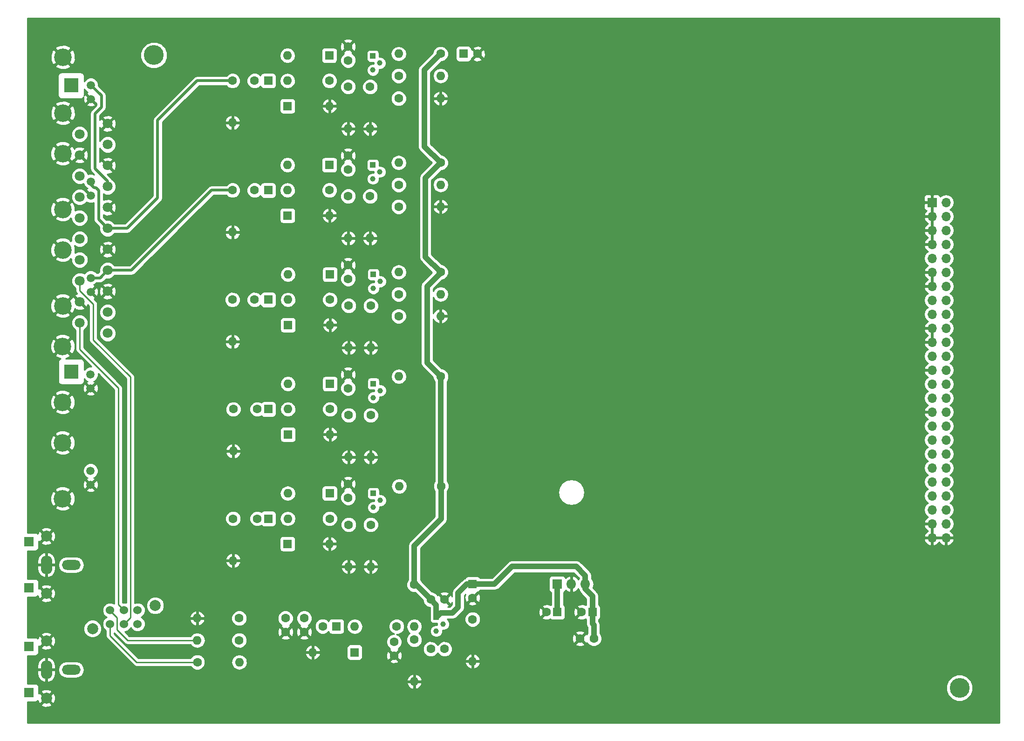
<source format=gbr>
G04 #@! TF.FileFunction,Copper,L2,Bot,Signal*
%FSLAX46Y46*%
G04 Gerber Fmt 4.6, Leading zero omitted, Abs format (unit mm)*
G04 Created by KiCad (PCBNEW 4.0.7-e2-6376~61~ubuntu18.04.1) date Thu Aug 20 20:01:34 2020*
%MOMM*%
%LPD*%
G01*
G04 APERTURE LIST*
%ADD10C,0.100000*%
%ADD11C,3.600000*%
%ADD12R,1.600000X1.600000*%
%ADD13C,1.600000*%
%ADD14O,1.600000X1.600000*%
%ADD15C,1.000000*%
%ADD16R,1.000000X1.000000*%
%ADD17R,1.800000X1.800000*%
%ADD18O,1.800000X1.800000*%
%ADD19R,2.500000X2.500000*%
%ADD20C,1.800000*%
%ADD21R,1.700000X1.700000*%
%ADD22O,1.700000X1.700000*%
%ADD23C,1.500000*%
%ADD24C,3.200000*%
%ADD25O,3.400000X1.800000*%
%ADD26O,2.100000X3.400000*%
%ADD27C,2.000000*%
%ADD28C,1.524000*%
%ADD29C,1.000000*%
%ADD30C,0.500000*%
%ADD31C,0.250000*%
%ADD32C,0.254000*%
G04 APERTURE END LIST*
D10*
D11*
X73500000Y-37850000D03*
X219925000Y-152875000D03*
D12*
X94300000Y-42500000D03*
D13*
X91800000Y-42500000D03*
D12*
X94300000Y-62400000D03*
D13*
X91800000Y-62400000D03*
D12*
X94300000Y-82300000D03*
D13*
X91800000Y-82300000D03*
D12*
X106689000Y-141686000D03*
D13*
X104189000Y-141686000D03*
X87800000Y-42500000D03*
D14*
X87800000Y-50120000D03*
D13*
X105400000Y-42500000D03*
D14*
X97780000Y-42500000D03*
D13*
X125600000Y-37600000D03*
D14*
X117980000Y-37600000D03*
D13*
X108800000Y-43600000D03*
D14*
X108800000Y-51220000D03*
D13*
X112800000Y-43600000D03*
D14*
X112800000Y-51220000D03*
D13*
X118000000Y-45700000D03*
D14*
X125620000Y-45700000D03*
D13*
X118000000Y-41600000D03*
D14*
X125620000Y-41600000D03*
D13*
X87800000Y-62400000D03*
D14*
X87800000Y-70020000D03*
D13*
X105400000Y-62400000D03*
D14*
X97780000Y-62400000D03*
D13*
X125600000Y-57400000D03*
D14*
X117980000Y-57400000D03*
D13*
X108800000Y-63500000D03*
D14*
X108800000Y-71120000D03*
D13*
X112800000Y-63500000D03*
D14*
X112800000Y-71120000D03*
D13*
X118000000Y-65400000D03*
D14*
X125620000Y-65400000D03*
D13*
X118000000Y-61400000D03*
D14*
X125620000Y-61400000D03*
D13*
X87800000Y-82300000D03*
D14*
X87800000Y-89920000D03*
D13*
X105500000Y-82300000D03*
D14*
X97880000Y-82300000D03*
D13*
X125600000Y-77300000D03*
D14*
X117980000Y-77300000D03*
D13*
X108900000Y-83400000D03*
D14*
X108900000Y-91020000D03*
D13*
X112900000Y-83400000D03*
D14*
X112900000Y-91020000D03*
D13*
X118000000Y-85300000D03*
D14*
X125620000Y-85300000D03*
D13*
X118000000Y-81300000D03*
D14*
X125620000Y-81300000D03*
D13*
X87950000Y-102200000D03*
D14*
X87950000Y-109820000D03*
D13*
X105500000Y-102200000D03*
D14*
X97880000Y-102200000D03*
D13*
X125650000Y-96250000D03*
D14*
X118030000Y-96250000D03*
D13*
X108900000Y-103300000D03*
D14*
X108900000Y-110920000D03*
D13*
X112900000Y-103300000D03*
D14*
X112900000Y-110920000D03*
D13*
X87900000Y-122100000D03*
D14*
X87900000Y-129720000D03*
D13*
X105450000Y-122100000D03*
D14*
X97830000Y-122100000D03*
D13*
X125700000Y-116200000D03*
D14*
X118080000Y-116200000D03*
D13*
X108900000Y-123200000D03*
D14*
X108900000Y-130820000D03*
D13*
X112900000Y-123200000D03*
D14*
X112900000Y-130820000D03*
D13*
X117625000Y-141700000D03*
D14*
X110005000Y-141700000D03*
D13*
X120825000Y-134100000D03*
D14*
X120825000Y-141720000D03*
D13*
X120825000Y-144100000D03*
D14*
X120825000Y-151720000D03*
D13*
X131425000Y-140400000D03*
D14*
X131425000Y-148020000D03*
D12*
X94300000Y-102200000D03*
D13*
X92300000Y-102200000D03*
D12*
X94300000Y-122100000D03*
D13*
X92300000Y-122100000D03*
X108800000Y-36300000D03*
X108800000Y-38800000D03*
D12*
X129800000Y-37600000D03*
D13*
X132300000Y-37600000D03*
X108800000Y-56100000D03*
X108800000Y-58600000D03*
X108800000Y-76000000D03*
X108800000Y-78500000D03*
X108800000Y-95900000D03*
X108800000Y-98400000D03*
X108800000Y-115800000D03*
X108800000Y-118300000D03*
D12*
X153225000Y-139100000D03*
D13*
X151225000Y-139100000D03*
D12*
X146825000Y-139100000D03*
D13*
X144825000Y-139100000D03*
X126325000Y-136800000D03*
X123825000Y-136800000D03*
D12*
X131425000Y-134000000D03*
D13*
X131425000Y-136500000D03*
X97425000Y-142700000D03*
X97425000Y-140200000D03*
X100825000Y-142700000D03*
X100825000Y-140200000D03*
X117175000Y-147000000D03*
X117175000Y-144500000D03*
X126325000Y-145800000D03*
X123825000Y-145800000D03*
D15*
X114570000Y-39270000D03*
X113300000Y-40540000D03*
D16*
X113300000Y-38000000D03*
D15*
X114570000Y-59070000D03*
X113300000Y-60340000D03*
D16*
X113300000Y-57800000D03*
D15*
X114670000Y-78970000D03*
X113400000Y-80240000D03*
D16*
X113400000Y-77700000D03*
D15*
X114670000Y-98820000D03*
X113400000Y-100090000D03*
D16*
X113400000Y-97550000D03*
D15*
X114670000Y-118770000D03*
X113400000Y-120040000D03*
D16*
X113400000Y-117500000D03*
D15*
X126095000Y-141270000D03*
X124825000Y-142540000D03*
D16*
X124825000Y-140000000D03*
D12*
X105400000Y-37900000D03*
D14*
X97780000Y-37900000D03*
D12*
X97800000Y-47100000D03*
D14*
X105420000Y-47100000D03*
D12*
X105400000Y-57800000D03*
D14*
X97780000Y-57800000D03*
D12*
X97800000Y-67000000D03*
D14*
X105420000Y-67000000D03*
D12*
X105500000Y-77700000D03*
D14*
X97880000Y-77700000D03*
D12*
X97900000Y-86900000D03*
D14*
X105520000Y-86900000D03*
D12*
X105500000Y-97600000D03*
D14*
X97880000Y-97600000D03*
D12*
X97900000Y-106800000D03*
D14*
X105520000Y-106800000D03*
D12*
X105450000Y-117500000D03*
D14*
X97830000Y-117500000D03*
D12*
X97800000Y-126700000D03*
D14*
X105420000Y-126700000D03*
D12*
X110000000Y-146400000D03*
D14*
X102380000Y-146400000D03*
D17*
X146825000Y-134000000D03*
D18*
X149365000Y-134000000D03*
X151905000Y-134000000D03*
D13*
X150975000Y-143900000D03*
X153475000Y-143900000D03*
D19*
X58473000Y-43350000D03*
X58473000Y-95350000D03*
D20*
X65100000Y-50300000D03*
X65100000Y-54110000D03*
X65100000Y-57920000D03*
X65100000Y-61730000D03*
X65100000Y-65540000D03*
X65100000Y-69350000D03*
X65100000Y-73160000D03*
X65100000Y-76970000D03*
X65100000Y-80780000D03*
X65100000Y-84590000D03*
X65100000Y-88400000D03*
X60020000Y-52205000D03*
X60020000Y-56015000D03*
X60020000Y-59825000D03*
X60020000Y-63635000D03*
X60020000Y-67445000D03*
X60020000Y-71255000D03*
X60020000Y-75065000D03*
X60020000Y-78875000D03*
X60020000Y-82685000D03*
X60020000Y-86495000D03*
D21*
X214920000Y-64630000D03*
D22*
X217460000Y-64630000D03*
X214920000Y-67170000D03*
X217460000Y-67170000D03*
X214920000Y-69710000D03*
X217460000Y-69710000D03*
X214920000Y-72250000D03*
X217460000Y-72250000D03*
X214920000Y-74790000D03*
X217460000Y-74790000D03*
X214920000Y-77330000D03*
X217460000Y-77330000D03*
X214920000Y-79870000D03*
X217460000Y-79870000D03*
X214920000Y-82410000D03*
X217460000Y-82410000D03*
X214920000Y-84950000D03*
X217460000Y-84950000D03*
X214920000Y-87490000D03*
X217460000Y-87490000D03*
X214920000Y-90030000D03*
X217460000Y-90030000D03*
X214920000Y-92570000D03*
X217460000Y-92570000D03*
X214920000Y-95110000D03*
X217460000Y-95110000D03*
X214920000Y-97650000D03*
X217460000Y-97650000D03*
X214920000Y-100190000D03*
X217460000Y-100190000D03*
X214920000Y-102730000D03*
X217460000Y-102730000D03*
X214920000Y-105270000D03*
X217460000Y-105270000D03*
X214920000Y-107810000D03*
X217460000Y-107810000D03*
X214920000Y-110350000D03*
X217460000Y-110350000D03*
X214920000Y-112890000D03*
X217460000Y-112890000D03*
X214920000Y-115430000D03*
X217460000Y-115430000D03*
X214920000Y-117970000D03*
X217460000Y-117970000D03*
X214920000Y-120510000D03*
X217460000Y-120510000D03*
X214920000Y-123050000D03*
X217460000Y-123050000D03*
X214920000Y-125590000D03*
X217460000Y-125590000D03*
D23*
X62030000Y-63340000D03*
D24*
X56950000Y-55720000D03*
X56950000Y-65880000D03*
D23*
X62030000Y-60800000D03*
D13*
X89000000Y-144200000D03*
D14*
X81380000Y-144200000D03*
D13*
X81400000Y-148200000D03*
D14*
X89020000Y-148200000D03*
D13*
X89000000Y-140200000D03*
D14*
X81380000Y-140200000D03*
D23*
X62005000Y-98415000D03*
D24*
X56925000Y-90795000D03*
X56925000Y-100955000D03*
D23*
X62005000Y-95875000D03*
X62030000Y-80865000D03*
D24*
X56950000Y-73245000D03*
X56950000Y-83405000D03*
D23*
X62030000Y-78325000D03*
X62005000Y-115940000D03*
D24*
X56925000Y-108320000D03*
X56925000Y-118480000D03*
D23*
X62005000Y-113400000D03*
X62055000Y-45840000D03*
D24*
X56975000Y-38220000D03*
X56975000Y-48380000D03*
D23*
X62055000Y-43300000D03*
D21*
X50825000Y-126300000D03*
D25*
X58475000Y-130500000D03*
D26*
X53975000Y-130500000D03*
D21*
X50825000Y-134700000D03*
D27*
X53975000Y-135700000D03*
X53975000Y-125300000D03*
D21*
X50825000Y-145350000D03*
D25*
X58475000Y-149550000D03*
D26*
X53975000Y-149550000D03*
D21*
X50825000Y-153750000D03*
D27*
X53975000Y-154750000D03*
X53975000Y-144350000D03*
D28*
X68050000Y-138750000D03*
X68050000Y-141250000D03*
X70550000Y-141250000D03*
X70550000Y-138750000D03*
X65550000Y-138750000D03*
X65550000Y-141250000D03*
D27*
X62350000Y-142100000D03*
X73750000Y-137900000D03*
D29*
X153225000Y-139100000D02*
X153225000Y-141175000D01*
X153475000Y-141425000D02*
X153475000Y-143900000D01*
X153225000Y-141175000D02*
X153475000Y-141425000D01*
X125600000Y-37600000D02*
X122650000Y-40550000D01*
X122650000Y-40550000D02*
X122650000Y-54450000D01*
X122650000Y-54450000D02*
X125600000Y-57400000D01*
X131425000Y-134000000D02*
X135400000Y-134000000D01*
X151905000Y-132455000D02*
X151905000Y-134000000D01*
X150250000Y-130800000D02*
X151905000Y-132455000D01*
X138600000Y-130800000D02*
X150250000Y-130800000D01*
X135400000Y-134000000D02*
X138600000Y-130800000D01*
X120825000Y-134100000D02*
X121125000Y-134100000D01*
X121125000Y-134100000D02*
X123825000Y-136800000D01*
X125700000Y-116200000D02*
X125700000Y-122150000D01*
X120825000Y-127025000D02*
X120825000Y-134100000D01*
X125700000Y-122150000D02*
X120825000Y-127025000D01*
X124825000Y-140000000D02*
X124900000Y-140000000D01*
X124900000Y-140000000D02*
X125650000Y-139250000D01*
X130400000Y-134000000D02*
X131425000Y-134000000D01*
X128800000Y-135600000D02*
X130400000Y-134000000D01*
X128800000Y-138200000D02*
X128800000Y-135600000D01*
X127750000Y-139250000D02*
X128800000Y-138200000D01*
X125650000Y-139250000D02*
X127750000Y-139250000D01*
X124825000Y-140000000D02*
X124825000Y-137800000D01*
X124825000Y-137800000D02*
X123825000Y-136800000D01*
X125650000Y-96250000D02*
X125650000Y-116150000D01*
X125650000Y-116150000D02*
X125700000Y-116200000D01*
X125600000Y-77300000D02*
X125600000Y-77400000D01*
X125600000Y-77400000D02*
X123150000Y-79850000D01*
X123150000Y-93750000D02*
X125650000Y-96250000D01*
X123150000Y-79850000D02*
X123150000Y-93750000D01*
X125600000Y-57400000D02*
X122850000Y-60150000D01*
X122850000Y-74550000D02*
X125600000Y-77300000D01*
X122850000Y-60150000D02*
X122850000Y-74550000D01*
X151905000Y-134000000D02*
X151905000Y-134880000D01*
X151905000Y-134880000D02*
X153225000Y-136200000D01*
X153225000Y-136200000D02*
X153225000Y-139100000D01*
X146825000Y-139100000D02*
X146825000Y-134000000D01*
D30*
X65100000Y-69350000D02*
X68625000Y-69350000D01*
X81375000Y-42500000D02*
X87800000Y-42500000D01*
X74200000Y-49675000D02*
X81375000Y-42500000D01*
X74200000Y-63775000D02*
X74200000Y-49675000D01*
X68625000Y-69350000D02*
X74200000Y-63775000D01*
X62030000Y-60800000D02*
X62030000Y-61330000D01*
X62030000Y-61330000D02*
X62650000Y-61950000D01*
X62650000Y-61950000D02*
X62950000Y-61950000D01*
X63450000Y-67700000D02*
X65100000Y-69350000D01*
X63450000Y-62450000D02*
X63450000Y-67700000D01*
X62950000Y-61950000D02*
X63450000Y-62450000D01*
X87800000Y-62400000D02*
X84000000Y-62400000D01*
X69430000Y-76970000D02*
X65100000Y-76970000D01*
X84000000Y-62400000D02*
X69430000Y-76970000D01*
X62080000Y-78350000D02*
X63720000Y-78350000D01*
X63720000Y-78350000D02*
X65100000Y-76970000D01*
X65100000Y-61730000D02*
X65100000Y-60775000D01*
X63975000Y-45195000D02*
X62080000Y-43300000D01*
X63975000Y-47300000D02*
X63975000Y-45195000D01*
X62800000Y-48475000D02*
X63975000Y-47300000D01*
X62800000Y-58475000D02*
X62800000Y-48475000D01*
X65100000Y-60775000D02*
X62800000Y-58475000D01*
D31*
X60020000Y-78875000D02*
X60020000Y-80620000D01*
X69250000Y-140050000D02*
X68050000Y-141250000D01*
X69250000Y-96350000D02*
X69250000Y-140050000D01*
X62500000Y-89600000D02*
X69250000Y-96350000D01*
X62500000Y-83100000D02*
X62500000Y-89600000D01*
X60020000Y-80620000D02*
X62500000Y-83100000D01*
X68050000Y-138750000D02*
X67050000Y-137750000D01*
X67050000Y-137750000D02*
X67050000Y-98350000D01*
X60020000Y-86495000D02*
X60020000Y-91320000D01*
X60020000Y-91320000D02*
X67050000Y-98350000D01*
X65550000Y-138750000D02*
X65550000Y-138850000D01*
X65550000Y-138850000D02*
X66800000Y-140100000D01*
X66800000Y-140100000D02*
X66800000Y-142300000D01*
X66800000Y-142300000D02*
X68700000Y-144200000D01*
X68700000Y-144200000D02*
X81380000Y-144200000D01*
X65550000Y-141250000D02*
X65550000Y-143400000D01*
X70350000Y-148200000D02*
X81400000Y-148200000D01*
X65550000Y-143400000D02*
X70350000Y-148200000D01*
D32*
G36*
X227115000Y-159190000D02*
X50535000Y-159190000D01*
X50535000Y-155902532D01*
X53002073Y-155902532D01*
X53100736Y-156169387D01*
X53710461Y-156395908D01*
X54360460Y-156371856D01*
X54849264Y-156169387D01*
X54947927Y-155902532D01*
X53975000Y-154929605D01*
X53002073Y-155902532D01*
X50535000Y-155902532D01*
X50535000Y-155410000D01*
X51875000Y-155410000D01*
X52146705Y-155355954D01*
X52377046Y-155202046D01*
X52379317Y-155198647D01*
X52555613Y-155624264D01*
X52822468Y-155722927D01*
X53795395Y-154750000D01*
X54154605Y-154750000D01*
X55127532Y-155722927D01*
X55394387Y-155624264D01*
X55620908Y-155014539D01*
X55596856Y-154364540D01*
X55394387Y-153875736D01*
X55127532Y-153777073D01*
X54154605Y-154750000D01*
X53795395Y-154750000D01*
X52822468Y-153777073D01*
X52585000Y-153864871D01*
X52585000Y-153597468D01*
X53002073Y-153597468D01*
X53975000Y-154570395D01*
X54947927Y-153597468D01*
X54859104Y-153357226D01*
X217489579Y-153357226D01*
X217859504Y-154252514D01*
X218543883Y-154938088D01*
X219438524Y-155309576D01*
X220407226Y-155310421D01*
X221302514Y-154940496D01*
X221988088Y-154256117D01*
X222359576Y-153361476D01*
X222360421Y-152392774D01*
X221990496Y-151497486D01*
X221306117Y-150811912D01*
X220411476Y-150440424D01*
X219442774Y-150439579D01*
X218547486Y-150809504D01*
X217861912Y-151493883D01*
X217490424Y-152388524D01*
X217489579Y-153357226D01*
X54859104Y-153357226D01*
X54849264Y-153330613D01*
X54239539Y-153104092D01*
X53589540Y-153128144D01*
X53100736Y-153330613D01*
X53002073Y-153597468D01*
X52585000Y-153597468D01*
X52585000Y-152800000D01*
X52530954Y-152528295D01*
X52377046Y-152297954D01*
X52146705Y-152144046D01*
X51875000Y-152090000D01*
X50535000Y-152090000D01*
X50535000Y-152069041D01*
X119433086Y-152069041D01*
X119672611Y-152575134D01*
X120087577Y-152951041D01*
X120475961Y-153111904D01*
X120698000Y-152989915D01*
X120698000Y-151847000D01*
X120952000Y-151847000D01*
X120952000Y-152989915D01*
X121174039Y-153111904D01*
X121562423Y-152951041D01*
X121977389Y-152575134D01*
X122216914Y-152069041D01*
X122095629Y-151847000D01*
X120952000Y-151847000D01*
X120698000Y-151847000D01*
X119554371Y-151847000D01*
X119433086Y-152069041D01*
X50535000Y-152069041D01*
X50535000Y-149677000D01*
X52290000Y-149677000D01*
X52290000Y-150327000D01*
X52466864Y-150962154D01*
X52873328Y-151481277D01*
X53447511Y-151805337D01*
X53586721Y-151839654D01*
X53848000Y-151720957D01*
X53848000Y-149677000D01*
X54102000Y-149677000D01*
X54102000Y-151720957D01*
X54363279Y-151839654D01*
X54502489Y-151805337D01*
X55076672Y-151481277D01*
X55163049Y-151370959D01*
X119433086Y-151370959D01*
X119554371Y-151593000D01*
X120698000Y-151593000D01*
X120698000Y-150450085D01*
X120952000Y-150450085D01*
X120952000Y-151593000D01*
X122095629Y-151593000D01*
X122216914Y-151370959D01*
X121977389Y-150864866D01*
X121562423Y-150488959D01*
X121174039Y-150328096D01*
X120952000Y-150450085D01*
X120698000Y-150450085D01*
X120475961Y-150328096D01*
X120087577Y-150488959D01*
X119672611Y-150864866D01*
X119433086Y-151370959D01*
X55163049Y-151370959D01*
X55483136Y-150962154D01*
X55660000Y-150327000D01*
X55660000Y-149677000D01*
X54102000Y-149677000D01*
X53848000Y-149677000D01*
X52290000Y-149677000D01*
X50535000Y-149677000D01*
X50535000Y-149550000D01*
X56094255Y-149550000D01*
X56211100Y-150137419D01*
X56543846Y-150635409D01*
X57041836Y-150968155D01*
X57629255Y-151085000D01*
X59320745Y-151085000D01*
X59908164Y-150968155D01*
X60406154Y-150635409D01*
X60738900Y-150137419D01*
X60855745Y-149550000D01*
X60738900Y-148962581D01*
X60406154Y-148464591D01*
X59908164Y-148131845D01*
X59320745Y-148015000D01*
X57629255Y-148015000D01*
X57041836Y-148131845D01*
X56543846Y-148464591D01*
X56211100Y-148962581D01*
X56094255Y-149550000D01*
X50535000Y-149550000D01*
X50535000Y-148773000D01*
X52290000Y-148773000D01*
X52290000Y-149423000D01*
X53848000Y-149423000D01*
X53848000Y-147379043D01*
X54102000Y-147379043D01*
X54102000Y-149423000D01*
X55660000Y-149423000D01*
X55660000Y-148773000D01*
X55483136Y-148137846D01*
X55076672Y-147618723D01*
X54502489Y-147294663D01*
X54363279Y-147260346D01*
X54102000Y-147379043D01*
X53848000Y-147379043D01*
X53586721Y-147260346D01*
X53447511Y-147294663D01*
X52873328Y-147618723D01*
X52466864Y-148137846D01*
X52290000Y-148773000D01*
X50535000Y-148773000D01*
X50535000Y-147010000D01*
X51875000Y-147010000D01*
X52146705Y-146955954D01*
X52377046Y-146802046D01*
X52530954Y-146571705D01*
X52585000Y-146300000D01*
X52585000Y-145502532D01*
X53002073Y-145502532D01*
X53100736Y-145769387D01*
X53710461Y-145995908D01*
X54360460Y-145971856D01*
X54849264Y-145769387D01*
X54947927Y-145502532D01*
X53975000Y-144529605D01*
X53002073Y-145502532D01*
X52585000Y-145502532D01*
X52585000Y-145235129D01*
X52822468Y-145322927D01*
X53795395Y-144350000D01*
X54154605Y-144350000D01*
X55127532Y-145322927D01*
X55394387Y-145224264D01*
X55620908Y-144614539D01*
X55596856Y-143964540D01*
X55394387Y-143475736D01*
X55127532Y-143377073D01*
X54154605Y-144350000D01*
X53795395Y-144350000D01*
X52822468Y-143377073D01*
X52555613Y-143475736D01*
X52390997Y-143918833D01*
X52377046Y-143897954D01*
X52146705Y-143744046D01*
X51875000Y-143690000D01*
X50535000Y-143690000D01*
X50535000Y-143197468D01*
X53002073Y-143197468D01*
X53975000Y-144170395D01*
X54947927Y-143197468D01*
X54849264Y-142930613D01*
X54239539Y-142704092D01*
X53589540Y-142728144D01*
X53100736Y-142930613D01*
X53002073Y-143197468D01*
X50535000Y-143197468D01*
X50535000Y-142423795D01*
X60714716Y-142423795D01*
X60963106Y-143024943D01*
X61422637Y-143485278D01*
X62023352Y-143734716D01*
X62673795Y-143735284D01*
X63274943Y-143486894D01*
X63735278Y-143027363D01*
X63984716Y-142426648D01*
X63985284Y-141776205D01*
X63736894Y-141175057D01*
X63277363Y-140714722D01*
X62676648Y-140465284D01*
X62026205Y-140464716D01*
X61425057Y-140713106D01*
X60964722Y-141172637D01*
X60715284Y-141773352D01*
X60714716Y-142423795D01*
X50535000Y-142423795D01*
X50535000Y-136852532D01*
X53002073Y-136852532D01*
X53100736Y-137119387D01*
X53710461Y-137345908D01*
X54360460Y-137321856D01*
X54849264Y-137119387D01*
X54947927Y-136852532D01*
X53975000Y-135879605D01*
X53002073Y-136852532D01*
X50535000Y-136852532D01*
X50535000Y-136360000D01*
X51875000Y-136360000D01*
X52146705Y-136305954D01*
X52377046Y-136152046D01*
X52379317Y-136148647D01*
X52555613Y-136574264D01*
X52822468Y-136672927D01*
X53795395Y-135700000D01*
X54154605Y-135700000D01*
X55127532Y-136672927D01*
X55394387Y-136574264D01*
X55620908Y-135964539D01*
X55596856Y-135314540D01*
X55394387Y-134825736D01*
X55127532Y-134727073D01*
X54154605Y-135700000D01*
X53795395Y-135700000D01*
X52822468Y-134727073D01*
X52585000Y-134814871D01*
X52585000Y-134547468D01*
X53002073Y-134547468D01*
X53975000Y-135520395D01*
X54947927Y-134547468D01*
X54849264Y-134280613D01*
X54239539Y-134054092D01*
X53589540Y-134078144D01*
X53100736Y-134280613D01*
X53002073Y-134547468D01*
X52585000Y-134547468D01*
X52585000Y-133750000D01*
X52530954Y-133478295D01*
X52377046Y-133247954D01*
X52146705Y-133094046D01*
X51875000Y-133040000D01*
X50535000Y-133040000D01*
X50535000Y-130627000D01*
X52290000Y-130627000D01*
X52290000Y-131277000D01*
X52466864Y-131912154D01*
X52873328Y-132431277D01*
X53447511Y-132755337D01*
X53586721Y-132789654D01*
X53848000Y-132670957D01*
X53848000Y-130627000D01*
X54102000Y-130627000D01*
X54102000Y-132670957D01*
X54363279Y-132789654D01*
X54502489Y-132755337D01*
X55076672Y-132431277D01*
X55483136Y-131912154D01*
X55660000Y-131277000D01*
X55660000Y-130627000D01*
X54102000Y-130627000D01*
X53848000Y-130627000D01*
X52290000Y-130627000D01*
X50535000Y-130627000D01*
X50535000Y-130500000D01*
X56094255Y-130500000D01*
X56211100Y-131087419D01*
X56543846Y-131585409D01*
X57041836Y-131918155D01*
X57629255Y-132035000D01*
X59320745Y-132035000D01*
X59908164Y-131918155D01*
X60406154Y-131585409D01*
X60738900Y-131087419D01*
X60855745Y-130500000D01*
X60738900Y-129912581D01*
X60406154Y-129414591D01*
X59908164Y-129081845D01*
X59320745Y-128965000D01*
X57629255Y-128965000D01*
X57041836Y-129081845D01*
X56543846Y-129414591D01*
X56211100Y-129912581D01*
X56094255Y-130500000D01*
X50535000Y-130500000D01*
X50535000Y-129723000D01*
X52290000Y-129723000D01*
X52290000Y-130373000D01*
X53848000Y-130373000D01*
X53848000Y-128329043D01*
X54102000Y-128329043D01*
X54102000Y-130373000D01*
X55660000Y-130373000D01*
X55660000Y-129723000D01*
X55483136Y-129087846D01*
X55076672Y-128568723D01*
X54502489Y-128244663D01*
X54363279Y-128210346D01*
X54102000Y-128329043D01*
X53848000Y-128329043D01*
X53586721Y-128210346D01*
X53447511Y-128244663D01*
X52873328Y-128568723D01*
X52466864Y-129087846D01*
X52290000Y-129723000D01*
X50535000Y-129723000D01*
X50535000Y-127960000D01*
X51875000Y-127960000D01*
X52146705Y-127905954D01*
X52377046Y-127752046D01*
X52530954Y-127521705D01*
X52585000Y-127250000D01*
X52585000Y-126452532D01*
X53002073Y-126452532D01*
X53100736Y-126719387D01*
X53710461Y-126945908D01*
X54360460Y-126921856D01*
X54849264Y-126719387D01*
X54947927Y-126452532D01*
X53975000Y-125479605D01*
X53002073Y-126452532D01*
X52585000Y-126452532D01*
X52585000Y-126185129D01*
X52822468Y-126272927D01*
X53795395Y-125300000D01*
X54154605Y-125300000D01*
X55127532Y-126272927D01*
X55394387Y-126174264D01*
X55620908Y-125564539D01*
X55596856Y-124914540D01*
X55394387Y-124425736D01*
X55127532Y-124327073D01*
X54154605Y-125300000D01*
X53795395Y-125300000D01*
X52822468Y-124327073D01*
X52555613Y-124425736D01*
X52390997Y-124868833D01*
X52377046Y-124847954D01*
X52146705Y-124694046D01*
X51875000Y-124640000D01*
X50535000Y-124640000D01*
X50535000Y-124147468D01*
X53002073Y-124147468D01*
X53975000Y-125120395D01*
X54947927Y-124147468D01*
X54849264Y-123880613D01*
X54239539Y-123654092D01*
X53589540Y-123678144D01*
X53100736Y-123880613D01*
X53002073Y-124147468D01*
X50535000Y-124147468D01*
X50535000Y-120066202D01*
X55518403Y-120066202D01*
X55690390Y-120395360D01*
X56517346Y-120722026D01*
X57406363Y-120707365D01*
X58159610Y-120395360D01*
X58331597Y-120066202D01*
X56925000Y-118659605D01*
X55518403Y-120066202D01*
X50535000Y-120066202D01*
X50535000Y-118072346D01*
X54682974Y-118072346D01*
X54697635Y-118961363D01*
X55009640Y-119714610D01*
X55338798Y-119886597D01*
X56745395Y-118480000D01*
X57104605Y-118480000D01*
X58511202Y-119886597D01*
X58840360Y-119714610D01*
X59167026Y-118887654D01*
X59152365Y-117998637D01*
X58840360Y-117245390D01*
X58511202Y-117073403D01*
X57104605Y-118480000D01*
X56745395Y-118480000D01*
X55338798Y-117073403D01*
X55009640Y-117245390D01*
X54682974Y-118072346D01*
X50535000Y-118072346D01*
X50535000Y-116893798D01*
X55518403Y-116893798D01*
X56925000Y-118300395D01*
X58313878Y-116911517D01*
X61213088Y-116911517D01*
X61281077Y-117152460D01*
X61800171Y-117337201D01*
X62350448Y-117309230D01*
X62728923Y-117152460D01*
X62796912Y-116911517D01*
X62005000Y-116119605D01*
X61213088Y-116911517D01*
X58313878Y-116911517D01*
X58331597Y-116893798D01*
X58159610Y-116564640D01*
X57332654Y-116237974D01*
X56443637Y-116252635D01*
X55690390Y-116564640D01*
X55518403Y-116893798D01*
X50535000Y-116893798D01*
X50535000Y-115735171D01*
X60607799Y-115735171D01*
X60635770Y-116285448D01*
X60792540Y-116663923D01*
X61033483Y-116731912D01*
X61825395Y-115940000D01*
X62184605Y-115940000D01*
X62976517Y-116731912D01*
X63217460Y-116663923D01*
X63402201Y-116144829D01*
X63374230Y-115594552D01*
X63217460Y-115216077D01*
X62976517Y-115148088D01*
X62184605Y-115940000D01*
X61825395Y-115940000D01*
X61033483Y-115148088D01*
X60792540Y-115216077D01*
X60607799Y-115735171D01*
X50535000Y-115735171D01*
X50535000Y-113674285D01*
X60619760Y-113674285D01*
X60830169Y-114183515D01*
X61219436Y-114573461D01*
X61435979Y-114663377D01*
X61281077Y-114727540D01*
X61213088Y-114968483D01*
X62005000Y-115760395D01*
X62796912Y-114968483D01*
X62728923Y-114727540D01*
X62562379Y-114668268D01*
X62788515Y-114574831D01*
X63178461Y-114185564D01*
X63389759Y-113676702D01*
X63390240Y-113125715D01*
X63179831Y-112616485D01*
X62790564Y-112226539D01*
X62281702Y-112015241D01*
X61730715Y-112014760D01*
X61221485Y-112225169D01*
X60831539Y-112614436D01*
X60620241Y-113123298D01*
X60619760Y-113674285D01*
X50535000Y-113674285D01*
X50535000Y-109906202D01*
X55518403Y-109906202D01*
X55690390Y-110235360D01*
X56517346Y-110562026D01*
X57406363Y-110547365D01*
X58159610Y-110235360D01*
X58331597Y-109906202D01*
X56925000Y-108499605D01*
X55518403Y-109906202D01*
X50535000Y-109906202D01*
X50535000Y-107912346D01*
X54682974Y-107912346D01*
X54697635Y-108801363D01*
X55009640Y-109554610D01*
X55338798Y-109726597D01*
X56745395Y-108320000D01*
X57104605Y-108320000D01*
X58511202Y-109726597D01*
X58840360Y-109554610D01*
X59167026Y-108727654D01*
X59152365Y-107838637D01*
X58840360Y-107085390D01*
X58511202Y-106913403D01*
X57104605Y-108320000D01*
X56745395Y-108320000D01*
X55338798Y-106913403D01*
X55009640Y-107085390D01*
X54682974Y-107912346D01*
X50535000Y-107912346D01*
X50535000Y-106733798D01*
X55518403Y-106733798D01*
X56925000Y-108140395D01*
X58331597Y-106733798D01*
X58159610Y-106404640D01*
X57332654Y-106077974D01*
X56443637Y-106092635D01*
X55690390Y-106404640D01*
X55518403Y-106733798D01*
X50535000Y-106733798D01*
X50535000Y-102541202D01*
X55518403Y-102541202D01*
X55690390Y-102870360D01*
X56517346Y-103197026D01*
X57406363Y-103182365D01*
X58159610Y-102870360D01*
X58331597Y-102541202D01*
X56925000Y-101134605D01*
X55518403Y-102541202D01*
X50535000Y-102541202D01*
X50535000Y-100547346D01*
X54682974Y-100547346D01*
X54697635Y-101436363D01*
X55009640Y-102189610D01*
X55338798Y-102361597D01*
X56745395Y-100955000D01*
X57104605Y-100955000D01*
X58511202Y-102361597D01*
X58840360Y-102189610D01*
X59167026Y-101362654D01*
X59152365Y-100473637D01*
X58840360Y-99720390D01*
X58511202Y-99548403D01*
X57104605Y-100955000D01*
X56745395Y-100955000D01*
X55338798Y-99548403D01*
X55009640Y-99720390D01*
X54682974Y-100547346D01*
X50535000Y-100547346D01*
X50535000Y-99368798D01*
X55518403Y-99368798D01*
X56925000Y-100775395D01*
X58313878Y-99386517D01*
X61213088Y-99386517D01*
X61281077Y-99627460D01*
X61800171Y-99812201D01*
X62350448Y-99784230D01*
X62728923Y-99627460D01*
X62796912Y-99386517D01*
X62005000Y-98594605D01*
X61213088Y-99386517D01*
X58313878Y-99386517D01*
X58331597Y-99368798D01*
X58159610Y-99039640D01*
X57332654Y-98712974D01*
X56443637Y-98727635D01*
X55690390Y-99039640D01*
X55518403Y-99368798D01*
X50535000Y-99368798D01*
X50535000Y-98210171D01*
X60607799Y-98210171D01*
X60635770Y-98760448D01*
X60792540Y-99138923D01*
X61033483Y-99206912D01*
X61825395Y-98415000D01*
X62184605Y-98415000D01*
X62976517Y-99206912D01*
X63217460Y-99138923D01*
X63402201Y-98619829D01*
X63374230Y-98069552D01*
X63217460Y-97691077D01*
X62976517Y-97623088D01*
X62184605Y-98415000D01*
X61825395Y-98415000D01*
X61033483Y-97623088D01*
X60792540Y-97691077D01*
X60607799Y-98210171D01*
X50535000Y-98210171D01*
X50535000Y-92381202D01*
X55518403Y-92381202D01*
X55690390Y-92710360D01*
X56517346Y-93037026D01*
X56567767Y-93036194D01*
X56528295Y-93044046D01*
X56297954Y-93197954D01*
X56144046Y-93428295D01*
X56090000Y-93700000D01*
X56090000Y-97050000D01*
X56144046Y-97321705D01*
X56297954Y-97552046D01*
X56528295Y-97705954D01*
X56800000Y-97760000D01*
X60150000Y-97760000D01*
X60421705Y-97705954D01*
X60652046Y-97552046D01*
X60805954Y-97321705D01*
X60860000Y-97050000D01*
X60860000Y-96688398D01*
X61219436Y-97048461D01*
X61435979Y-97138377D01*
X61281077Y-97202540D01*
X61213088Y-97443483D01*
X62005000Y-98235395D01*
X62796912Y-97443483D01*
X62728923Y-97202540D01*
X62562379Y-97143268D01*
X62788515Y-97049831D01*
X63178461Y-96660564D01*
X63389759Y-96151702D01*
X63390097Y-95764899D01*
X66290000Y-98664802D01*
X66290000Y-137544625D01*
X65829100Y-137353243D01*
X65273339Y-137352758D01*
X64759697Y-137564990D01*
X64366371Y-137957630D01*
X64153243Y-138470900D01*
X64152758Y-139026661D01*
X64364990Y-139540303D01*
X64757630Y-139933629D01*
X64917228Y-139999900D01*
X64759697Y-140064990D01*
X64366371Y-140457630D01*
X64153243Y-140970900D01*
X64152758Y-141526661D01*
X64364990Y-142040303D01*
X64757630Y-142433629D01*
X64790000Y-142447070D01*
X64790000Y-143400000D01*
X64847852Y-143690839D01*
X65012599Y-143937401D01*
X69812599Y-148737401D01*
X70059161Y-148902148D01*
X70350000Y-148960000D01*
X80161354Y-148960000D01*
X80182757Y-149011800D01*
X80586077Y-149415824D01*
X81113309Y-149634750D01*
X81684187Y-149635248D01*
X82211800Y-149417243D01*
X82615824Y-149013923D01*
X82834750Y-148486691D01*
X82835000Y-148200000D01*
X87556887Y-148200000D01*
X87666120Y-148749151D01*
X87977189Y-149214698D01*
X88442736Y-149525767D01*
X88991887Y-149635000D01*
X89048113Y-149635000D01*
X89597264Y-149525767D01*
X90062811Y-149214698D01*
X90373880Y-148749151D01*
X90483113Y-148200000D01*
X90444872Y-148007745D01*
X116346861Y-148007745D01*
X116420995Y-148253864D01*
X116958223Y-148446965D01*
X117528454Y-148419778D01*
X117650943Y-148369041D01*
X130033086Y-148369041D01*
X130272611Y-148875134D01*
X130687577Y-149251041D01*
X131075961Y-149411904D01*
X131298000Y-149289915D01*
X131298000Y-148147000D01*
X131552000Y-148147000D01*
X131552000Y-149289915D01*
X131774039Y-149411904D01*
X132162423Y-149251041D01*
X132577389Y-148875134D01*
X132816914Y-148369041D01*
X132695629Y-148147000D01*
X131552000Y-148147000D01*
X131298000Y-148147000D01*
X130154371Y-148147000D01*
X130033086Y-148369041D01*
X117650943Y-148369041D01*
X117929005Y-148253864D01*
X118003139Y-148007745D01*
X117175000Y-147179605D01*
X116346861Y-148007745D01*
X90444872Y-148007745D01*
X90373880Y-147650849D01*
X90062811Y-147185302D01*
X89597264Y-146874233D01*
X89048113Y-146765000D01*
X88991887Y-146765000D01*
X88442736Y-146874233D01*
X87977189Y-147185302D01*
X87666120Y-147650849D01*
X87556887Y-148200000D01*
X82835000Y-148200000D01*
X82835248Y-147915813D01*
X82617243Y-147388200D01*
X82213923Y-146984176D01*
X81686691Y-146765250D01*
X81115813Y-146764752D01*
X80588200Y-146982757D01*
X80184176Y-147386077D01*
X80161785Y-147440000D01*
X70664802Y-147440000D01*
X69973841Y-146749039D01*
X100988096Y-146749039D01*
X101148959Y-147137423D01*
X101524866Y-147552389D01*
X102030959Y-147791914D01*
X102253000Y-147670629D01*
X102253000Y-146527000D01*
X102507000Y-146527000D01*
X102507000Y-147670629D01*
X102729041Y-147791914D01*
X103235134Y-147552389D01*
X103611041Y-147137423D01*
X103771904Y-146749039D01*
X103649915Y-146527000D01*
X102507000Y-146527000D01*
X102253000Y-146527000D01*
X101110085Y-146527000D01*
X100988096Y-146749039D01*
X69973841Y-146749039D01*
X69275763Y-146050961D01*
X100988096Y-146050961D01*
X101110085Y-146273000D01*
X102253000Y-146273000D01*
X102253000Y-145129371D01*
X102507000Y-145129371D01*
X102507000Y-146273000D01*
X103649915Y-146273000D01*
X103771904Y-146050961D01*
X103611041Y-145662577D01*
X103554355Y-145600000D01*
X108552560Y-145600000D01*
X108552560Y-147200000D01*
X108596838Y-147435317D01*
X108735910Y-147651441D01*
X108948110Y-147796431D01*
X109200000Y-147847440D01*
X110800000Y-147847440D01*
X111035317Y-147803162D01*
X111251441Y-147664090D01*
X111396431Y-147451890D01*
X111447440Y-147200000D01*
X111447440Y-146783223D01*
X115728035Y-146783223D01*
X115755222Y-147353454D01*
X115921136Y-147754005D01*
X116167255Y-147828139D01*
X116995395Y-147000000D01*
X117354605Y-147000000D01*
X118182745Y-147828139D01*
X118428864Y-147754005D01*
X118458714Y-147670959D01*
X130033086Y-147670959D01*
X130154371Y-147893000D01*
X131298000Y-147893000D01*
X131298000Y-146750085D01*
X131552000Y-146750085D01*
X131552000Y-147893000D01*
X132695629Y-147893000D01*
X132816914Y-147670959D01*
X132577389Y-147164866D01*
X132162423Y-146788959D01*
X131774039Y-146628096D01*
X131552000Y-146750085D01*
X131298000Y-146750085D01*
X131075961Y-146628096D01*
X130687577Y-146788959D01*
X130272611Y-147164866D01*
X130033086Y-147670959D01*
X118458714Y-147670959D01*
X118621965Y-147216777D01*
X118594778Y-146646546D01*
X118428864Y-146245995D01*
X118182745Y-146171861D01*
X117354605Y-147000000D01*
X116995395Y-147000000D01*
X116167255Y-146171861D01*
X115921136Y-146245995D01*
X115728035Y-146783223D01*
X111447440Y-146783223D01*
X111447440Y-145600000D01*
X111403162Y-145364683D01*
X111264090Y-145148559D01*
X111051890Y-145003569D01*
X110800000Y-144952560D01*
X109200000Y-144952560D01*
X108964683Y-144996838D01*
X108748559Y-145135910D01*
X108603569Y-145348110D01*
X108552560Y-145600000D01*
X103554355Y-145600000D01*
X103235134Y-145247611D01*
X102729041Y-145008086D01*
X102507000Y-145129371D01*
X102253000Y-145129371D01*
X102030959Y-145008086D01*
X101524866Y-145247611D01*
X101148959Y-145662577D01*
X100988096Y-146050961D01*
X69275763Y-146050961D01*
X66310000Y-143085198D01*
X66310000Y-142884802D01*
X68162599Y-144737401D01*
X68409161Y-144902148D01*
X68700000Y-144960000D01*
X80167005Y-144960000D01*
X80337189Y-145214698D01*
X80802736Y-145525767D01*
X81351887Y-145635000D01*
X81408113Y-145635000D01*
X81957264Y-145525767D01*
X82422811Y-145214698D01*
X82733880Y-144749151D01*
X82786584Y-144484187D01*
X87564752Y-144484187D01*
X87782757Y-145011800D01*
X88186077Y-145415824D01*
X88713309Y-145634750D01*
X89284187Y-145635248D01*
X89811800Y-145417243D01*
X90215824Y-145013923D01*
X90311218Y-144784187D01*
X115739752Y-144784187D01*
X115957757Y-145311800D01*
X116361077Y-145715824D01*
X116427544Y-145743423D01*
X116420995Y-145746136D01*
X116346861Y-145992255D01*
X117175000Y-146820395D01*
X117911207Y-146084187D01*
X122389752Y-146084187D01*
X122607757Y-146611800D01*
X123011077Y-147015824D01*
X123538309Y-147234750D01*
X124109187Y-147235248D01*
X124636800Y-147017243D01*
X125040824Y-146613923D01*
X125074813Y-146532069D01*
X125107757Y-146611800D01*
X125511077Y-147015824D01*
X126038309Y-147234750D01*
X126609187Y-147235248D01*
X127136800Y-147017243D01*
X127540824Y-146613923D01*
X127759750Y-146086691D01*
X127760248Y-145515813D01*
X127542243Y-144988200D01*
X127461929Y-144907745D01*
X150146861Y-144907745D01*
X150220995Y-145153864D01*
X150758223Y-145346965D01*
X151328454Y-145319778D01*
X151729005Y-145153864D01*
X151803139Y-144907745D01*
X150975000Y-144079605D01*
X150146861Y-144907745D01*
X127461929Y-144907745D01*
X127138923Y-144584176D01*
X126611691Y-144365250D01*
X126040813Y-144364752D01*
X125513200Y-144582757D01*
X125109176Y-144986077D01*
X125075187Y-145067931D01*
X125042243Y-144988200D01*
X124638923Y-144584176D01*
X124111691Y-144365250D01*
X123540813Y-144364752D01*
X123013200Y-144582757D01*
X122609176Y-144986077D01*
X122390250Y-145513309D01*
X122389752Y-146084187D01*
X117911207Y-146084187D01*
X118003139Y-145992255D01*
X117929005Y-145746136D01*
X117922517Y-145743804D01*
X117986800Y-145717243D01*
X118390824Y-145313923D01*
X118609750Y-144786691D01*
X118610101Y-144384187D01*
X119389752Y-144384187D01*
X119607757Y-144911800D01*
X120011077Y-145315824D01*
X120538309Y-145534750D01*
X121109187Y-145535248D01*
X121636800Y-145317243D01*
X122040824Y-144913923D01*
X122259750Y-144386691D01*
X122260248Y-143815813D01*
X122205463Y-143683223D01*
X149528035Y-143683223D01*
X149555222Y-144253454D01*
X149721136Y-144654005D01*
X149967255Y-144728139D01*
X150795395Y-143900000D01*
X149967255Y-143071861D01*
X149721136Y-143145995D01*
X149528035Y-143683223D01*
X122205463Y-143683223D01*
X122042243Y-143288200D01*
X121646581Y-142891848D01*
X121839698Y-142762811D01*
X122150767Y-142297264D01*
X122260000Y-141748113D01*
X122260000Y-141691887D01*
X122150767Y-141142736D01*
X121839698Y-140677189D01*
X121374151Y-140366120D01*
X120825000Y-140256887D01*
X120275849Y-140366120D01*
X119810302Y-140677189D01*
X119499233Y-141142736D01*
X119390000Y-141691887D01*
X119390000Y-141748113D01*
X119499233Y-142297264D01*
X119810302Y-142762811D01*
X120003823Y-142892118D01*
X119609176Y-143286077D01*
X119390250Y-143813309D01*
X119389752Y-144384187D01*
X118610101Y-144384187D01*
X118610248Y-144215813D01*
X118392243Y-143688200D01*
X117988923Y-143284176D01*
X117629678Y-143135004D01*
X117909187Y-143135248D01*
X118436800Y-142917243D01*
X118840824Y-142513923D01*
X119059750Y-141986691D01*
X119060248Y-141415813D01*
X118842243Y-140888200D01*
X118438923Y-140484176D01*
X117911691Y-140265250D01*
X117340813Y-140264752D01*
X116813200Y-140482757D01*
X116409176Y-140886077D01*
X116190250Y-141413309D01*
X116189752Y-141984187D01*
X116407757Y-142511800D01*
X116811077Y-142915824D01*
X117170322Y-143064996D01*
X116890813Y-143064752D01*
X116363200Y-143282757D01*
X115959176Y-143686077D01*
X115740250Y-144213309D01*
X115739752Y-144784187D01*
X90311218Y-144784187D01*
X90434750Y-144486691D01*
X90435248Y-143915813D01*
X90349277Y-143707745D01*
X96596861Y-143707745D01*
X96670995Y-143953864D01*
X97208223Y-144146965D01*
X97778454Y-144119778D01*
X98179005Y-143953864D01*
X98253139Y-143707745D01*
X99996861Y-143707745D01*
X100070995Y-143953864D01*
X100608223Y-144146965D01*
X101178454Y-144119778D01*
X101579005Y-143953864D01*
X101653139Y-143707745D01*
X100825000Y-142879605D01*
X99996861Y-143707745D01*
X98253139Y-143707745D01*
X97425000Y-142879605D01*
X96596861Y-143707745D01*
X90349277Y-143707745D01*
X90217243Y-143388200D01*
X89813923Y-142984176D01*
X89286691Y-142765250D01*
X88715813Y-142764752D01*
X88188200Y-142982757D01*
X87784176Y-143386077D01*
X87565250Y-143913309D01*
X87564752Y-144484187D01*
X82786584Y-144484187D01*
X82843113Y-144200000D01*
X82733880Y-143650849D01*
X82422811Y-143185302D01*
X81957264Y-142874233D01*
X81408113Y-142765000D01*
X81351887Y-142765000D01*
X80802736Y-142874233D01*
X80337189Y-143185302D01*
X80167005Y-143440000D01*
X69014802Y-143440000D01*
X68221953Y-142647151D01*
X68326661Y-142647242D01*
X68840303Y-142435010D01*
X69233629Y-142042370D01*
X69299900Y-141882772D01*
X69364990Y-142040303D01*
X69757630Y-142433629D01*
X70270900Y-142646757D01*
X70826661Y-142647242D01*
X71223618Y-142483223D01*
X95978035Y-142483223D01*
X96005222Y-143053454D01*
X96171136Y-143454005D01*
X96417255Y-143528139D01*
X97245395Y-142700000D01*
X97604605Y-142700000D01*
X98432745Y-143528139D01*
X98678864Y-143454005D01*
X98871965Y-142916777D01*
X98851295Y-142483223D01*
X99378035Y-142483223D01*
X99405222Y-143053454D01*
X99571136Y-143454005D01*
X99817255Y-143528139D01*
X100645395Y-142700000D01*
X101004605Y-142700000D01*
X101832745Y-143528139D01*
X102078864Y-143454005D01*
X102271965Y-142916777D01*
X102244778Y-142346546D01*
X102088885Y-141970187D01*
X102753752Y-141970187D01*
X102971757Y-142497800D01*
X103375077Y-142901824D01*
X103902309Y-143120750D01*
X104473187Y-143121248D01*
X105000800Y-142903243D01*
X105269583Y-142634928D01*
X105285838Y-142721317D01*
X105424910Y-142937441D01*
X105637110Y-143082431D01*
X105889000Y-143133440D01*
X107489000Y-143133440D01*
X107724317Y-143089162D01*
X107940441Y-142950090D01*
X108085431Y-142737890D01*
X108136440Y-142486000D01*
X108136440Y-141700000D01*
X108541887Y-141700000D01*
X108651120Y-142249151D01*
X108962189Y-142714698D01*
X109427736Y-143025767D01*
X109976887Y-143135000D01*
X110033113Y-143135000D01*
X110582264Y-143025767D01*
X111047811Y-142714698D01*
X111358880Y-142249151D01*
X111468113Y-141700000D01*
X111358880Y-141150849D01*
X111047811Y-140685302D01*
X110582264Y-140374233D01*
X110033113Y-140265000D01*
X109976887Y-140265000D01*
X109427736Y-140374233D01*
X108962189Y-140685302D01*
X108651120Y-141150849D01*
X108541887Y-141700000D01*
X108136440Y-141700000D01*
X108136440Y-140886000D01*
X108092162Y-140650683D01*
X107953090Y-140434559D01*
X107740890Y-140289569D01*
X107489000Y-140238560D01*
X105889000Y-140238560D01*
X105653683Y-140282838D01*
X105437559Y-140421910D01*
X105292569Y-140634110D01*
X105271320Y-140739041D01*
X105002923Y-140470176D01*
X104475691Y-140251250D01*
X103904813Y-140250752D01*
X103377200Y-140468757D01*
X102973176Y-140872077D01*
X102754250Y-141399309D01*
X102753752Y-141970187D01*
X102088885Y-141970187D01*
X102078864Y-141945995D01*
X101832745Y-141871861D01*
X101004605Y-142700000D01*
X100645395Y-142700000D01*
X99817255Y-141871861D01*
X99571136Y-141945995D01*
X99378035Y-142483223D01*
X98851295Y-142483223D01*
X98844778Y-142346546D01*
X98678864Y-141945995D01*
X98432745Y-141871861D01*
X97604605Y-142700000D01*
X97245395Y-142700000D01*
X96417255Y-141871861D01*
X96171136Y-141945995D01*
X95978035Y-142483223D01*
X71223618Y-142483223D01*
X71340303Y-142435010D01*
X71733629Y-142042370D01*
X71946757Y-141529100D01*
X71947242Y-140973339D01*
X71771926Y-140549039D01*
X79988096Y-140549039D01*
X80148959Y-140937423D01*
X80524866Y-141352389D01*
X81030959Y-141591914D01*
X81253000Y-141470629D01*
X81253000Y-140327000D01*
X81507000Y-140327000D01*
X81507000Y-141470629D01*
X81729041Y-141591914D01*
X82235134Y-141352389D01*
X82611041Y-140937423D01*
X82771904Y-140549039D01*
X82736275Y-140484187D01*
X87564752Y-140484187D01*
X87782757Y-141011800D01*
X88186077Y-141415824D01*
X88713309Y-141634750D01*
X89284187Y-141635248D01*
X89811800Y-141417243D01*
X90215824Y-141013923D01*
X90434750Y-140486691D01*
X90434752Y-140484187D01*
X95989752Y-140484187D01*
X96207757Y-141011800D01*
X96611077Y-141415824D01*
X96677544Y-141443423D01*
X96670995Y-141446136D01*
X96596861Y-141692255D01*
X97425000Y-142520395D01*
X98253139Y-141692255D01*
X98179005Y-141446136D01*
X98172517Y-141443804D01*
X98236800Y-141417243D01*
X98640824Y-141013923D01*
X98859750Y-140486691D01*
X98859752Y-140484187D01*
X99389752Y-140484187D01*
X99607757Y-141011800D01*
X100011077Y-141415824D01*
X100077544Y-141443423D01*
X100070995Y-141446136D01*
X99996861Y-141692255D01*
X100825000Y-142520395D01*
X101653139Y-141692255D01*
X101579005Y-141446136D01*
X101572517Y-141443804D01*
X101636800Y-141417243D01*
X102040824Y-141013923D01*
X102259750Y-140486691D01*
X102260248Y-139915813D01*
X102042243Y-139388200D01*
X101638923Y-138984176D01*
X101111691Y-138765250D01*
X100540813Y-138764752D01*
X100013200Y-138982757D01*
X99609176Y-139386077D01*
X99390250Y-139913309D01*
X99389752Y-140484187D01*
X98859752Y-140484187D01*
X98860248Y-139915813D01*
X98642243Y-139388200D01*
X98238923Y-138984176D01*
X97711691Y-138765250D01*
X97140813Y-138764752D01*
X96613200Y-138982757D01*
X96209176Y-139386077D01*
X95990250Y-139913309D01*
X95989752Y-140484187D01*
X90434752Y-140484187D01*
X90435248Y-139915813D01*
X90217243Y-139388200D01*
X89813923Y-138984176D01*
X89286691Y-138765250D01*
X88715813Y-138764752D01*
X88188200Y-138982757D01*
X87784176Y-139386077D01*
X87565250Y-139913309D01*
X87564752Y-140484187D01*
X82736275Y-140484187D01*
X82649915Y-140327000D01*
X81507000Y-140327000D01*
X81253000Y-140327000D01*
X80110085Y-140327000D01*
X79988096Y-140549039D01*
X71771926Y-140549039D01*
X71735010Y-140459697D01*
X71342370Y-140066371D01*
X71182772Y-140000100D01*
X71340303Y-139935010D01*
X71424498Y-139850961D01*
X79988096Y-139850961D01*
X80110085Y-140073000D01*
X81253000Y-140073000D01*
X81253000Y-138929371D01*
X81507000Y-138929371D01*
X81507000Y-140073000D01*
X82649915Y-140073000D01*
X82771904Y-139850961D01*
X82611041Y-139462577D01*
X82235134Y-139047611D01*
X81729041Y-138808086D01*
X81507000Y-138929371D01*
X81253000Y-138929371D01*
X81030959Y-138808086D01*
X80524866Y-139047611D01*
X80148959Y-139462577D01*
X79988096Y-139850961D01*
X71424498Y-139850961D01*
X71733629Y-139542370D01*
X71946757Y-139029100D01*
X71947242Y-138473339D01*
X71844133Y-138223795D01*
X72114716Y-138223795D01*
X72363106Y-138824943D01*
X72822637Y-139285278D01*
X73423352Y-139534716D01*
X74073795Y-139535284D01*
X74674943Y-139286894D01*
X75135278Y-138827363D01*
X75384716Y-138226648D01*
X75385284Y-137576205D01*
X75136894Y-136975057D01*
X74677363Y-136514722D01*
X74076648Y-136265284D01*
X73426205Y-136264716D01*
X72825057Y-136513106D01*
X72364722Y-136972637D01*
X72115284Y-137573352D01*
X72114716Y-138223795D01*
X71844133Y-138223795D01*
X71735010Y-137959697D01*
X71342370Y-137566371D01*
X70829100Y-137353243D01*
X70273339Y-137352758D01*
X70010000Y-137461567D01*
X70010000Y-134384187D01*
X119389752Y-134384187D01*
X119607757Y-134911800D01*
X120011077Y-135315824D01*
X120538309Y-135534750D01*
X120954981Y-135535113D01*
X122389852Y-136969984D01*
X122389752Y-137084187D01*
X122607757Y-137611800D01*
X123011077Y-138015824D01*
X123538309Y-138234750D01*
X123654719Y-138234852D01*
X123690000Y-138270133D01*
X123690000Y-139438569D01*
X123677560Y-139500000D01*
X123677560Y-140500000D01*
X123721838Y-140735317D01*
X123860910Y-140951441D01*
X124073110Y-141096431D01*
X124325000Y-141147440D01*
X124960106Y-141147440D01*
X124959881Y-141405117D01*
X124600225Y-141404803D01*
X124182914Y-141577233D01*
X123863355Y-141896235D01*
X123690197Y-142313244D01*
X123689803Y-142764775D01*
X123862233Y-143182086D01*
X124181235Y-143501645D01*
X124598244Y-143674803D01*
X125049775Y-143675197D01*
X125467086Y-143502767D01*
X125786645Y-143183765D01*
X125907691Y-142892255D01*
X150146861Y-142892255D01*
X150975000Y-143720395D01*
X151803139Y-142892255D01*
X151729005Y-142646136D01*
X151191777Y-142453035D01*
X150621546Y-142480222D01*
X150220995Y-142646136D01*
X150146861Y-142892255D01*
X125907691Y-142892255D01*
X125959803Y-142766756D01*
X125960119Y-142404883D01*
X126319775Y-142405197D01*
X126737086Y-142232767D01*
X127056645Y-141913765D01*
X127229803Y-141496756D01*
X127230197Y-141045225D01*
X127081019Y-140684187D01*
X129989752Y-140684187D01*
X130207757Y-141211800D01*
X130611077Y-141615824D01*
X131138309Y-141834750D01*
X131709187Y-141835248D01*
X132236800Y-141617243D01*
X132640824Y-141213923D01*
X132859750Y-140686691D01*
X132860248Y-140115813D01*
X132642243Y-139588200D01*
X132238923Y-139184176D01*
X131711691Y-138965250D01*
X131140813Y-138964752D01*
X130613200Y-139182757D01*
X130209176Y-139586077D01*
X129990250Y-140113309D01*
X129989752Y-140684187D01*
X127081019Y-140684187D01*
X127057767Y-140627914D01*
X126815276Y-140385000D01*
X127750000Y-140385000D01*
X128184346Y-140298603D01*
X128552566Y-140052566D01*
X129602566Y-139002566D01*
X129627500Y-138965250D01*
X129682308Y-138883223D01*
X143378035Y-138883223D01*
X143405222Y-139453454D01*
X143571136Y-139854005D01*
X143817255Y-139928139D01*
X144645395Y-139100000D01*
X143817255Y-138271861D01*
X143571136Y-138345995D01*
X143378035Y-138883223D01*
X129682308Y-138883223D01*
X129848603Y-138634346D01*
X129935000Y-138200000D01*
X129935000Y-138092255D01*
X143996861Y-138092255D01*
X144825000Y-138920395D01*
X144839142Y-138906252D01*
X145018748Y-139085858D01*
X145004605Y-139100000D01*
X145018748Y-139114143D01*
X144839142Y-139293748D01*
X144825000Y-139279605D01*
X143996861Y-140107745D01*
X144070995Y-140353864D01*
X144608223Y-140546965D01*
X145178454Y-140519778D01*
X145569947Y-140357616D01*
X145773110Y-140496431D01*
X146025000Y-140547440D01*
X147625000Y-140547440D01*
X147860317Y-140503162D01*
X148076441Y-140364090D01*
X148221431Y-140151890D01*
X148272440Y-139900000D01*
X148272440Y-138883223D01*
X149778035Y-138883223D01*
X149805222Y-139453454D01*
X149971136Y-139854005D01*
X150217255Y-139928139D01*
X151045395Y-139100000D01*
X150217255Y-138271861D01*
X149971136Y-138345995D01*
X149778035Y-138883223D01*
X148272440Y-138883223D01*
X148272440Y-138300000D01*
X148228162Y-138064683D01*
X148089090Y-137848559D01*
X147960000Y-137760356D01*
X147960000Y-135503222D01*
X147960317Y-135503162D01*
X148176441Y-135364090D01*
X148321431Y-135151890D01*
X148331766Y-135100854D01*
X148457424Y-135237966D01*
X149000258Y-135491046D01*
X149238000Y-135370997D01*
X149238000Y-134127000D01*
X149218000Y-134127000D01*
X149218000Y-133873000D01*
X149238000Y-133873000D01*
X149238000Y-132629003D01*
X149000258Y-132508954D01*
X148457424Y-132762034D01*
X148334156Y-132896538D01*
X148328162Y-132864683D01*
X148189090Y-132648559D01*
X147976890Y-132503569D01*
X147725000Y-132452560D01*
X145925000Y-132452560D01*
X145689683Y-132496838D01*
X145473559Y-132635910D01*
X145328569Y-132848110D01*
X145277560Y-133100000D01*
X145277560Y-134900000D01*
X145321838Y-135135317D01*
X145460910Y-135351441D01*
X145673110Y-135496431D01*
X145690000Y-135499851D01*
X145690000Y-137760982D01*
X145573559Y-137835910D01*
X145569023Y-137842548D01*
X145041777Y-137653035D01*
X144471546Y-137680222D01*
X144070995Y-137846136D01*
X143996861Y-138092255D01*
X129935000Y-138092255D01*
X129935000Y-137507745D01*
X130596861Y-137507745D01*
X130670995Y-137753864D01*
X131208223Y-137946965D01*
X131778454Y-137919778D01*
X132179005Y-137753864D01*
X132253139Y-137507745D01*
X131425000Y-136679605D01*
X130596861Y-137507745D01*
X129935000Y-137507745D01*
X129935000Y-136070132D01*
X130121756Y-135883376D01*
X129978035Y-136283223D01*
X130005222Y-136853454D01*
X130171136Y-137254005D01*
X130417255Y-137328139D01*
X131245395Y-136500000D01*
X131604605Y-136500000D01*
X132432745Y-137328139D01*
X132678864Y-137254005D01*
X132871965Y-136716777D01*
X132844778Y-136146546D01*
X132678864Y-135745995D01*
X132432745Y-135671861D01*
X131604605Y-136500000D01*
X131245395Y-136500000D01*
X131231252Y-136485858D01*
X131410858Y-136306252D01*
X131425000Y-136320395D01*
X132253139Y-135492255D01*
X132238855Y-135444833D01*
X132460317Y-135403162D01*
X132676441Y-135264090D01*
X132764644Y-135135000D01*
X135400000Y-135135000D01*
X135834346Y-135048603D01*
X136202566Y-134802566D01*
X139070132Y-131935000D01*
X149779868Y-131935000D01*
X150770000Y-132925133D01*
X150770000Y-132943803D01*
X150630499Y-133152582D01*
X150272576Y-132762034D01*
X149729742Y-132508954D01*
X149492000Y-132629003D01*
X149492000Y-133873000D01*
X149512000Y-133873000D01*
X149512000Y-134127000D01*
X149492000Y-134127000D01*
X149492000Y-135370997D01*
X149729742Y-135491046D01*
X150272576Y-135237966D01*
X150630499Y-134847418D01*
X150789519Y-135085409D01*
X150814129Y-135101853D01*
X150856397Y-135314346D01*
X151012146Y-135547440D01*
X151102434Y-135682566D01*
X152090000Y-136670132D01*
X152090000Y-137760982D01*
X151973559Y-137835910D01*
X151969023Y-137842548D01*
X151441777Y-137653035D01*
X150871546Y-137680222D01*
X150470995Y-137846136D01*
X150396861Y-138092255D01*
X151225000Y-138920395D01*
X151239142Y-138906252D01*
X151418748Y-139085858D01*
X151404605Y-139100000D01*
X151418748Y-139114143D01*
X151239142Y-139293748D01*
X151225000Y-139279605D01*
X150396861Y-140107745D01*
X150470995Y-140353864D01*
X151008223Y-140546965D01*
X151578454Y-140519778D01*
X151969947Y-140357616D01*
X152090000Y-140439644D01*
X152090000Y-141175000D01*
X152176397Y-141609346D01*
X152340000Y-141854195D01*
X152340000Y-143005394D01*
X152259176Y-143086077D01*
X152231577Y-143152544D01*
X152228864Y-143145995D01*
X151982745Y-143071861D01*
X151154605Y-143900000D01*
X151982745Y-144728139D01*
X152228864Y-144654005D01*
X152231196Y-144647517D01*
X152257757Y-144711800D01*
X152661077Y-145115824D01*
X153188309Y-145334750D01*
X153759187Y-145335248D01*
X154286800Y-145117243D01*
X154690824Y-144713923D01*
X154909750Y-144186691D01*
X154910248Y-143615813D01*
X154692243Y-143088200D01*
X154610000Y-143005813D01*
X154610000Y-141425000D01*
X154523603Y-140990654D01*
X154360000Y-140745805D01*
X154360000Y-140439018D01*
X154476441Y-140364090D01*
X154621431Y-140151890D01*
X154672440Y-139900000D01*
X154672440Y-138300000D01*
X154628162Y-138064683D01*
X154489090Y-137848559D01*
X154360000Y-137760356D01*
X154360000Y-136200000D01*
X154273603Y-135765654D01*
X154027566Y-135397434D01*
X153298883Y-134668751D01*
X153353227Y-134587419D01*
X153470072Y-134000000D01*
X153353227Y-133412581D01*
X153040000Y-132943803D01*
X153040000Y-132455000D01*
X152953603Y-132020654D01*
X152722734Y-131675134D01*
X152707566Y-131652433D01*
X151052566Y-129997434D01*
X150684346Y-129751397D01*
X150250000Y-129665000D01*
X138600000Y-129665000D01*
X138165654Y-129751397D01*
X137797434Y-129997434D01*
X134929868Y-132865000D01*
X132764018Y-132865000D01*
X132689090Y-132748559D01*
X132476890Y-132603569D01*
X132225000Y-132552560D01*
X130625000Y-132552560D01*
X130389683Y-132596838D01*
X130173559Y-132735910D01*
X130035866Y-132937430D01*
X129965655Y-132951396D01*
X129597434Y-133197434D01*
X127997434Y-134797434D01*
X127751397Y-135165654D01*
X127665000Y-135600000D01*
X127665000Y-136253945D01*
X127578864Y-136045995D01*
X127332745Y-135971861D01*
X126504605Y-136800000D01*
X127332745Y-137628139D01*
X127578864Y-137554005D01*
X127665000Y-137314365D01*
X127665000Y-137729868D01*
X127279868Y-138115000D01*
X126931410Y-138115000D01*
X127079005Y-138053864D01*
X127153139Y-137807745D01*
X126325000Y-136979605D01*
X126310858Y-136993748D01*
X126131253Y-136814143D01*
X126145395Y-136800000D01*
X125317255Y-135971861D01*
X125071136Y-136045995D01*
X125068804Y-136052483D01*
X125042243Y-135988200D01*
X124846640Y-135792255D01*
X125496861Y-135792255D01*
X126325000Y-136620395D01*
X127153139Y-135792255D01*
X127079005Y-135546136D01*
X126541777Y-135353035D01*
X125971546Y-135380222D01*
X125570995Y-135546136D01*
X125496861Y-135792255D01*
X124846640Y-135792255D01*
X124638923Y-135584176D01*
X124111691Y-135365250D01*
X123995280Y-135365148D01*
X122129493Y-133499361D01*
X122042243Y-133288200D01*
X121960000Y-133205813D01*
X121960000Y-127495132D01*
X123508242Y-125946890D01*
X213478524Y-125946890D01*
X213648355Y-126356924D01*
X214038642Y-126785183D01*
X214563108Y-127031486D01*
X214793000Y-126910819D01*
X214793000Y-125717000D01*
X215047000Y-125717000D01*
X215047000Y-126910819D01*
X215276892Y-127031486D01*
X215801358Y-126785183D01*
X216190000Y-126358729D01*
X216578642Y-126785183D01*
X217103108Y-127031486D01*
X217333000Y-126910819D01*
X217333000Y-125717000D01*
X217587000Y-125717000D01*
X217587000Y-126910819D01*
X217816892Y-127031486D01*
X218341358Y-126785183D01*
X218731645Y-126356924D01*
X218901476Y-125946890D01*
X218780155Y-125717000D01*
X217587000Y-125717000D01*
X217333000Y-125717000D01*
X215047000Y-125717000D01*
X214793000Y-125717000D01*
X213599845Y-125717000D01*
X213478524Y-125946890D01*
X123508242Y-125946890D01*
X126048242Y-123406890D01*
X213478524Y-123406890D01*
X213648355Y-123816924D01*
X214038642Y-124245183D01*
X214197954Y-124320000D01*
X214038642Y-124394817D01*
X213648355Y-124823076D01*
X213478524Y-125233110D01*
X213599845Y-125463000D01*
X214793000Y-125463000D01*
X214793000Y-123177000D01*
X213599845Y-123177000D01*
X213478524Y-123406890D01*
X126048242Y-123406890D01*
X126502566Y-122952566D01*
X126529805Y-122911800D01*
X126748603Y-122584346D01*
X126835000Y-122150000D01*
X126835000Y-117340000D01*
X146933275Y-117340000D01*
X147114822Y-118252700D01*
X147631825Y-119026450D01*
X148405575Y-119543453D01*
X149318275Y-119725000D01*
X149411725Y-119725000D01*
X150324425Y-119543453D01*
X151098175Y-119026450D01*
X151615178Y-118252700D01*
X151796725Y-117340000D01*
X151615178Y-116427300D01*
X151098175Y-115653550D01*
X150324425Y-115136547D01*
X149411725Y-114955000D01*
X149318275Y-114955000D01*
X148405575Y-115136547D01*
X147631825Y-115653550D01*
X147114822Y-116427300D01*
X146933275Y-117340000D01*
X126835000Y-117340000D01*
X126835000Y-117094606D01*
X126915824Y-117013923D01*
X127134750Y-116486691D01*
X127135248Y-115915813D01*
X126917243Y-115388200D01*
X126785000Y-115255726D01*
X126785000Y-97144606D01*
X126865824Y-97063923D01*
X127084750Y-96536691D01*
X127085248Y-95965813D01*
X126867243Y-95438200D01*
X126463923Y-95034176D01*
X125936691Y-94815250D01*
X125820280Y-94815148D01*
X124285000Y-93279868D01*
X124285000Y-87846890D01*
X213478524Y-87846890D01*
X213648355Y-88256924D01*
X214038642Y-88685183D01*
X214197954Y-88760000D01*
X214038642Y-88834817D01*
X213648355Y-89263076D01*
X213478524Y-89673110D01*
X213599845Y-89903000D01*
X214793000Y-89903000D01*
X214793000Y-87617000D01*
X213599845Y-87617000D01*
X213478524Y-87846890D01*
X124285000Y-87846890D01*
X124285000Y-85786427D01*
X124388959Y-86037423D01*
X124764866Y-86452389D01*
X125270959Y-86691914D01*
X125493000Y-86570629D01*
X125493000Y-85427000D01*
X125747000Y-85427000D01*
X125747000Y-86570629D01*
X125969041Y-86691914D01*
X126475134Y-86452389D01*
X126851041Y-86037423D01*
X127011904Y-85649039D01*
X126889915Y-85427000D01*
X125747000Y-85427000D01*
X125493000Y-85427000D01*
X125473000Y-85427000D01*
X125473000Y-85173000D01*
X125493000Y-85173000D01*
X125493000Y-84029371D01*
X125747000Y-84029371D01*
X125747000Y-85173000D01*
X126889915Y-85173000D01*
X127011904Y-84950961D01*
X126851041Y-84562577D01*
X126475134Y-84147611D01*
X125969041Y-83908086D01*
X125747000Y-84029371D01*
X125493000Y-84029371D01*
X125270959Y-83908086D01*
X124764866Y-84147611D01*
X124388959Y-84562577D01*
X124285000Y-84813573D01*
X124285000Y-81877407D01*
X124577189Y-82314698D01*
X125042736Y-82625767D01*
X125591887Y-82735000D01*
X125648113Y-82735000D01*
X126197264Y-82625767D01*
X126662811Y-82314698D01*
X126973880Y-81849151D01*
X127083113Y-81300000D01*
X126973880Y-80750849D01*
X126662811Y-80285302D01*
X126197264Y-79974233D01*
X125648113Y-79865000D01*
X125591887Y-79865000D01*
X125042736Y-79974233D01*
X124577189Y-80285302D01*
X124285000Y-80722593D01*
X124285000Y-80320132D01*
X125869896Y-78735236D01*
X125884187Y-78735248D01*
X126411800Y-78517243D01*
X126815824Y-78113923D01*
X126993143Y-77686890D01*
X213478524Y-77686890D01*
X213648355Y-78096924D01*
X214038642Y-78525183D01*
X214197954Y-78600000D01*
X214038642Y-78674817D01*
X213648355Y-79103076D01*
X213478524Y-79513110D01*
X213599845Y-79743000D01*
X214793000Y-79743000D01*
X214793000Y-77457000D01*
X213599845Y-77457000D01*
X213478524Y-77686890D01*
X126993143Y-77686890D01*
X127034750Y-77586691D01*
X127035248Y-77015813D01*
X126817243Y-76488200D01*
X126413923Y-76084176D01*
X125886691Y-75865250D01*
X125770280Y-75865148D01*
X124695132Y-74790000D01*
X213405907Y-74790000D01*
X213518946Y-75358285D01*
X213840853Y-75840054D01*
X214181553Y-76067702D01*
X214038642Y-76134817D01*
X213648355Y-76563076D01*
X213478524Y-76973110D01*
X213599845Y-77203000D01*
X214793000Y-77203000D01*
X214793000Y-77183000D01*
X215047000Y-77183000D01*
X215047000Y-77203000D01*
X215067000Y-77203000D01*
X215067000Y-77457000D01*
X215047000Y-77457000D01*
X215047000Y-79743000D01*
X215067000Y-79743000D01*
X215067000Y-79997000D01*
X215047000Y-79997000D01*
X215047000Y-80017000D01*
X214793000Y-80017000D01*
X214793000Y-79997000D01*
X213599845Y-79997000D01*
X213478524Y-80226890D01*
X213648355Y-80636924D01*
X214038642Y-81065183D01*
X214181553Y-81132298D01*
X213840853Y-81359946D01*
X213518946Y-81841715D01*
X213405907Y-82410000D01*
X213518946Y-82978285D01*
X213840853Y-83460054D01*
X214170026Y-83680000D01*
X213840853Y-83899946D01*
X213518946Y-84381715D01*
X213405907Y-84950000D01*
X213518946Y-85518285D01*
X213840853Y-86000054D01*
X214181553Y-86227702D01*
X214038642Y-86294817D01*
X213648355Y-86723076D01*
X213478524Y-87133110D01*
X213599845Y-87363000D01*
X214793000Y-87363000D01*
X214793000Y-87343000D01*
X215047000Y-87343000D01*
X215047000Y-87363000D01*
X215067000Y-87363000D01*
X215067000Y-87617000D01*
X215047000Y-87617000D01*
X215047000Y-89903000D01*
X215067000Y-89903000D01*
X215067000Y-90157000D01*
X215047000Y-90157000D01*
X215047000Y-90177000D01*
X214793000Y-90177000D01*
X214793000Y-90157000D01*
X213599845Y-90157000D01*
X213478524Y-90386890D01*
X213648355Y-90796924D01*
X214038642Y-91225183D01*
X214181553Y-91292298D01*
X213840853Y-91519946D01*
X213518946Y-92001715D01*
X213405907Y-92570000D01*
X213518946Y-93138285D01*
X213840853Y-93620054D01*
X214181553Y-93847702D01*
X214038642Y-93914817D01*
X213648355Y-94343076D01*
X213478524Y-94753110D01*
X213599845Y-94983000D01*
X214793000Y-94983000D01*
X214793000Y-94963000D01*
X215047000Y-94963000D01*
X215047000Y-94983000D01*
X215067000Y-94983000D01*
X215067000Y-95237000D01*
X215047000Y-95237000D01*
X215047000Y-95257000D01*
X214793000Y-95257000D01*
X214793000Y-95237000D01*
X213599845Y-95237000D01*
X213478524Y-95466890D01*
X213648355Y-95876924D01*
X214038642Y-96305183D01*
X214181553Y-96372298D01*
X213840853Y-96599946D01*
X213518946Y-97081715D01*
X213405907Y-97650000D01*
X213518946Y-98218285D01*
X213840853Y-98700054D01*
X214170026Y-98920000D01*
X213840853Y-99139946D01*
X213518946Y-99621715D01*
X213405907Y-100190000D01*
X213518946Y-100758285D01*
X213840853Y-101240054D01*
X214181553Y-101467702D01*
X214038642Y-101534817D01*
X213648355Y-101963076D01*
X213478524Y-102373110D01*
X213599845Y-102603000D01*
X214793000Y-102603000D01*
X214793000Y-102583000D01*
X215047000Y-102583000D01*
X215047000Y-102603000D01*
X215067000Y-102603000D01*
X215067000Y-102857000D01*
X215047000Y-102857000D01*
X215047000Y-102877000D01*
X214793000Y-102877000D01*
X214793000Y-102857000D01*
X213599845Y-102857000D01*
X213478524Y-103086890D01*
X213648355Y-103496924D01*
X214038642Y-103925183D01*
X214181553Y-103992298D01*
X213840853Y-104219946D01*
X213518946Y-104701715D01*
X213405907Y-105270000D01*
X213518946Y-105838285D01*
X213840853Y-106320054D01*
X214170026Y-106540000D01*
X213840853Y-106759946D01*
X213518946Y-107241715D01*
X213405907Y-107810000D01*
X213518946Y-108378285D01*
X213840853Y-108860054D01*
X214170026Y-109080000D01*
X213840853Y-109299946D01*
X213518946Y-109781715D01*
X213405907Y-110350000D01*
X213518946Y-110918285D01*
X213840853Y-111400054D01*
X214170026Y-111620000D01*
X213840853Y-111839946D01*
X213518946Y-112321715D01*
X213405907Y-112890000D01*
X213518946Y-113458285D01*
X213840853Y-113940054D01*
X214170026Y-114160000D01*
X213840853Y-114379946D01*
X213518946Y-114861715D01*
X213405907Y-115430000D01*
X213518946Y-115998285D01*
X213840853Y-116480054D01*
X214170026Y-116700000D01*
X213840853Y-116919946D01*
X213518946Y-117401715D01*
X213405907Y-117970000D01*
X213518946Y-118538285D01*
X213840853Y-119020054D01*
X214170026Y-119240000D01*
X213840853Y-119459946D01*
X213518946Y-119941715D01*
X213405907Y-120510000D01*
X213518946Y-121078285D01*
X213840853Y-121560054D01*
X214181553Y-121787702D01*
X214038642Y-121854817D01*
X213648355Y-122283076D01*
X213478524Y-122693110D01*
X213599845Y-122923000D01*
X214793000Y-122923000D01*
X214793000Y-122903000D01*
X215047000Y-122903000D01*
X215047000Y-122923000D01*
X215067000Y-122923000D01*
X215067000Y-123177000D01*
X215047000Y-123177000D01*
X215047000Y-125463000D01*
X217333000Y-125463000D01*
X217333000Y-125443000D01*
X217587000Y-125443000D01*
X217587000Y-125463000D01*
X218780155Y-125463000D01*
X218901476Y-125233110D01*
X218731645Y-124823076D01*
X218341358Y-124394817D01*
X218198447Y-124327702D01*
X218539147Y-124100054D01*
X218861054Y-123618285D01*
X218974093Y-123050000D01*
X218861054Y-122481715D01*
X218539147Y-121999946D01*
X218209974Y-121780000D01*
X218539147Y-121560054D01*
X218861054Y-121078285D01*
X218974093Y-120510000D01*
X218861054Y-119941715D01*
X218539147Y-119459946D01*
X218209974Y-119240000D01*
X218539147Y-119020054D01*
X218861054Y-118538285D01*
X218974093Y-117970000D01*
X218861054Y-117401715D01*
X218539147Y-116919946D01*
X218209974Y-116700000D01*
X218539147Y-116480054D01*
X218861054Y-115998285D01*
X218974093Y-115430000D01*
X218861054Y-114861715D01*
X218539147Y-114379946D01*
X218209974Y-114160000D01*
X218539147Y-113940054D01*
X218861054Y-113458285D01*
X218974093Y-112890000D01*
X218861054Y-112321715D01*
X218539147Y-111839946D01*
X218209974Y-111620000D01*
X218539147Y-111400054D01*
X218861054Y-110918285D01*
X218974093Y-110350000D01*
X218861054Y-109781715D01*
X218539147Y-109299946D01*
X218209974Y-109080000D01*
X218539147Y-108860054D01*
X218861054Y-108378285D01*
X218974093Y-107810000D01*
X218861054Y-107241715D01*
X218539147Y-106759946D01*
X218209974Y-106540000D01*
X218539147Y-106320054D01*
X218861054Y-105838285D01*
X218974093Y-105270000D01*
X218861054Y-104701715D01*
X218539147Y-104219946D01*
X218209974Y-104000000D01*
X218539147Y-103780054D01*
X218861054Y-103298285D01*
X218974093Y-102730000D01*
X218861054Y-102161715D01*
X218539147Y-101679946D01*
X218209974Y-101460000D01*
X218539147Y-101240054D01*
X218861054Y-100758285D01*
X218974093Y-100190000D01*
X218861054Y-99621715D01*
X218539147Y-99139946D01*
X218209974Y-98920000D01*
X218539147Y-98700054D01*
X218861054Y-98218285D01*
X218974093Y-97650000D01*
X218861054Y-97081715D01*
X218539147Y-96599946D01*
X218209974Y-96380000D01*
X218539147Y-96160054D01*
X218861054Y-95678285D01*
X218974093Y-95110000D01*
X218861054Y-94541715D01*
X218539147Y-94059946D01*
X218209974Y-93840000D01*
X218539147Y-93620054D01*
X218861054Y-93138285D01*
X218974093Y-92570000D01*
X218861054Y-92001715D01*
X218539147Y-91519946D01*
X218209974Y-91300000D01*
X218539147Y-91080054D01*
X218861054Y-90598285D01*
X218974093Y-90030000D01*
X218861054Y-89461715D01*
X218539147Y-88979946D01*
X218209974Y-88760000D01*
X218539147Y-88540054D01*
X218861054Y-88058285D01*
X218974093Y-87490000D01*
X218861054Y-86921715D01*
X218539147Y-86439946D01*
X218209974Y-86220000D01*
X218539147Y-86000054D01*
X218861054Y-85518285D01*
X218974093Y-84950000D01*
X218861054Y-84381715D01*
X218539147Y-83899946D01*
X218209974Y-83680000D01*
X218539147Y-83460054D01*
X218861054Y-82978285D01*
X218974093Y-82410000D01*
X218861054Y-81841715D01*
X218539147Y-81359946D01*
X218209974Y-81140000D01*
X218539147Y-80920054D01*
X218861054Y-80438285D01*
X218974093Y-79870000D01*
X218861054Y-79301715D01*
X218539147Y-78819946D01*
X218209974Y-78600000D01*
X218539147Y-78380054D01*
X218861054Y-77898285D01*
X218974093Y-77330000D01*
X218861054Y-76761715D01*
X218539147Y-76279946D01*
X218209974Y-76060000D01*
X218539147Y-75840054D01*
X218861054Y-75358285D01*
X218974093Y-74790000D01*
X218861054Y-74221715D01*
X218539147Y-73739946D01*
X218209974Y-73520000D01*
X218539147Y-73300054D01*
X218861054Y-72818285D01*
X218974093Y-72250000D01*
X218861054Y-71681715D01*
X218539147Y-71199946D01*
X218209974Y-70980000D01*
X218539147Y-70760054D01*
X218861054Y-70278285D01*
X218974093Y-69710000D01*
X218861054Y-69141715D01*
X218539147Y-68659946D01*
X218209974Y-68440000D01*
X218539147Y-68220054D01*
X218861054Y-67738285D01*
X218974093Y-67170000D01*
X218861054Y-66601715D01*
X218539147Y-66119946D01*
X218209974Y-65900000D01*
X218539147Y-65680054D01*
X218861054Y-65198285D01*
X218974093Y-64630000D01*
X218861054Y-64061715D01*
X218539147Y-63579946D01*
X218057378Y-63258039D01*
X217489093Y-63145000D01*
X217430907Y-63145000D01*
X216862622Y-63258039D01*
X216380853Y-63579946D01*
X216376903Y-63585858D01*
X216308327Y-63420301D01*
X216129698Y-63241673D01*
X215896309Y-63145000D01*
X215205750Y-63145000D01*
X215047000Y-63303750D01*
X215047000Y-64503000D01*
X215067000Y-64503000D01*
X215067000Y-64757000D01*
X215047000Y-64757000D01*
X215047000Y-67043000D01*
X215067000Y-67043000D01*
X215067000Y-67297000D01*
X215047000Y-67297000D01*
X215047000Y-69583000D01*
X215067000Y-69583000D01*
X215067000Y-69837000D01*
X215047000Y-69837000D01*
X215047000Y-72123000D01*
X215067000Y-72123000D01*
X215067000Y-72377000D01*
X215047000Y-72377000D01*
X215047000Y-72397000D01*
X214793000Y-72397000D01*
X214793000Y-72377000D01*
X213599845Y-72377000D01*
X213478524Y-72606890D01*
X213648355Y-73016924D01*
X214038642Y-73445183D01*
X214181553Y-73512298D01*
X213840853Y-73739946D01*
X213518946Y-74221715D01*
X213405907Y-74790000D01*
X124695132Y-74790000D01*
X123985000Y-74079868D01*
X123985000Y-70066890D01*
X213478524Y-70066890D01*
X213648355Y-70476924D01*
X214038642Y-70905183D01*
X214197954Y-70980000D01*
X214038642Y-71054817D01*
X213648355Y-71483076D01*
X213478524Y-71893110D01*
X213599845Y-72123000D01*
X214793000Y-72123000D01*
X214793000Y-69837000D01*
X213599845Y-69837000D01*
X213478524Y-70066890D01*
X123985000Y-70066890D01*
X123985000Y-67526890D01*
X213478524Y-67526890D01*
X213648355Y-67936924D01*
X214038642Y-68365183D01*
X214197954Y-68440000D01*
X214038642Y-68514817D01*
X213648355Y-68943076D01*
X213478524Y-69353110D01*
X213599845Y-69583000D01*
X214793000Y-69583000D01*
X214793000Y-67297000D01*
X213599845Y-67297000D01*
X213478524Y-67526890D01*
X123985000Y-67526890D01*
X123985000Y-65749039D01*
X124228096Y-65749039D01*
X124388959Y-66137423D01*
X124764866Y-66552389D01*
X125270959Y-66791914D01*
X125493000Y-66670629D01*
X125493000Y-65527000D01*
X125747000Y-65527000D01*
X125747000Y-66670629D01*
X125969041Y-66791914D01*
X126475134Y-66552389D01*
X126851041Y-66137423D01*
X127011904Y-65749039D01*
X126889915Y-65527000D01*
X125747000Y-65527000D01*
X125493000Y-65527000D01*
X124350085Y-65527000D01*
X124228096Y-65749039D01*
X123985000Y-65749039D01*
X123985000Y-65050961D01*
X124228096Y-65050961D01*
X124350085Y-65273000D01*
X125493000Y-65273000D01*
X125493000Y-64129371D01*
X125747000Y-64129371D01*
X125747000Y-65273000D01*
X126889915Y-65273000D01*
X127011904Y-65050961D01*
X126955902Y-64915750D01*
X213435000Y-64915750D01*
X213435000Y-65606310D01*
X213531673Y-65839699D01*
X213710302Y-66018327D01*
X213919878Y-66105136D01*
X213648355Y-66403076D01*
X213478524Y-66813110D01*
X213599845Y-67043000D01*
X214793000Y-67043000D01*
X214793000Y-64757000D01*
X213593750Y-64757000D01*
X213435000Y-64915750D01*
X126955902Y-64915750D01*
X126851041Y-64662577D01*
X126475134Y-64247611D01*
X125969041Y-64008086D01*
X125747000Y-64129371D01*
X125493000Y-64129371D01*
X125270959Y-64008086D01*
X124764866Y-64247611D01*
X124388959Y-64662577D01*
X124228096Y-65050961D01*
X123985000Y-65050961D01*
X123985000Y-63653690D01*
X213435000Y-63653690D01*
X213435000Y-64344250D01*
X213593750Y-64503000D01*
X214793000Y-64503000D01*
X214793000Y-63303750D01*
X214634250Y-63145000D01*
X213943691Y-63145000D01*
X213710302Y-63241673D01*
X213531673Y-63420301D01*
X213435000Y-63653690D01*
X123985000Y-63653690D01*
X123985000Y-61400000D01*
X124156887Y-61400000D01*
X124266120Y-61949151D01*
X124577189Y-62414698D01*
X125042736Y-62725767D01*
X125591887Y-62835000D01*
X125648113Y-62835000D01*
X126197264Y-62725767D01*
X126662811Y-62414698D01*
X126973880Y-61949151D01*
X127083113Y-61400000D01*
X126973880Y-60850849D01*
X126662811Y-60385302D01*
X126197264Y-60074233D01*
X125648113Y-59965000D01*
X125591887Y-59965000D01*
X125042736Y-60074233D01*
X124577189Y-60385302D01*
X124266120Y-60850849D01*
X124156887Y-61400000D01*
X123985000Y-61400000D01*
X123985000Y-60620132D01*
X125769984Y-58835148D01*
X125884187Y-58835248D01*
X126411800Y-58617243D01*
X126815824Y-58213923D01*
X127034750Y-57686691D01*
X127035248Y-57115813D01*
X126817243Y-56588200D01*
X126413923Y-56184176D01*
X125886691Y-55965250D01*
X125770280Y-55965148D01*
X123785000Y-53979868D01*
X123785000Y-46049039D01*
X124228096Y-46049039D01*
X124388959Y-46437423D01*
X124764866Y-46852389D01*
X125270959Y-47091914D01*
X125493000Y-46970629D01*
X125493000Y-45827000D01*
X125747000Y-45827000D01*
X125747000Y-46970629D01*
X125969041Y-47091914D01*
X126475134Y-46852389D01*
X126851041Y-46437423D01*
X127011904Y-46049039D01*
X126889915Y-45827000D01*
X125747000Y-45827000D01*
X125493000Y-45827000D01*
X124350085Y-45827000D01*
X124228096Y-46049039D01*
X123785000Y-46049039D01*
X123785000Y-45350961D01*
X124228096Y-45350961D01*
X124350085Y-45573000D01*
X125493000Y-45573000D01*
X125493000Y-44429371D01*
X125747000Y-44429371D01*
X125747000Y-45573000D01*
X126889915Y-45573000D01*
X127011904Y-45350961D01*
X126851041Y-44962577D01*
X126475134Y-44547611D01*
X125969041Y-44308086D01*
X125747000Y-44429371D01*
X125493000Y-44429371D01*
X125270959Y-44308086D01*
X124764866Y-44547611D01*
X124388959Y-44962577D01*
X124228096Y-45350961D01*
X123785000Y-45350961D01*
X123785000Y-41600000D01*
X124156887Y-41600000D01*
X124266120Y-42149151D01*
X124577189Y-42614698D01*
X125042736Y-42925767D01*
X125591887Y-43035000D01*
X125648113Y-43035000D01*
X126197264Y-42925767D01*
X126662811Y-42614698D01*
X126973880Y-42149151D01*
X127083113Y-41600000D01*
X126973880Y-41050849D01*
X126662811Y-40585302D01*
X126197264Y-40274233D01*
X125648113Y-40165000D01*
X125591887Y-40165000D01*
X125042736Y-40274233D01*
X124577189Y-40585302D01*
X124266120Y-41050849D01*
X124156887Y-41600000D01*
X123785000Y-41600000D01*
X123785000Y-41020132D01*
X125769984Y-39035148D01*
X125884187Y-39035248D01*
X126411800Y-38817243D01*
X126815824Y-38413923D01*
X127034750Y-37886691D01*
X127035248Y-37315813D01*
X126822119Y-36800000D01*
X128352560Y-36800000D01*
X128352560Y-38400000D01*
X128396838Y-38635317D01*
X128535910Y-38851441D01*
X128748110Y-38996431D01*
X129000000Y-39047440D01*
X130600000Y-39047440D01*
X130835317Y-39003162D01*
X131051441Y-38864090D01*
X131196431Y-38651890D01*
X131205370Y-38607745D01*
X131471861Y-38607745D01*
X131545995Y-38853864D01*
X132083223Y-39046965D01*
X132653454Y-39019778D01*
X133054005Y-38853864D01*
X133128139Y-38607745D01*
X132300000Y-37779605D01*
X131471861Y-38607745D01*
X131205370Y-38607745D01*
X131244646Y-38413799D01*
X131292255Y-38428139D01*
X132120395Y-37600000D01*
X132479605Y-37600000D01*
X133307745Y-38428139D01*
X133553864Y-38354005D01*
X133746965Y-37816777D01*
X133719778Y-37246546D01*
X133553864Y-36845995D01*
X133307745Y-36771861D01*
X132479605Y-37600000D01*
X132120395Y-37600000D01*
X131292255Y-36771861D01*
X131244833Y-36786145D01*
X131208351Y-36592255D01*
X131471861Y-36592255D01*
X132300000Y-37420395D01*
X133128139Y-36592255D01*
X133054005Y-36346136D01*
X132516777Y-36153035D01*
X131946546Y-36180222D01*
X131545995Y-36346136D01*
X131471861Y-36592255D01*
X131208351Y-36592255D01*
X131203162Y-36564683D01*
X131064090Y-36348559D01*
X130851890Y-36203569D01*
X130600000Y-36152560D01*
X129000000Y-36152560D01*
X128764683Y-36196838D01*
X128548559Y-36335910D01*
X128403569Y-36548110D01*
X128352560Y-36800000D01*
X126822119Y-36800000D01*
X126817243Y-36788200D01*
X126413923Y-36384176D01*
X125886691Y-36165250D01*
X125315813Y-36164752D01*
X124788200Y-36382757D01*
X124384176Y-36786077D01*
X124165250Y-37313309D01*
X124165148Y-37429720D01*
X121847434Y-39747434D01*
X121601397Y-40115654D01*
X121515000Y-40550000D01*
X121515000Y-54450000D01*
X121601397Y-54884346D01*
X121635137Y-54934841D01*
X121847434Y-55252566D01*
X123994868Y-57400000D01*
X122047434Y-59347434D01*
X121801397Y-59715654D01*
X121715000Y-60150000D01*
X121715000Y-74550000D01*
X121801397Y-74984346D01*
X122047434Y-75352566D01*
X124044868Y-77350000D01*
X122347434Y-79047434D01*
X122101397Y-79415654D01*
X122015000Y-79850000D01*
X122015000Y-93750000D01*
X122101397Y-94184346D01*
X122299095Y-94480222D01*
X122347434Y-94552566D01*
X124214852Y-96419984D01*
X124214752Y-96534187D01*
X124432757Y-97061800D01*
X124515000Y-97144187D01*
X124515000Y-115355307D01*
X124484176Y-115386077D01*
X124265250Y-115913309D01*
X124264752Y-116484187D01*
X124482757Y-117011800D01*
X124565000Y-117094187D01*
X124565000Y-121679868D01*
X120022434Y-126222434D01*
X119776397Y-126590654D01*
X119690000Y-127025000D01*
X119690000Y-133205394D01*
X119609176Y-133286077D01*
X119390250Y-133813309D01*
X119389752Y-134384187D01*
X70010000Y-134384187D01*
X70010000Y-131169041D01*
X107508086Y-131169041D01*
X107747611Y-131675134D01*
X108162577Y-132051041D01*
X108550961Y-132211904D01*
X108773000Y-132089915D01*
X108773000Y-130947000D01*
X109027000Y-130947000D01*
X109027000Y-132089915D01*
X109249039Y-132211904D01*
X109637423Y-132051041D01*
X110052389Y-131675134D01*
X110291914Y-131169041D01*
X111508086Y-131169041D01*
X111747611Y-131675134D01*
X112162577Y-132051041D01*
X112550961Y-132211904D01*
X112773000Y-132089915D01*
X112773000Y-130947000D01*
X113027000Y-130947000D01*
X113027000Y-132089915D01*
X113249039Y-132211904D01*
X113637423Y-132051041D01*
X114052389Y-131675134D01*
X114291914Y-131169041D01*
X114170629Y-130947000D01*
X113027000Y-130947000D01*
X112773000Y-130947000D01*
X111629371Y-130947000D01*
X111508086Y-131169041D01*
X110291914Y-131169041D01*
X110170629Y-130947000D01*
X109027000Y-130947000D01*
X108773000Y-130947000D01*
X107629371Y-130947000D01*
X107508086Y-131169041D01*
X70010000Y-131169041D01*
X70010000Y-130069041D01*
X86508086Y-130069041D01*
X86747611Y-130575134D01*
X87162577Y-130951041D01*
X87550961Y-131111904D01*
X87773000Y-130989915D01*
X87773000Y-129847000D01*
X88027000Y-129847000D01*
X88027000Y-130989915D01*
X88249039Y-131111904D01*
X88637423Y-130951041D01*
X89052389Y-130575134D01*
X89101693Y-130470959D01*
X107508086Y-130470959D01*
X107629371Y-130693000D01*
X108773000Y-130693000D01*
X108773000Y-129550085D01*
X109027000Y-129550085D01*
X109027000Y-130693000D01*
X110170629Y-130693000D01*
X110291914Y-130470959D01*
X111508086Y-130470959D01*
X111629371Y-130693000D01*
X112773000Y-130693000D01*
X112773000Y-129550085D01*
X113027000Y-129550085D01*
X113027000Y-130693000D01*
X114170629Y-130693000D01*
X114291914Y-130470959D01*
X114052389Y-129964866D01*
X113637423Y-129588959D01*
X113249039Y-129428096D01*
X113027000Y-129550085D01*
X112773000Y-129550085D01*
X112550961Y-129428096D01*
X112162577Y-129588959D01*
X111747611Y-129964866D01*
X111508086Y-130470959D01*
X110291914Y-130470959D01*
X110052389Y-129964866D01*
X109637423Y-129588959D01*
X109249039Y-129428096D01*
X109027000Y-129550085D01*
X108773000Y-129550085D01*
X108550961Y-129428096D01*
X108162577Y-129588959D01*
X107747611Y-129964866D01*
X107508086Y-130470959D01*
X89101693Y-130470959D01*
X89291914Y-130069041D01*
X89170629Y-129847000D01*
X88027000Y-129847000D01*
X87773000Y-129847000D01*
X86629371Y-129847000D01*
X86508086Y-130069041D01*
X70010000Y-130069041D01*
X70010000Y-129370959D01*
X86508086Y-129370959D01*
X86629371Y-129593000D01*
X87773000Y-129593000D01*
X87773000Y-128450085D01*
X88027000Y-128450085D01*
X88027000Y-129593000D01*
X89170629Y-129593000D01*
X89291914Y-129370959D01*
X89052389Y-128864866D01*
X88637423Y-128488959D01*
X88249039Y-128328096D01*
X88027000Y-128450085D01*
X87773000Y-128450085D01*
X87550961Y-128328096D01*
X87162577Y-128488959D01*
X86747611Y-128864866D01*
X86508086Y-129370959D01*
X70010000Y-129370959D01*
X70010000Y-125900000D01*
X96352560Y-125900000D01*
X96352560Y-127500000D01*
X96396838Y-127735317D01*
X96535910Y-127951441D01*
X96748110Y-128096431D01*
X97000000Y-128147440D01*
X98600000Y-128147440D01*
X98835317Y-128103162D01*
X99051441Y-127964090D01*
X99196431Y-127751890D01*
X99247440Y-127500000D01*
X99247440Y-127049039D01*
X104028096Y-127049039D01*
X104188959Y-127437423D01*
X104564866Y-127852389D01*
X105070959Y-128091914D01*
X105293000Y-127970629D01*
X105293000Y-126827000D01*
X105547000Y-126827000D01*
X105547000Y-127970629D01*
X105769041Y-128091914D01*
X106275134Y-127852389D01*
X106651041Y-127437423D01*
X106811904Y-127049039D01*
X106689915Y-126827000D01*
X105547000Y-126827000D01*
X105293000Y-126827000D01*
X104150085Y-126827000D01*
X104028096Y-127049039D01*
X99247440Y-127049039D01*
X99247440Y-126350961D01*
X104028096Y-126350961D01*
X104150085Y-126573000D01*
X105293000Y-126573000D01*
X105293000Y-125429371D01*
X105547000Y-125429371D01*
X105547000Y-126573000D01*
X106689915Y-126573000D01*
X106811904Y-126350961D01*
X106651041Y-125962577D01*
X106275134Y-125547611D01*
X105769041Y-125308086D01*
X105547000Y-125429371D01*
X105293000Y-125429371D01*
X105070959Y-125308086D01*
X104564866Y-125547611D01*
X104188959Y-125962577D01*
X104028096Y-126350961D01*
X99247440Y-126350961D01*
X99247440Y-125900000D01*
X99203162Y-125664683D01*
X99064090Y-125448559D01*
X98851890Y-125303569D01*
X98600000Y-125252560D01*
X97000000Y-125252560D01*
X96764683Y-125296838D01*
X96548559Y-125435910D01*
X96403569Y-125648110D01*
X96352560Y-125900000D01*
X70010000Y-125900000D01*
X70010000Y-122384187D01*
X86464752Y-122384187D01*
X86682757Y-122911800D01*
X87086077Y-123315824D01*
X87613309Y-123534750D01*
X88184187Y-123535248D01*
X88711800Y-123317243D01*
X89115824Y-122913923D01*
X89334750Y-122386691D01*
X89334752Y-122384187D01*
X90864752Y-122384187D01*
X91082757Y-122911800D01*
X91486077Y-123315824D01*
X92013309Y-123534750D01*
X92584187Y-123535248D01*
X93034466Y-123349197D01*
X93035910Y-123351441D01*
X93248110Y-123496431D01*
X93500000Y-123547440D01*
X95100000Y-123547440D01*
X95335317Y-123503162D01*
X95551441Y-123364090D01*
X95696431Y-123151890D01*
X95747440Y-122900000D01*
X95747440Y-122100000D01*
X96366887Y-122100000D01*
X96476120Y-122649151D01*
X96787189Y-123114698D01*
X97252736Y-123425767D01*
X97801887Y-123535000D01*
X97858113Y-123535000D01*
X98407264Y-123425767D01*
X98872811Y-123114698D01*
X99183880Y-122649151D01*
X99236584Y-122384187D01*
X104014752Y-122384187D01*
X104232757Y-122911800D01*
X104636077Y-123315824D01*
X105163309Y-123534750D01*
X105734187Y-123535248D01*
X105857764Y-123484187D01*
X107464752Y-123484187D01*
X107682757Y-124011800D01*
X108086077Y-124415824D01*
X108613309Y-124634750D01*
X109184187Y-124635248D01*
X109711800Y-124417243D01*
X110115824Y-124013923D01*
X110334750Y-123486691D01*
X110334752Y-123484187D01*
X111464752Y-123484187D01*
X111682757Y-124011800D01*
X112086077Y-124415824D01*
X112613309Y-124634750D01*
X113184187Y-124635248D01*
X113711800Y-124417243D01*
X114115824Y-124013923D01*
X114334750Y-123486691D01*
X114335248Y-122915813D01*
X114117243Y-122388200D01*
X113713923Y-121984176D01*
X113186691Y-121765250D01*
X112615813Y-121764752D01*
X112088200Y-121982757D01*
X111684176Y-122386077D01*
X111465250Y-122913309D01*
X111464752Y-123484187D01*
X110334752Y-123484187D01*
X110335248Y-122915813D01*
X110117243Y-122388200D01*
X109713923Y-121984176D01*
X109186691Y-121765250D01*
X108615813Y-121764752D01*
X108088200Y-121982757D01*
X107684176Y-122386077D01*
X107465250Y-122913309D01*
X107464752Y-123484187D01*
X105857764Y-123484187D01*
X106261800Y-123317243D01*
X106665824Y-122913923D01*
X106884750Y-122386691D01*
X106885248Y-121815813D01*
X106667243Y-121288200D01*
X106263923Y-120884176D01*
X105736691Y-120665250D01*
X105165813Y-120664752D01*
X104638200Y-120882757D01*
X104234176Y-121286077D01*
X104015250Y-121813309D01*
X104014752Y-122384187D01*
X99236584Y-122384187D01*
X99293113Y-122100000D01*
X99183880Y-121550849D01*
X98872811Y-121085302D01*
X98407264Y-120774233D01*
X97858113Y-120665000D01*
X97801887Y-120665000D01*
X97252736Y-120774233D01*
X96787189Y-121085302D01*
X96476120Y-121550849D01*
X96366887Y-122100000D01*
X95747440Y-122100000D01*
X95747440Y-121300000D01*
X95703162Y-121064683D01*
X95564090Y-120848559D01*
X95351890Y-120703569D01*
X95100000Y-120652560D01*
X93500000Y-120652560D01*
X93264683Y-120696838D01*
X93048559Y-120835910D01*
X93037315Y-120852366D01*
X92586691Y-120665250D01*
X92015813Y-120664752D01*
X91488200Y-120882757D01*
X91084176Y-121286077D01*
X90865250Y-121813309D01*
X90864752Y-122384187D01*
X89334752Y-122384187D01*
X89335248Y-121815813D01*
X89117243Y-121288200D01*
X88713923Y-120884176D01*
X88186691Y-120665250D01*
X87615813Y-120664752D01*
X87088200Y-120882757D01*
X86684176Y-121286077D01*
X86465250Y-121813309D01*
X86464752Y-122384187D01*
X70010000Y-122384187D01*
X70010000Y-117500000D01*
X96366887Y-117500000D01*
X96476120Y-118049151D01*
X96787189Y-118514698D01*
X97252736Y-118825767D01*
X97801887Y-118935000D01*
X97858113Y-118935000D01*
X98407264Y-118825767D01*
X98872811Y-118514698D01*
X99183880Y-118049151D01*
X99293113Y-117500000D01*
X99183880Y-116950849D01*
X99016268Y-116700000D01*
X104002560Y-116700000D01*
X104002560Y-118300000D01*
X104046838Y-118535317D01*
X104185910Y-118751441D01*
X104398110Y-118896431D01*
X104650000Y-118947440D01*
X106250000Y-118947440D01*
X106485317Y-118903162D01*
X106701441Y-118764090D01*
X106824363Y-118584187D01*
X107364752Y-118584187D01*
X107582757Y-119111800D01*
X107986077Y-119515824D01*
X108513309Y-119734750D01*
X109084187Y-119735248D01*
X109611800Y-119517243D01*
X110015824Y-119113923D01*
X110234750Y-118586691D01*
X110235248Y-118015813D01*
X110017243Y-117488200D01*
X109613923Y-117084176D01*
X109547456Y-117056577D01*
X109554005Y-117053864D01*
X109570229Y-117000000D01*
X112252560Y-117000000D01*
X112252560Y-118000000D01*
X112296838Y-118235317D01*
X112435910Y-118451441D01*
X112648110Y-118596431D01*
X112900000Y-118647440D01*
X113535106Y-118647440D01*
X113534881Y-118905117D01*
X113175225Y-118904803D01*
X112757914Y-119077233D01*
X112438355Y-119396235D01*
X112265197Y-119813244D01*
X112264803Y-120264775D01*
X112437233Y-120682086D01*
X112756235Y-121001645D01*
X113173244Y-121174803D01*
X113624775Y-121175197D01*
X114042086Y-121002767D01*
X114361645Y-120683765D01*
X114534803Y-120266756D01*
X114535119Y-119904883D01*
X114894775Y-119905197D01*
X115312086Y-119732767D01*
X115631645Y-119413765D01*
X115804803Y-118996756D01*
X115805197Y-118545225D01*
X115632767Y-118127914D01*
X115313765Y-117808355D01*
X114896756Y-117635197D01*
X114547440Y-117634892D01*
X114547440Y-117000000D01*
X114503162Y-116764683D01*
X114364090Y-116548559D01*
X114151890Y-116403569D01*
X113900000Y-116352560D01*
X112900000Y-116352560D01*
X112664683Y-116396838D01*
X112448559Y-116535910D01*
X112303569Y-116748110D01*
X112252560Y-117000000D01*
X109570229Y-117000000D01*
X109628139Y-116807745D01*
X108800000Y-115979605D01*
X107971861Y-116807745D01*
X108045995Y-117053864D01*
X108052483Y-117056196D01*
X107988200Y-117082757D01*
X107584176Y-117486077D01*
X107365250Y-118013309D01*
X107364752Y-118584187D01*
X106824363Y-118584187D01*
X106846431Y-118551890D01*
X106897440Y-118300000D01*
X106897440Y-116700000D01*
X106853162Y-116464683D01*
X106714090Y-116248559D01*
X106501890Y-116103569D01*
X106250000Y-116052560D01*
X104650000Y-116052560D01*
X104414683Y-116096838D01*
X104198559Y-116235910D01*
X104053569Y-116448110D01*
X104002560Y-116700000D01*
X99016268Y-116700000D01*
X98872811Y-116485302D01*
X98407264Y-116174233D01*
X97858113Y-116065000D01*
X97801887Y-116065000D01*
X97252736Y-116174233D01*
X96787189Y-116485302D01*
X96476120Y-116950849D01*
X96366887Y-117500000D01*
X70010000Y-117500000D01*
X70010000Y-115583223D01*
X107353035Y-115583223D01*
X107380222Y-116153454D01*
X107546136Y-116554005D01*
X107792255Y-116628139D01*
X108620395Y-115800000D01*
X108979605Y-115800000D01*
X109807745Y-116628139D01*
X110053864Y-116554005D01*
X110181107Y-116200000D01*
X116616887Y-116200000D01*
X116726120Y-116749151D01*
X117037189Y-117214698D01*
X117502736Y-117525767D01*
X118051887Y-117635000D01*
X118108113Y-117635000D01*
X118657264Y-117525767D01*
X119122811Y-117214698D01*
X119433880Y-116749151D01*
X119543113Y-116200000D01*
X119433880Y-115650849D01*
X119122811Y-115185302D01*
X118657264Y-114874233D01*
X118108113Y-114765000D01*
X118051887Y-114765000D01*
X117502736Y-114874233D01*
X117037189Y-115185302D01*
X116726120Y-115650849D01*
X116616887Y-116200000D01*
X110181107Y-116200000D01*
X110246965Y-116016777D01*
X110219778Y-115446546D01*
X110053864Y-115045995D01*
X109807745Y-114971861D01*
X108979605Y-115800000D01*
X108620395Y-115800000D01*
X107792255Y-114971861D01*
X107546136Y-115045995D01*
X107353035Y-115583223D01*
X70010000Y-115583223D01*
X70010000Y-114792255D01*
X107971861Y-114792255D01*
X108800000Y-115620395D01*
X109628139Y-114792255D01*
X109554005Y-114546136D01*
X109016777Y-114353035D01*
X108446546Y-114380222D01*
X108045995Y-114546136D01*
X107971861Y-114792255D01*
X70010000Y-114792255D01*
X70010000Y-111269041D01*
X107508086Y-111269041D01*
X107747611Y-111775134D01*
X108162577Y-112151041D01*
X108550961Y-112311904D01*
X108773000Y-112189915D01*
X108773000Y-111047000D01*
X109027000Y-111047000D01*
X109027000Y-112189915D01*
X109249039Y-112311904D01*
X109637423Y-112151041D01*
X110052389Y-111775134D01*
X110291914Y-111269041D01*
X111508086Y-111269041D01*
X111747611Y-111775134D01*
X112162577Y-112151041D01*
X112550961Y-112311904D01*
X112773000Y-112189915D01*
X112773000Y-111047000D01*
X113027000Y-111047000D01*
X113027000Y-112189915D01*
X113249039Y-112311904D01*
X113637423Y-112151041D01*
X114052389Y-111775134D01*
X114291914Y-111269041D01*
X114170629Y-111047000D01*
X113027000Y-111047000D01*
X112773000Y-111047000D01*
X111629371Y-111047000D01*
X111508086Y-111269041D01*
X110291914Y-111269041D01*
X110170629Y-111047000D01*
X109027000Y-111047000D01*
X108773000Y-111047000D01*
X107629371Y-111047000D01*
X107508086Y-111269041D01*
X70010000Y-111269041D01*
X70010000Y-110169041D01*
X86558086Y-110169041D01*
X86797611Y-110675134D01*
X87212577Y-111051041D01*
X87600961Y-111211904D01*
X87823000Y-111089915D01*
X87823000Y-109947000D01*
X88077000Y-109947000D01*
X88077000Y-111089915D01*
X88299039Y-111211904D01*
X88687423Y-111051041D01*
X89102389Y-110675134D01*
X89151693Y-110570959D01*
X107508086Y-110570959D01*
X107629371Y-110793000D01*
X108773000Y-110793000D01*
X108773000Y-109650085D01*
X109027000Y-109650085D01*
X109027000Y-110793000D01*
X110170629Y-110793000D01*
X110291914Y-110570959D01*
X111508086Y-110570959D01*
X111629371Y-110793000D01*
X112773000Y-110793000D01*
X112773000Y-109650085D01*
X113027000Y-109650085D01*
X113027000Y-110793000D01*
X114170629Y-110793000D01*
X114291914Y-110570959D01*
X114052389Y-110064866D01*
X113637423Y-109688959D01*
X113249039Y-109528096D01*
X113027000Y-109650085D01*
X112773000Y-109650085D01*
X112550961Y-109528096D01*
X112162577Y-109688959D01*
X111747611Y-110064866D01*
X111508086Y-110570959D01*
X110291914Y-110570959D01*
X110052389Y-110064866D01*
X109637423Y-109688959D01*
X109249039Y-109528096D01*
X109027000Y-109650085D01*
X108773000Y-109650085D01*
X108550961Y-109528096D01*
X108162577Y-109688959D01*
X107747611Y-110064866D01*
X107508086Y-110570959D01*
X89151693Y-110570959D01*
X89341914Y-110169041D01*
X89220629Y-109947000D01*
X88077000Y-109947000D01*
X87823000Y-109947000D01*
X86679371Y-109947000D01*
X86558086Y-110169041D01*
X70010000Y-110169041D01*
X70010000Y-109470959D01*
X86558086Y-109470959D01*
X86679371Y-109693000D01*
X87823000Y-109693000D01*
X87823000Y-108550085D01*
X88077000Y-108550085D01*
X88077000Y-109693000D01*
X89220629Y-109693000D01*
X89341914Y-109470959D01*
X89102389Y-108964866D01*
X88687423Y-108588959D01*
X88299039Y-108428096D01*
X88077000Y-108550085D01*
X87823000Y-108550085D01*
X87600961Y-108428096D01*
X87212577Y-108588959D01*
X86797611Y-108964866D01*
X86558086Y-109470959D01*
X70010000Y-109470959D01*
X70010000Y-106000000D01*
X96452560Y-106000000D01*
X96452560Y-107600000D01*
X96496838Y-107835317D01*
X96635910Y-108051441D01*
X96848110Y-108196431D01*
X97100000Y-108247440D01*
X98700000Y-108247440D01*
X98935317Y-108203162D01*
X99151441Y-108064090D01*
X99296431Y-107851890D01*
X99347440Y-107600000D01*
X99347440Y-107149039D01*
X104128096Y-107149039D01*
X104288959Y-107537423D01*
X104664866Y-107952389D01*
X105170959Y-108191914D01*
X105393000Y-108070629D01*
X105393000Y-106927000D01*
X105647000Y-106927000D01*
X105647000Y-108070629D01*
X105869041Y-108191914D01*
X106375134Y-107952389D01*
X106751041Y-107537423D01*
X106911904Y-107149039D01*
X106789915Y-106927000D01*
X105647000Y-106927000D01*
X105393000Y-106927000D01*
X104250085Y-106927000D01*
X104128096Y-107149039D01*
X99347440Y-107149039D01*
X99347440Y-106450961D01*
X104128096Y-106450961D01*
X104250085Y-106673000D01*
X105393000Y-106673000D01*
X105393000Y-105529371D01*
X105647000Y-105529371D01*
X105647000Y-106673000D01*
X106789915Y-106673000D01*
X106911904Y-106450961D01*
X106751041Y-106062577D01*
X106375134Y-105647611D01*
X105869041Y-105408086D01*
X105647000Y-105529371D01*
X105393000Y-105529371D01*
X105170959Y-105408086D01*
X104664866Y-105647611D01*
X104288959Y-106062577D01*
X104128096Y-106450961D01*
X99347440Y-106450961D01*
X99347440Y-106000000D01*
X99303162Y-105764683D01*
X99164090Y-105548559D01*
X98951890Y-105403569D01*
X98700000Y-105352560D01*
X97100000Y-105352560D01*
X96864683Y-105396838D01*
X96648559Y-105535910D01*
X96503569Y-105748110D01*
X96452560Y-106000000D01*
X70010000Y-106000000D01*
X70010000Y-102484187D01*
X86514752Y-102484187D01*
X86732757Y-103011800D01*
X87136077Y-103415824D01*
X87663309Y-103634750D01*
X88234187Y-103635248D01*
X88761800Y-103417243D01*
X89165824Y-103013923D01*
X89384750Y-102486691D01*
X89384752Y-102484187D01*
X90864752Y-102484187D01*
X91082757Y-103011800D01*
X91486077Y-103415824D01*
X92013309Y-103634750D01*
X92584187Y-103635248D01*
X93034466Y-103449197D01*
X93035910Y-103451441D01*
X93248110Y-103596431D01*
X93500000Y-103647440D01*
X95100000Y-103647440D01*
X95335317Y-103603162D01*
X95551441Y-103464090D01*
X95696431Y-103251890D01*
X95747440Y-103000000D01*
X95747440Y-102200000D01*
X96416887Y-102200000D01*
X96526120Y-102749151D01*
X96837189Y-103214698D01*
X97302736Y-103525767D01*
X97851887Y-103635000D01*
X97908113Y-103635000D01*
X98457264Y-103525767D01*
X98922811Y-103214698D01*
X99233880Y-102749151D01*
X99286584Y-102484187D01*
X104064752Y-102484187D01*
X104282757Y-103011800D01*
X104686077Y-103415824D01*
X105213309Y-103634750D01*
X105784187Y-103635248D01*
X105907764Y-103584187D01*
X107464752Y-103584187D01*
X107682757Y-104111800D01*
X108086077Y-104515824D01*
X108613309Y-104734750D01*
X109184187Y-104735248D01*
X109711800Y-104517243D01*
X110115824Y-104113923D01*
X110334750Y-103586691D01*
X110334752Y-103584187D01*
X111464752Y-103584187D01*
X111682757Y-104111800D01*
X112086077Y-104515824D01*
X112613309Y-104734750D01*
X113184187Y-104735248D01*
X113711800Y-104517243D01*
X114115824Y-104113923D01*
X114334750Y-103586691D01*
X114335248Y-103015813D01*
X114117243Y-102488200D01*
X113713923Y-102084176D01*
X113186691Y-101865250D01*
X112615813Y-101864752D01*
X112088200Y-102082757D01*
X111684176Y-102486077D01*
X111465250Y-103013309D01*
X111464752Y-103584187D01*
X110334752Y-103584187D01*
X110335248Y-103015813D01*
X110117243Y-102488200D01*
X109713923Y-102084176D01*
X109186691Y-101865250D01*
X108615813Y-101864752D01*
X108088200Y-102082757D01*
X107684176Y-102486077D01*
X107465250Y-103013309D01*
X107464752Y-103584187D01*
X105907764Y-103584187D01*
X106311800Y-103417243D01*
X106715824Y-103013923D01*
X106934750Y-102486691D01*
X106935248Y-101915813D01*
X106717243Y-101388200D01*
X106313923Y-100984176D01*
X105786691Y-100765250D01*
X105215813Y-100764752D01*
X104688200Y-100982757D01*
X104284176Y-101386077D01*
X104065250Y-101913309D01*
X104064752Y-102484187D01*
X99286584Y-102484187D01*
X99343113Y-102200000D01*
X99233880Y-101650849D01*
X98922811Y-101185302D01*
X98457264Y-100874233D01*
X97908113Y-100765000D01*
X97851887Y-100765000D01*
X97302736Y-100874233D01*
X96837189Y-101185302D01*
X96526120Y-101650849D01*
X96416887Y-102200000D01*
X95747440Y-102200000D01*
X95747440Y-101400000D01*
X95703162Y-101164683D01*
X95564090Y-100948559D01*
X95351890Y-100803569D01*
X95100000Y-100752560D01*
X93500000Y-100752560D01*
X93264683Y-100796838D01*
X93048559Y-100935910D01*
X93037315Y-100952366D01*
X92586691Y-100765250D01*
X92015813Y-100764752D01*
X91488200Y-100982757D01*
X91084176Y-101386077D01*
X90865250Y-101913309D01*
X90864752Y-102484187D01*
X89384752Y-102484187D01*
X89385248Y-101915813D01*
X89167243Y-101388200D01*
X88763923Y-100984176D01*
X88236691Y-100765250D01*
X87665813Y-100764752D01*
X87138200Y-100982757D01*
X86734176Y-101386077D01*
X86515250Y-101913309D01*
X86514752Y-102484187D01*
X70010000Y-102484187D01*
X70010000Y-97600000D01*
X96416887Y-97600000D01*
X96526120Y-98149151D01*
X96837189Y-98614698D01*
X97302736Y-98925767D01*
X97851887Y-99035000D01*
X97908113Y-99035000D01*
X98457264Y-98925767D01*
X98922811Y-98614698D01*
X99233880Y-98149151D01*
X99343113Y-97600000D01*
X99233880Y-97050849D01*
X99066268Y-96800000D01*
X104052560Y-96800000D01*
X104052560Y-98400000D01*
X104096838Y-98635317D01*
X104235910Y-98851441D01*
X104448110Y-98996431D01*
X104700000Y-99047440D01*
X106300000Y-99047440D01*
X106535317Y-99003162D01*
X106751441Y-98864090D01*
X106874363Y-98684187D01*
X107364752Y-98684187D01*
X107582757Y-99211800D01*
X107986077Y-99615824D01*
X108513309Y-99834750D01*
X109084187Y-99835248D01*
X109611800Y-99617243D01*
X110015824Y-99213923D01*
X110234750Y-98686691D01*
X110235248Y-98115813D01*
X110017243Y-97588200D01*
X109613923Y-97184176D01*
X109547456Y-97156577D01*
X109554005Y-97153864D01*
X109585290Y-97050000D01*
X112252560Y-97050000D01*
X112252560Y-98050000D01*
X112296838Y-98285317D01*
X112435910Y-98501441D01*
X112648110Y-98646431D01*
X112900000Y-98697440D01*
X113535106Y-98697440D01*
X113534881Y-98955117D01*
X113175225Y-98954803D01*
X112757914Y-99127233D01*
X112438355Y-99446235D01*
X112265197Y-99863244D01*
X112264803Y-100314775D01*
X112437233Y-100732086D01*
X112756235Y-101051645D01*
X113173244Y-101224803D01*
X113624775Y-101225197D01*
X114042086Y-101052767D01*
X114361645Y-100733765D01*
X114534803Y-100316756D01*
X114535119Y-99954883D01*
X114894775Y-99955197D01*
X115312086Y-99782767D01*
X115631645Y-99463765D01*
X115804803Y-99046756D01*
X115805197Y-98595225D01*
X115632767Y-98177914D01*
X115313765Y-97858355D01*
X114896756Y-97685197D01*
X114547440Y-97684892D01*
X114547440Y-97050000D01*
X114503162Y-96814683D01*
X114364090Y-96598559D01*
X114151890Y-96453569D01*
X113900000Y-96402560D01*
X112900000Y-96402560D01*
X112664683Y-96446838D01*
X112448559Y-96585910D01*
X112303569Y-96798110D01*
X112252560Y-97050000D01*
X109585290Y-97050000D01*
X109628139Y-96907745D01*
X108800000Y-96079605D01*
X107971861Y-96907745D01*
X108045995Y-97153864D01*
X108052483Y-97156196D01*
X107988200Y-97182757D01*
X107584176Y-97586077D01*
X107365250Y-98113309D01*
X107364752Y-98684187D01*
X106874363Y-98684187D01*
X106896431Y-98651890D01*
X106947440Y-98400000D01*
X106947440Y-96800000D01*
X106903162Y-96564683D01*
X106764090Y-96348559D01*
X106551890Y-96203569D01*
X106300000Y-96152560D01*
X104700000Y-96152560D01*
X104464683Y-96196838D01*
X104248559Y-96335910D01*
X104103569Y-96548110D01*
X104052560Y-96800000D01*
X99066268Y-96800000D01*
X98922811Y-96585302D01*
X98457264Y-96274233D01*
X97908113Y-96165000D01*
X97851887Y-96165000D01*
X97302736Y-96274233D01*
X96837189Y-96585302D01*
X96526120Y-97050849D01*
X96416887Y-97600000D01*
X70010000Y-97600000D01*
X70010000Y-96350000D01*
X69952148Y-96059161D01*
X69787401Y-95812599D01*
X69658025Y-95683223D01*
X107353035Y-95683223D01*
X107380222Y-96253454D01*
X107546136Y-96654005D01*
X107792255Y-96728139D01*
X108620395Y-95900000D01*
X108979605Y-95900000D01*
X109807745Y-96728139D01*
X110053864Y-96654005D01*
X110199079Y-96250000D01*
X116566887Y-96250000D01*
X116676120Y-96799151D01*
X116987189Y-97264698D01*
X117452736Y-97575767D01*
X118001887Y-97685000D01*
X118058113Y-97685000D01*
X118607264Y-97575767D01*
X119072811Y-97264698D01*
X119383880Y-96799151D01*
X119493113Y-96250000D01*
X119383880Y-95700849D01*
X119072811Y-95235302D01*
X118607264Y-94924233D01*
X118058113Y-94815000D01*
X118001887Y-94815000D01*
X117452736Y-94924233D01*
X116987189Y-95235302D01*
X116676120Y-95700849D01*
X116566887Y-96250000D01*
X110199079Y-96250000D01*
X110246965Y-96116777D01*
X110219778Y-95546546D01*
X110053864Y-95145995D01*
X109807745Y-95071861D01*
X108979605Y-95900000D01*
X108620395Y-95900000D01*
X107792255Y-95071861D01*
X107546136Y-95145995D01*
X107353035Y-95683223D01*
X69658025Y-95683223D01*
X68867057Y-94892255D01*
X107971861Y-94892255D01*
X108800000Y-95720395D01*
X109628139Y-94892255D01*
X109554005Y-94646136D01*
X109016777Y-94453035D01*
X108446546Y-94480222D01*
X108045995Y-94646136D01*
X107971861Y-94892255D01*
X68867057Y-94892255D01*
X65343843Y-91369041D01*
X107508086Y-91369041D01*
X107747611Y-91875134D01*
X108162577Y-92251041D01*
X108550961Y-92411904D01*
X108773000Y-92289915D01*
X108773000Y-91147000D01*
X109027000Y-91147000D01*
X109027000Y-92289915D01*
X109249039Y-92411904D01*
X109637423Y-92251041D01*
X110052389Y-91875134D01*
X110291914Y-91369041D01*
X111508086Y-91369041D01*
X111747611Y-91875134D01*
X112162577Y-92251041D01*
X112550961Y-92411904D01*
X112773000Y-92289915D01*
X112773000Y-91147000D01*
X113027000Y-91147000D01*
X113027000Y-92289915D01*
X113249039Y-92411904D01*
X113637423Y-92251041D01*
X114052389Y-91875134D01*
X114291914Y-91369041D01*
X114170629Y-91147000D01*
X113027000Y-91147000D01*
X112773000Y-91147000D01*
X111629371Y-91147000D01*
X111508086Y-91369041D01*
X110291914Y-91369041D01*
X110170629Y-91147000D01*
X109027000Y-91147000D01*
X108773000Y-91147000D01*
X107629371Y-91147000D01*
X107508086Y-91369041D01*
X65343843Y-91369041D01*
X64243843Y-90269041D01*
X86408086Y-90269041D01*
X86647611Y-90775134D01*
X87062577Y-91151041D01*
X87450961Y-91311904D01*
X87673000Y-91189915D01*
X87673000Y-90047000D01*
X87927000Y-90047000D01*
X87927000Y-91189915D01*
X88149039Y-91311904D01*
X88537423Y-91151041D01*
X88952389Y-90775134D01*
X89001693Y-90670959D01*
X107508086Y-90670959D01*
X107629371Y-90893000D01*
X108773000Y-90893000D01*
X108773000Y-89750085D01*
X109027000Y-89750085D01*
X109027000Y-90893000D01*
X110170629Y-90893000D01*
X110291914Y-90670959D01*
X111508086Y-90670959D01*
X111629371Y-90893000D01*
X112773000Y-90893000D01*
X112773000Y-89750085D01*
X113027000Y-89750085D01*
X113027000Y-90893000D01*
X114170629Y-90893000D01*
X114291914Y-90670959D01*
X114052389Y-90164866D01*
X113637423Y-89788959D01*
X113249039Y-89628096D01*
X113027000Y-89750085D01*
X112773000Y-89750085D01*
X112550961Y-89628096D01*
X112162577Y-89788959D01*
X111747611Y-90164866D01*
X111508086Y-90670959D01*
X110291914Y-90670959D01*
X110052389Y-90164866D01*
X109637423Y-89788959D01*
X109249039Y-89628096D01*
X109027000Y-89750085D01*
X108773000Y-89750085D01*
X108550961Y-89628096D01*
X108162577Y-89788959D01*
X107747611Y-90164866D01*
X107508086Y-90670959D01*
X89001693Y-90670959D01*
X89191914Y-90269041D01*
X89070629Y-90047000D01*
X87927000Y-90047000D01*
X87673000Y-90047000D01*
X86529371Y-90047000D01*
X86408086Y-90269041D01*
X64243843Y-90269041D01*
X63260000Y-89285198D01*
X63260000Y-88703991D01*
X63564735Y-88703991D01*
X63797932Y-89268371D01*
X64229357Y-89700551D01*
X64793330Y-89934733D01*
X65403991Y-89935265D01*
X65968371Y-89702068D01*
X66099709Y-89570959D01*
X86408086Y-89570959D01*
X86529371Y-89793000D01*
X87673000Y-89793000D01*
X87673000Y-88650085D01*
X87927000Y-88650085D01*
X87927000Y-89793000D01*
X89070629Y-89793000D01*
X89191914Y-89570959D01*
X88952389Y-89064866D01*
X88537423Y-88688959D01*
X88149039Y-88528096D01*
X87927000Y-88650085D01*
X87673000Y-88650085D01*
X87450961Y-88528096D01*
X87062577Y-88688959D01*
X86647611Y-89064866D01*
X86408086Y-89570959D01*
X66099709Y-89570959D01*
X66400551Y-89270643D01*
X66634733Y-88706670D01*
X66635265Y-88096009D01*
X66402068Y-87531629D01*
X65970643Y-87099449D01*
X65406670Y-86865267D01*
X64796009Y-86864735D01*
X64231629Y-87097932D01*
X63799449Y-87529357D01*
X63565267Y-88093330D01*
X63564735Y-88703991D01*
X63260000Y-88703991D01*
X63260000Y-84893991D01*
X63564735Y-84893991D01*
X63797932Y-85458371D01*
X64229357Y-85890551D01*
X64793330Y-86124733D01*
X65403991Y-86125265D01*
X65465136Y-86100000D01*
X96452560Y-86100000D01*
X96452560Y-87700000D01*
X96496838Y-87935317D01*
X96635910Y-88151441D01*
X96848110Y-88296431D01*
X97100000Y-88347440D01*
X98700000Y-88347440D01*
X98935317Y-88303162D01*
X99151441Y-88164090D01*
X99296431Y-87951890D01*
X99347440Y-87700000D01*
X99347440Y-87249039D01*
X104128096Y-87249039D01*
X104288959Y-87637423D01*
X104664866Y-88052389D01*
X105170959Y-88291914D01*
X105393000Y-88170629D01*
X105393000Y-87027000D01*
X105647000Y-87027000D01*
X105647000Y-88170629D01*
X105869041Y-88291914D01*
X106375134Y-88052389D01*
X106751041Y-87637423D01*
X106911904Y-87249039D01*
X106789915Y-87027000D01*
X105647000Y-87027000D01*
X105393000Y-87027000D01*
X104250085Y-87027000D01*
X104128096Y-87249039D01*
X99347440Y-87249039D01*
X99347440Y-86550961D01*
X104128096Y-86550961D01*
X104250085Y-86773000D01*
X105393000Y-86773000D01*
X105393000Y-85629371D01*
X105647000Y-85629371D01*
X105647000Y-86773000D01*
X106789915Y-86773000D01*
X106911904Y-86550961D01*
X106751041Y-86162577D01*
X106375134Y-85747611D01*
X106029836Y-85584187D01*
X116564752Y-85584187D01*
X116782757Y-86111800D01*
X117186077Y-86515824D01*
X117713309Y-86734750D01*
X118284187Y-86735248D01*
X118811800Y-86517243D01*
X119215824Y-86113923D01*
X119434750Y-85586691D01*
X119435248Y-85015813D01*
X119217243Y-84488200D01*
X118813923Y-84084176D01*
X118286691Y-83865250D01*
X117715813Y-83864752D01*
X117188200Y-84082757D01*
X116784176Y-84486077D01*
X116565250Y-85013309D01*
X116564752Y-85584187D01*
X106029836Y-85584187D01*
X105869041Y-85508086D01*
X105647000Y-85629371D01*
X105393000Y-85629371D01*
X105170959Y-85508086D01*
X104664866Y-85747611D01*
X104288959Y-86162577D01*
X104128096Y-86550961D01*
X99347440Y-86550961D01*
X99347440Y-86100000D01*
X99303162Y-85864683D01*
X99164090Y-85648559D01*
X98951890Y-85503569D01*
X98700000Y-85452560D01*
X97100000Y-85452560D01*
X96864683Y-85496838D01*
X96648559Y-85635910D01*
X96503569Y-85848110D01*
X96452560Y-86100000D01*
X65465136Y-86100000D01*
X65968371Y-85892068D01*
X66400551Y-85460643D01*
X66634733Y-84896670D01*
X66635265Y-84286009D01*
X66402068Y-83721629D01*
X65970643Y-83289449D01*
X65406670Y-83055267D01*
X64796009Y-83054735D01*
X64231629Y-83287932D01*
X63799449Y-83719357D01*
X63565267Y-84283330D01*
X63564735Y-84893991D01*
X63260000Y-84893991D01*
X63260000Y-83100000D01*
X63202148Y-82809161D01*
X63051826Y-82584187D01*
X86364752Y-82584187D01*
X86582757Y-83111800D01*
X86986077Y-83515824D01*
X87513309Y-83734750D01*
X88084187Y-83735248D01*
X88611800Y-83517243D01*
X89015824Y-83113923D01*
X89234750Y-82586691D01*
X89234752Y-82584187D01*
X90364752Y-82584187D01*
X90582757Y-83111800D01*
X90986077Y-83515824D01*
X91513309Y-83734750D01*
X92084187Y-83735248D01*
X92611800Y-83517243D01*
X92880583Y-83248928D01*
X92896838Y-83335317D01*
X93035910Y-83551441D01*
X93248110Y-83696431D01*
X93500000Y-83747440D01*
X95100000Y-83747440D01*
X95335317Y-83703162D01*
X95551441Y-83564090D01*
X95696431Y-83351890D01*
X95747440Y-83100000D01*
X95747440Y-82300000D01*
X96416887Y-82300000D01*
X96526120Y-82849151D01*
X96837189Y-83314698D01*
X97302736Y-83625767D01*
X97851887Y-83735000D01*
X97908113Y-83735000D01*
X98457264Y-83625767D01*
X98922811Y-83314698D01*
X99233880Y-82849151D01*
X99286584Y-82584187D01*
X104064752Y-82584187D01*
X104282757Y-83111800D01*
X104686077Y-83515824D01*
X105213309Y-83734750D01*
X105784187Y-83735248D01*
X105907764Y-83684187D01*
X107464752Y-83684187D01*
X107682757Y-84211800D01*
X108086077Y-84615824D01*
X108613309Y-84834750D01*
X109184187Y-84835248D01*
X109711800Y-84617243D01*
X110115824Y-84213923D01*
X110334750Y-83686691D01*
X110334752Y-83684187D01*
X111464752Y-83684187D01*
X111682757Y-84211800D01*
X112086077Y-84615824D01*
X112613309Y-84834750D01*
X113184187Y-84835248D01*
X113711800Y-84617243D01*
X114115824Y-84213923D01*
X114334750Y-83686691D01*
X114335248Y-83115813D01*
X114117243Y-82588200D01*
X113713923Y-82184176D01*
X113186691Y-81965250D01*
X112615813Y-81964752D01*
X112088200Y-82182757D01*
X111684176Y-82586077D01*
X111465250Y-83113309D01*
X111464752Y-83684187D01*
X110334752Y-83684187D01*
X110335248Y-83115813D01*
X110117243Y-82588200D01*
X109713923Y-82184176D01*
X109186691Y-81965250D01*
X108615813Y-81964752D01*
X108088200Y-82182757D01*
X107684176Y-82586077D01*
X107465250Y-83113309D01*
X107464752Y-83684187D01*
X105907764Y-83684187D01*
X106311800Y-83517243D01*
X106715824Y-83113923D01*
X106934750Y-82586691D01*
X106935248Y-82015813D01*
X106756904Y-81584187D01*
X116564752Y-81584187D01*
X116782757Y-82111800D01*
X117186077Y-82515824D01*
X117713309Y-82734750D01*
X118284187Y-82735248D01*
X118811800Y-82517243D01*
X119215824Y-82113923D01*
X119434750Y-81586691D01*
X119435248Y-81015813D01*
X119217243Y-80488200D01*
X118813923Y-80084176D01*
X118286691Y-79865250D01*
X117715813Y-79864752D01*
X117188200Y-80082757D01*
X116784176Y-80486077D01*
X116565250Y-81013309D01*
X116564752Y-81584187D01*
X106756904Y-81584187D01*
X106717243Y-81488200D01*
X106313923Y-81084176D01*
X105786691Y-80865250D01*
X105215813Y-80864752D01*
X104688200Y-81082757D01*
X104284176Y-81486077D01*
X104065250Y-82013309D01*
X104064752Y-82584187D01*
X99286584Y-82584187D01*
X99343113Y-82300000D01*
X99233880Y-81750849D01*
X98922811Y-81285302D01*
X98457264Y-80974233D01*
X97908113Y-80865000D01*
X97851887Y-80865000D01*
X97302736Y-80974233D01*
X96837189Y-81285302D01*
X96526120Y-81750849D01*
X96416887Y-82300000D01*
X95747440Y-82300000D01*
X95747440Y-81500000D01*
X95703162Y-81264683D01*
X95564090Y-81048559D01*
X95351890Y-80903569D01*
X95100000Y-80852560D01*
X93500000Y-80852560D01*
X93264683Y-80896838D01*
X93048559Y-81035910D01*
X92903569Y-81248110D01*
X92882320Y-81353041D01*
X92613923Y-81084176D01*
X92086691Y-80865250D01*
X91515813Y-80864752D01*
X90988200Y-81082757D01*
X90584176Y-81486077D01*
X90365250Y-82013309D01*
X90364752Y-82584187D01*
X89234752Y-82584187D01*
X89235248Y-82015813D01*
X89017243Y-81488200D01*
X88613923Y-81084176D01*
X88086691Y-80865250D01*
X87515813Y-80864752D01*
X86988200Y-81082757D01*
X86584176Y-81486077D01*
X86365250Y-82013309D01*
X86364752Y-82584187D01*
X63051826Y-82584187D01*
X63037401Y-82562599D01*
X62611327Y-82136525D01*
X62753923Y-82077460D01*
X62815240Y-81860159D01*
X64199446Y-81860159D01*
X64285852Y-82116643D01*
X64859336Y-82326458D01*
X65469460Y-82300839D01*
X65914148Y-82116643D01*
X66000554Y-81860159D01*
X65100000Y-80959605D01*
X64199446Y-81860159D01*
X62815240Y-81860159D01*
X62821912Y-81836517D01*
X62030000Y-81044605D01*
X62015858Y-81058748D01*
X61836253Y-80879143D01*
X61850395Y-80865000D01*
X62209605Y-80865000D01*
X63001517Y-81656912D01*
X63242460Y-81588923D01*
X63427201Y-81069829D01*
X63400236Y-80539336D01*
X63553542Y-80539336D01*
X63579161Y-81149460D01*
X63763357Y-81594148D01*
X64019841Y-81680554D01*
X64920395Y-80780000D01*
X65279605Y-80780000D01*
X66180159Y-81680554D01*
X66436643Y-81594148D01*
X66646458Y-81020664D01*
X66620839Y-80410540D01*
X66436643Y-79965852D01*
X66180159Y-79879446D01*
X65279605Y-80780000D01*
X64920395Y-80780000D01*
X64019841Y-79879446D01*
X63763357Y-79965852D01*
X63553542Y-80539336D01*
X63400236Y-80539336D01*
X63399230Y-80519552D01*
X63242460Y-80141077D01*
X63001517Y-80073088D01*
X62209605Y-80865000D01*
X61850395Y-80865000D01*
X61836253Y-80850858D01*
X62015858Y-80671253D01*
X62030000Y-80685395D01*
X62821912Y-79893483D01*
X62767271Y-79699841D01*
X64199446Y-79699841D01*
X65100000Y-80600395D01*
X66000554Y-79699841D01*
X65914148Y-79443357D01*
X65340664Y-79233542D01*
X64730540Y-79259161D01*
X64285852Y-79443357D01*
X64199446Y-79699841D01*
X62767271Y-79699841D01*
X62753923Y-79652540D01*
X62587379Y-79593268D01*
X62813515Y-79499831D01*
X63078808Y-79235000D01*
X63719995Y-79235000D01*
X63720000Y-79235001D01*
X64002484Y-79178810D01*
X64058675Y-79167633D01*
X64345790Y-78975790D01*
X64816826Y-78504753D01*
X65403991Y-78505265D01*
X65968371Y-78272068D01*
X66386169Y-77855000D01*
X69429995Y-77855000D01*
X69430000Y-77855001D01*
X69712484Y-77798810D01*
X69768675Y-77787633D01*
X69899827Y-77700000D01*
X96416887Y-77700000D01*
X96526120Y-78249151D01*
X96837189Y-78714698D01*
X97302736Y-79025767D01*
X97851887Y-79135000D01*
X97908113Y-79135000D01*
X98457264Y-79025767D01*
X98922811Y-78714698D01*
X99233880Y-78249151D01*
X99343113Y-77700000D01*
X99233880Y-77150849D01*
X99066268Y-76900000D01*
X104052560Y-76900000D01*
X104052560Y-78500000D01*
X104096838Y-78735317D01*
X104235910Y-78951441D01*
X104448110Y-79096431D01*
X104700000Y-79147440D01*
X106300000Y-79147440D01*
X106535317Y-79103162D01*
X106751441Y-78964090D01*
X106874363Y-78784187D01*
X107364752Y-78784187D01*
X107582757Y-79311800D01*
X107986077Y-79715824D01*
X108513309Y-79934750D01*
X109084187Y-79935248D01*
X109611800Y-79717243D01*
X110015824Y-79313923D01*
X110234750Y-78786691D01*
X110235248Y-78215813D01*
X110017243Y-77688200D01*
X109613923Y-77284176D01*
X109547456Y-77256577D01*
X109554005Y-77253864D01*
X109570229Y-77200000D01*
X112252560Y-77200000D01*
X112252560Y-78200000D01*
X112296838Y-78435317D01*
X112435910Y-78651441D01*
X112648110Y-78796431D01*
X112900000Y-78847440D01*
X113535106Y-78847440D01*
X113534881Y-79105117D01*
X113175225Y-79104803D01*
X112757914Y-79277233D01*
X112438355Y-79596235D01*
X112265197Y-80013244D01*
X112264803Y-80464775D01*
X112437233Y-80882086D01*
X112756235Y-81201645D01*
X113173244Y-81374803D01*
X113624775Y-81375197D01*
X114042086Y-81202767D01*
X114361645Y-80883765D01*
X114534803Y-80466756D01*
X114535119Y-80104883D01*
X114894775Y-80105197D01*
X115312086Y-79932767D01*
X115631645Y-79613765D01*
X115804803Y-79196756D01*
X115805197Y-78745225D01*
X115632767Y-78327914D01*
X115313765Y-78008355D01*
X114896756Y-77835197D01*
X114547440Y-77834892D01*
X114547440Y-77300000D01*
X116516887Y-77300000D01*
X116626120Y-77849151D01*
X116937189Y-78314698D01*
X117402736Y-78625767D01*
X117951887Y-78735000D01*
X118008113Y-78735000D01*
X118557264Y-78625767D01*
X119022811Y-78314698D01*
X119333880Y-77849151D01*
X119443113Y-77300000D01*
X119333880Y-76750849D01*
X119022811Y-76285302D01*
X118557264Y-75974233D01*
X118008113Y-75865000D01*
X117951887Y-75865000D01*
X117402736Y-75974233D01*
X116937189Y-76285302D01*
X116626120Y-76750849D01*
X116516887Y-77300000D01*
X114547440Y-77300000D01*
X114547440Y-77200000D01*
X114503162Y-76964683D01*
X114364090Y-76748559D01*
X114151890Y-76603569D01*
X113900000Y-76552560D01*
X112900000Y-76552560D01*
X112664683Y-76596838D01*
X112448559Y-76735910D01*
X112303569Y-76948110D01*
X112252560Y-77200000D01*
X109570229Y-77200000D01*
X109628139Y-77007745D01*
X108800000Y-76179605D01*
X107971861Y-77007745D01*
X108045995Y-77253864D01*
X108052483Y-77256196D01*
X107988200Y-77282757D01*
X107584176Y-77686077D01*
X107365250Y-78213309D01*
X107364752Y-78784187D01*
X106874363Y-78784187D01*
X106896431Y-78751890D01*
X106947440Y-78500000D01*
X106947440Y-76900000D01*
X106903162Y-76664683D01*
X106764090Y-76448559D01*
X106551890Y-76303569D01*
X106300000Y-76252560D01*
X104700000Y-76252560D01*
X104464683Y-76296838D01*
X104248559Y-76435910D01*
X104103569Y-76648110D01*
X104052560Y-76900000D01*
X99066268Y-76900000D01*
X98922811Y-76685302D01*
X98457264Y-76374233D01*
X97908113Y-76265000D01*
X97851887Y-76265000D01*
X97302736Y-76374233D01*
X96837189Y-76685302D01*
X96526120Y-77150849D01*
X96416887Y-77700000D01*
X69899827Y-77700000D01*
X70055790Y-77595790D01*
X70055791Y-77595789D01*
X71868356Y-75783223D01*
X107353035Y-75783223D01*
X107380222Y-76353454D01*
X107546136Y-76754005D01*
X107792255Y-76828139D01*
X108620395Y-76000000D01*
X108979605Y-76000000D01*
X109807745Y-76828139D01*
X110053864Y-76754005D01*
X110246965Y-76216777D01*
X110219778Y-75646546D01*
X110053864Y-75245995D01*
X109807745Y-75171861D01*
X108979605Y-76000000D01*
X108620395Y-76000000D01*
X107792255Y-75171861D01*
X107546136Y-75245995D01*
X107353035Y-75783223D01*
X71868356Y-75783223D01*
X72659324Y-74992255D01*
X107971861Y-74992255D01*
X108800000Y-75820395D01*
X109628139Y-74992255D01*
X109554005Y-74746136D01*
X109016777Y-74553035D01*
X108446546Y-74580222D01*
X108045995Y-74746136D01*
X107971861Y-74992255D01*
X72659324Y-74992255D01*
X76182538Y-71469041D01*
X107408086Y-71469041D01*
X107647611Y-71975134D01*
X108062577Y-72351041D01*
X108450961Y-72511904D01*
X108673000Y-72389915D01*
X108673000Y-71247000D01*
X108927000Y-71247000D01*
X108927000Y-72389915D01*
X109149039Y-72511904D01*
X109537423Y-72351041D01*
X109952389Y-71975134D01*
X110191914Y-71469041D01*
X111408086Y-71469041D01*
X111647611Y-71975134D01*
X112062577Y-72351041D01*
X112450961Y-72511904D01*
X112673000Y-72389915D01*
X112673000Y-71247000D01*
X112927000Y-71247000D01*
X112927000Y-72389915D01*
X113149039Y-72511904D01*
X113537423Y-72351041D01*
X113952389Y-71975134D01*
X114191914Y-71469041D01*
X114070629Y-71247000D01*
X112927000Y-71247000D01*
X112673000Y-71247000D01*
X111529371Y-71247000D01*
X111408086Y-71469041D01*
X110191914Y-71469041D01*
X110070629Y-71247000D01*
X108927000Y-71247000D01*
X108673000Y-71247000D01*
X107529371Y-71247000D01*
X107408086Y-71469041D01*
X76182538Y-71469041D01*
X77282538Y-70369041D01*
X86408086Y-70369041D01*
X86647611Y-70875134D01*
X87062577Y-71251041D01*
X87450961Y-71411904D01*
X87673000Y-71289915D01*
X87673000Y-70147000D01*
X87927000Y-70147000D01*
X87927000Y-71289915D01*
X88149039Y-71411904D01*
X88537423Y-71251041D01*
X88952389Y-70875134D01*
X89001693Y-70770959D01*
X107408086Y-70770959D01*
X107529371Y-70993000D01*
X108673000Y-70993000D01*
X108673000Y-69850085D01*
X108927000Y-69850085D01*
X108927000Y-70993000D01*
X110070629Y-70993000D01*
X110191914Y-70770959D01*
X111408086Y-70770959D01*
X111529371Y-70993000D01*
X112673000Y-70993000D01*
X112673000Y-69850085D01*
X112927000Y-69850085D01*
X112927000Y-70993000D01*
X114070629Y-70993000D01*
X114191914Y-70770959D01*
X113952389Y-70264866D01*
X113537423Y-69888959D01*
X113149039Y-69728096D01*
X112927000Y-69850085D01*
X112673000Y-69850085D01*
X112450961Y-69728096D01*
X112062577Y-69888959D01*
X111647611Y-70264866D01*
X111408086Y-70770959D01*
X110191914Y-70770959D01*
X109952389Y-70264866D01*
X109537423Y-69888959D01*
X109149039Y-69728096D01*
X108927000Y-69850085D01*
X108673000Y-69850085D01*
X108450961Y-69728096D01*
X108062577Y-69888959D01*
X107647611Y-70264866D01*
X107408086Y-70770959D01*
X89001693Y-70770959D01*
X89191914Y-70369041D01*
X89070629Y-70147000D01*
X87927000Y-70147000D01*
X87673000Y-70147000D01*
X86529371Y-70147000D01*
X86408086Y-70369041D01*
X77282538Y-70369041D01*
X77980620Y-69670959D01*
X86408086Y-69670959D01*
X86529371Y-69893000D01*
X87673000Y-69893000D01*
X87673000Y-68750085D01*
X87927000Y-68750085D01*
X87927000Y-69893000D01*
X89070629Y-69893000D01*
X89191914Y-69670959D01*
X88952389Y-69164866D01*
X88537423Y-68788959D01*
X88149039Y-68628096D01*
X87927000Y-68750085D01*
X87673000Y-68750085D01*
X87450961Y-68628096D01*
X87062577Y-68788959D01*
X86647611Y-69164866D01*
X86408086Y-69670959D01*
X77980620Y-69670959D01*
X81451579Y-66200000D01*
X96352560Y-66200000D01*
X96352560Y-67800000D01*
X96396838Y-68035317D01*
X96535910Y-68251441D01*
X96748110Y-68396431D01*
X97000000Y-68447440D01*
X98600000Y-68447440D01*
X98835317Y-68403162D01*
X99051441Y-68264090D01*
X99196431Y-68051890D01*
X99247440Y-67800000D01*
X99247440Y-67349039D01*
X104028096Y-67349039D01*
X104188959Y-67737423D01*
X104564866Y-68152389D01*
X105070959Y-68391914D01*
X105293000Y-68270629D01*
X105293000Y-67127000D01*
X105547000Y-67127000D01*
X105547000Y-68270629D01*
X105769041Y-68391914D01*
X106275134Y-68152389D01*
X106651041Y-67737423D01*
X106811904Y-67349039D01*
X106689915Y-67127000D01*
X105547000Y-67127000D01*
X105293000Y-67127000D01*
X104150085Y-67127000D01*
X104028096Y-67349039D01*
X99247440Y-67349039D01*
X99247440Y-66650961D01*
X104028096Y-66650961D01*
X104150085Y-66873000D01*
X105293000Y-66873000D01*
X105293000Y-65729371D01*
X105547000Y-65729371D01*
X105547000Y-66873000D01*
X106689915Y-66873000D01*
X106811904Y-66650961D01*
X106651041Y-66262577D01*
X106275134Y-65847611D01*
X105929836Y-65684187D01*
X116564752Y-65684187D01*
X116782757Y-66211800D01*
X117186077Y-66615824D01*
X117713309Y-66834750D01*
X118284187Y-66835248D01*
X118811800Y-66617243D01*
X119215824Y-66213923D01*
X119434750Y-65686691D01*
X119435248Y-65115813D01*
X119217243Y-64588200D01*
X118813923Y-64184176D01*
X118286691Y-63965250D01*
X117715813Y-63964752D01*
X117188200Y-64182757D01*
X116784176Y-64586077D01*
X116565250Y-65113309D01*
X116564752Y-65684187D01*
X105929836Y-65684187D01*
X105769041Y-65608086D01*
X105547000Y-65729371D01*
X105293000Y-65729371D01*
X105070959Y-65608086D01*
X104564866Y-65847611D01*
X104188959Y-66262577D01*
X104028096Y-66650961D01*
X99247440Y-66650961D01*
X99247440Y-66200000D01*
X99203162Y-65964683D01*
X99064090Y-65748559D01*
X98851890Y-65603569D01*
X98600000Y-65552560D01*
X97000000Y-65552560D01*
X96764683Y-65596838D01*
X96548559Y-65735910D01*
X96403569Y-65948110D01*
X96352560Y-66200000D01*
X81451579Y-66200000D01*
X84366579Y-63285000D01*
X86655829Y-63285000D01*
X86986077Y-63615824D01*
X87513309Y-63834750D01*
X88084187Y-63835248D01*
X88611800Y-63617243D01*
X89015824Y-63213923D01*
X89234750Y-62686691D01*
X89234752Y-62684187D01*
X90364752Y-62684187D01*
X90582757Y-63211800D01*
X90986077Y-63615824D01*
X91513309Y-63834750D01*
X92084187Y-63835248D01*
X92611800Y-63617243D01*
X92880583Y-63348928D01*
X92896838Y-63435317D01*
X93035910Y-63651441D01*
X93248110Y-63796431D01*
X93500000Y-63847440D01*
X95100000Y-63847440D01*
X95335317Y-63803162D01*
X95551441Y-63664090D01*
X95696431Y-63451890D01*
X95747440Y-63200000D01*
X95747440Y-62400000D01*
X96316887Y-62400000D01*
X96426120Y-62949151D01*
X96737189Y-63414698D01*
X97202736Y-63725767D01*
X97751887Y-63835000D01*
X97808113Y-63835000D01*
X98357264Y-63725767D01*
X98822811Y-63414698D01*
X99133880Y-62949151D01*
X99186584Y-62684187D01*
X103964752Y-62684187D01*
X104182757Y-63211800D01*
X104586077Y-63615824D01*
X105113309Y-63834750D01*
X105684187Y-63835248D01*
X105807764Y-63784187D01*
X107364752Y-63784187D01*
X107582757Y-64311800D01*
X107986077Y-64715824D01*
X108513309Y-64934750D01*
X109084187Y-64935248D01*
X109611800Y-64717243D01*
X110015824Y-64313923D01*
X110234750Y-63786691D01*
X110234752Y-63784187D01*
X111364752Y-63784187D01*
X111582757Y-64311800D01*
X111986077Y-64715824D01*
X112513309Y-64934750D01*
X113084187Y-64935248D01*
X113611800Y-64717243D01*
X114015824Y-64313923D01*
X114234750Y-63786691D01*
X114235248Y-63215813D01*
X114017243Y-62688200D01*
X113613923Y-62284176D01*
X113086691Y-62065250D01*
X112515813Y-62064752D01*
X111988200Y-62282757D01*
X111584176Y-62686077D01*
X111365250Y-63213309D01*
X111364752Y-63784187D01*
X110234752Y-63784187D01*
X110235248Y-63215813D01*
X110017243Y-62688200D01*
X109613923Y-62284176D01*
X109086691Y-62065250D01*
X108515813Y-62064752D01*
X107988200Y-62282757D01*
X107584176Y-62686077D01*
X107365250Y-63213309D01*
X107364752Y-63784187D01*
X105807764Y-63784187D01*
X106211800Y-63617243D01*
X106615824Y-63213923D01*
X106834750Y-62686691D01*
X106835248Y-62115813D01*
X106656904Y-61684187D01*
X116564752Y-61684187D01*
X116782757Y-62211800D01*
X117186077Y-62615824D01*
X117713309Y-62834750D01*
X118284187Y-62835248D01*
X118811800Y-62617243D01*
X119215824Y-62213923D01*
X119434750Y-61686691D01*
X119435248Y-61115813D01*
X119217243Y-60588200D01*
X118813923Y-60184176D01*
X118286691Y-59965250D01*
X117715813Y-59964752D01*
X117188200Y-60182757D01*
X116784176Y-60586077D01*
X116565250Y-61113309D01*
X116564752Y-61684187D01*
X106656904Y-61684187D01*
X106617243Y-61588200D01*
X106213923Y-61184176D01*
X105686691Y-60965250D01*
X105115813Y-60964752D01*
X104588200Y-61182757D01*
X104184176Y-61586077D01*
X103965250Y-62113309D01*
X103964752Y-62684187D01*
X99186584Y-62684187D01*
X99243113Y-62400000D01*
X99133880Y-61850849D01*
X98822811Y-61385302D01*
X98357264Y-61074233D01*
X97808113Y-60965000D01*
X97751887Y-60965000D01*
X97202736Y-61074233D01*
X96737189Y-61385302D01*
X96426120Y-61850849D01*
X96316887Y-62400000D01*
X95747440Y-62400000D01*
X95747440Y-61600000D01*
X95703162Y-61364683D01*
X95564090Y-61148559D01*
X95351890Y-61003569D01*
X95100000Y-60952560D01*
X93500000Y-60952560D01*
X93264683Y-60996838D01*
X93048559Y-61135910D01*
X92903569Y-61348110D01*
X92882320Y-61453041D01*
X92613923Y-61184176D01*
X92086691Y-60965250D01*
X91515813Y-60964752D01*
X90988200Y-61182757D01*
X90584176Y-61586077D01*
X90365250Y-62113309D01*
X90364752Y-62684187D01*
X89234752Y-62684187D01*
X89235248Y-62115813D01*
X89017243Y-61588200D01*
X88613923Y-61184176D01*
X88086691Y-60965250D01*
X87515813Y-60964752D01*
X86988200Y-61182757D01*
X86655377Y-61515000D01*
X84000005Y-61515000D01*
X84000000Y-61514999D01*
X83661326Y-61582366D01*
X83586494Y-61632367D01*
X83374210Y-61774210D01*
X83374208Y-61774213D01*
X69063420Y-76085000D01*
X66385468Y-76085000D01*
X65970643Y-75669449D01*
X65406670Y-75435267D01*
X64796009Y-75434735D01*
X64231629Y-75667932D01*
X63799449Y-76099357D01*
X63565267Y-76663330D01*
X63564753Y-77253668D01*
X63353420Y-77465000D01*
X63128479Y-77465000D01*
X62815564Y-77151539D01*
X62306702Y-76940241D01*
X61755715Y-76939760D01*
X61246485Y-77150169D01*
X60856539Y-77539436D01*
X60849154Y-77557221D01*
X60326670Y-77340267D01*
X59716009Y-77339735D01*
X59151629Y-77572932D01*
X58719449Y-78004357D01*
X58485267Y-78568330D01*
X58484735Y-79178991D01*
X58717932Y-79743371D01*
X59149357Y-80175551D01*
X59260000Y-80221494D01*
X59260000Y-80620000D01*
X59317852Y-80910839D01*
X59482599Y-81157401D01*
X59536568Y-81211370D01*
X59205852Y-81348357D01*
X59119446Y-81604841D01*
X60020000Y-82505395D01*
X60034143Y-82491253D01*
X60213748Y-82670858D01*
X60199605Y-82685000D01*
X61100159Y-83585554D01*
X61356643Y-83499148D01*
X61481922Y-83156724D01*
X61740000Y-83414802D01*
X61740000Y-89600000D01*
X61797852Y-89890839D01*
X61962599Y-90137401D01*
X68490000Y-96664802D01*
X68490000Y-137420054D01*
X68329100Y-137353243D01*
X67810000Y-137352790D01*
X67810000Y-98350000D01*
X67797134Y-98285317D01*
X67752148Y-98059160D01*
X67587401Y-97812599D01*
X60780000Y-91005198D01*
X60780000Y-87841846D01*
X60888371Y-87797068D01*
X61320551Y-87365643D01*
X61554733Y-86801670D01*
X61555265Y-86191009D01*
X61322068Y-85626629D01*
X60890643Y-85194449D01*
X60326670Y-84960267D01*
X59716009Y-84959735D01*
X59151629Y-85192932D01*
X58719449Y-85624357D01*
X58485267Y-86188330D01*
X58484735Y-86798991D01*
X58717932Y-87363371D01*
X59149357Y-87795551D01*
X59260000Y-87841494D01*
X59260000Y-91320000D01*
X59317852Y-91610839D01*
X59482599Y-91857401D01*
X62115294Y-94490096D01*
X61730715Y-94489760D01*
X61221485Y-94700169D01*
X60860000Y-95061025D01*
X60860000Y-93700000D01*
X60805954Y-93428295D01*
X60652046Y-93197954D01*
X60421705Y-93044046D01*
X60150000Y-92990000D01*
X57484499Y-92990000D01*
X58159610Y-92710360D01*
X58331597Y-92381202D01*
X56925000Y-90974605D01*
X55518403Y-92381202D01*
X50535000Y-92381202D01*
X50535000Y-90387346D01*
X54682974Y-90387346D01*
X54697635Y-91276363D01*
X55009640Y-92029610D01*
X55338798Y-92201597D01*
X56745395Y-90795000D01*
X57104605Y-90795000D01*
X58511202Y-92201597D01*
X58840360Y-92029610D01*
X59167026Y-91202654D01*
X59152365Y-90313637D01*
X58840360Y-89560390D01*
X58511202Y-89388403D01*
X57104605Y-90795000D01*
X56745395Y-90795000D01*
X55338798Y-89388403D01*
X55009640Y-89560390D01*
X54682974Y-90387346D01*
X50535000Y-90387346D01*
X50535000Y-89208798D01*
X55518403Y-89208798D01*
X56925000Y-90615395D01*
X58331597Y-89208798D01*
X58159610Y-88879640D01*
X57332654Y-88552974D01*
X56443637Y-88567635D01*
X55690390Y-88879640D01*
X55518403Y-89208798D01*
X50535000Y-89208798D01*
X50535000Y-84991202D01*
X55543403Y-84991202D01*
X55715390Y-85320360D01*
X56542346Y-85647026D01*
X57431363Y-85632365D01*
X58184610Y-85320360D01*
X58356597Y-84991202D01*
X56950000Y-83584605D01*
X55543403Y-84991202D01*
X50535000Y-84991202D01*
X50535000Y-82997346D01*
X54707974Y-82997346D01*
X54722635Y-83886363D01*
X55034640Y-84639610D01*
X55363798Y-84811597D01*
X56770395Y-83405000D01*
X57129605Y-83405000D01*
X58536202Y-84811597D01*
X58865360Y-84639610D01*
X59161489Y-83889958D01*
X59205852Y-84021643D01*
X59779336Y-84231458D01*
X60389460Y-84205839D01*
X60834148Y-84021643D01*
X60920554Y-83765159D01*
X60020000Y-82864605D01*
X60005858Y-82878748D01*
X59826253Y-82699143D01*
X59840395Y-82685000D01*
X58939841Y-81784446D01*
X58683357Y-81870852D01*
X58620564Y-82042483D01*
X58536202Y-81998403D01*
X57129605Y-83405000D01*
X56770395Y-83405000D01*
X55363798Y-81998403D01*
X55034640Y-82170390D01*
X54707974Y-82997346D01*
X50535000Y-82997346D01*
X50535000Y-81818798D01*
X55543403Y-81818798D01*
X56950000Y-83225395D01*
X58356597Y-81818798D01*
X58184610Y-81489640D01*
X57357654Y-81162974D01*
X56468637Y-81177635D01*
X55715390Y-81489640D01*
X55543403Y-81818798D01*
X50535000Y-81818798D01*
X50535000Y-72837346D01*
X54707974Y-72837346D01*
X54722635Y-73726363D01*
X55034640Y-74479610D01*
X55363798Y-74651597D01*
X56770395Y-73245000D01*
X55363798Y-71838403D01*
X55034640Y-72010390D01*
X54707974Y-72837346D01*
X50535000Y-72837346D01*
X50535000Y-71658798D01*
X55543403Y-71658798D01*
X56950000Y-73065395D01*
X56964143Y-73051253D01*
X57143748Y-73230858D01*
X57129605Y-73245000D01*
X57143748Y-73259143D01*
X56964143Y-73438748D01*
X56950000Y-73424605D01*
X55543403Y-74831202D01*
X55715390Y-75160360D01*
X56542346Y-75487026D01*
X57431363Y-75472365D01*
X58184610Y-75160360D01*
X58356596Y-74831204D01*
X58469782Y-74944390D01*
X58485118Y-74929054D01*
X58484735Y-75368991D01*
X58717932Y-75933371D01*
X59149357Y-76365551D01*
X59713330Y-76599733D01*
X60323991Y-76600265D01*
X60888371Y-76367068D01*
X61320551Y-75935643D01*
X61554733Y-75371670D01*
X61555265Y-74761009D01*
X61340055Y-74240159D01*
X64199446Y-74240159D01*
X64285852Y-74496643D01*
X64859336Y-74706458D01*
X65469460Y-74680839D01*
X65914148Y-74496643D01*
X66000554Y-74240159D01*
X65100000Y-73339605D01*
X64199446Y-74240159D01*
X61340055Y-74240159D01*
X61322068Y-74196629D01*
X60890643Y-73764449D01*
X60326670Y-73530267D01*
X59716009Y-73529735D01*
X59151629Y-73762932D01*
X59146403Y-73768149D01*
X59192026Y-73652654D01*
X59179933Y-72919336D01*
X63553542Y-72919336D01*
X63579161Y-73529460D01*
X63763357Y-73974148D01*
X64019841Y-74060554D01*
X64920395Y-73160000D01*
X65279605Y-73160000D01*
X66180159Y-74060554D01*
X66436643Y-73974148D01*
X66646458Y-73400664D01*
X66620839Y-72790540D01*
X66436643Y-72345852D01*
X66180159Y-72259446D01*
X65279605Y-73160000D01*
X64920395Y-73160000D01*
X64019841Y-72259446D01*
X63763357Y-72345852D01*
X63553542Y-72919336D01*
X59179933Y-72919336D01*
X59177365Y-72763637D01*
X59049908Y-72455928D01*
X59149357Y-72555551D01*
X59713330Y-72789733D01*
X60323991Y-72790265D01*
X60888371Y-72557068D01*
X61320551Y-72125643D01*
X61339569Y-72079841D01*
X64199446Y-72079841D01*
X65100000Y-72980395D01*
X66000554Y-72079841D01*
X65914148Y-71823357D01*
X65340664Y-71613542D01*
X64730540Y-71639161D01*
X64285852Y-71823357D01*
X64199446Y-72079841D01*
X61339569Y-72079841D01*
X61554733Y-71561670D01*
X61555265Y-70951009D01*
X61322068Y-70386629D01*
X60890643Y-69954449D01*
X60326670Y-69720267D01*
X59716009Y-69719735D01*
X59151629Y-69952932D01*
X58719449Y-70384357D01*
X58485267Y-70948330D01*
X58484735Y-71558991D01*
X58485842Y-71561670D01*
X58469782Y-71545610D01*
X58356596Y-71658796D01*
X58184610Y-71329640D01*
X57357654Y-71002974D01*
X56468637Y-71017635D01*
X55715390Y-71329640D01*
X55543403Y-71658798D01*
X50535000Y-71658798D01*
X50535000Y-67466202D01*
X55543403Y-67466202D01*
X55715390Y-67795360D01*
X56542346Y-68122026D01*
X57431363Y-68107365D01*
X58184610Y-67795360D01*
X58356596Y-67466204D01*
X58469782Y-67579390D01*
X58484896Y-67564276D01*
X58484735Y-67748991D01*
X58717932Y-68313371D01*
X59149357Y-68745551D01*
X59713330Y-68979733D01*
X60323991Y-68980265D01*
X60888371Y-68747068D01*
X61320551Y-68315643D01*
X61554733Y-67751670D01*
X61555265Y-67141009D01*
X61322068Y-66576629D01*
X60890643Y-66144449D01*
X60326670Y-65910267D01*
X59716009Y-65909735D01*
X59189382Y-66127333D01*
X59177365Y-65398637D01*
X58869372Y-64655076D01*
X59149357Y-64935551D01*
X59713330Y-65169733D01*
X60323991Y-65170265D01*
X60888371Y-64937068D01*
X61298951Y-64527206D01*
X61306077Y-64552460D01*
X61825171Y-64737201D01*
X62375448Y-64709230D01*
X62565000Y-64630715D01*
X62565000Y-67699995D01*
X62564999Y-67700000D01*
X62583968Y-67795360D01*
X62632367Y-68038675D01*
X62708348Y-68152389D01*
X62824210Y-68325790D01*
X63565247Y-69066826D01*
X63564735Y-69653991D01*
X63797932Y-70218371D01*
X64229357Y-70650551D01*
X64793330Y-70884733D01*
X65403991Y-70885265D01*
X65968371Y-70652068D01*
X66386169Y-70235000D01*
X68624995Y-70235000D01*
X68625000Y-70235001D01*
X68907484Y-70178810D01*
X68963675Y-70167633D01*
X69250790Y-69975790D01*
X69250791Y-69975789D01*
X74825787Y-64400792D01*
X74825790Y-64400790D01*
X74971474Y-64182757D01*
X75017634Y-64113674D01*
X75085001Y-63775000D01*
X75085000Y-63774995D01*
X75085000Y-57800000D01*
X96316887Y-57800000D01*
X96426120Y-58349151D01*
X96737189Y-58814698D01*
X97202736Y-59125767D01*
X97751887Y-59235000D01*
X97808113Y-59235000D01*
X98357264Y-59125767D01*
X98822811Y-58814698D01*
X99133880Y-58349151D01*
X99243113Y-57800000D01*
X99133880Y-57250849D01*
X98966268Y-57000000D01*
X103952560Y-57000000D01*
X103952560Y-58600000D01*
X103996838Y-58835317D01*
X104135910Y-59051441D01*
X104348110Y-59196431D01*
X104600000Y-59247440D01*
X106200000Y-59247440D01*
X106435317Y-59203162D01*
X106651441Y-59064090D01*
X106774363Y-58884187D01*
X107364752Y-58884187D01*
X107582757Y-59411800D01*
X107986077Y-59815824D01*
X108513309Y-60034750D01*
X109084187Y-60035248D01*
X109611800Y-59817243D01*
X110015824Y-59413923D01*
X110234750Y-58886691D01*
X110235248Y-58315813D01*
X110017243Y-57788200D01*
X109613923Y-57384176D01*
X109547456Y-57356577D01*
X109554005Y-57353864D01*
X109570229Y-57300000D01*
X112152560Y-57300000D01*
X112152560Y-58300000D01*
X112196838Y-58535317D01*
X112335910Y-58751441D01*
X112548110Y-58896431D01*
X112800000Y-58947440D01*
X113435106Y-58947440D01*
X113434881Y-59205117D01*
X113075225Y-59204803D01*
X112657914Y-59377233D01*
X112338355Y-59696235D01*
X112165197Y-60113244D01*
X112164803Y-60564775D01*
X112337233Y-60982086D01*
X112656235Y-61301645D01*
X113073244Y-61474803D01*
X113524775Y-61475197D01*
X113942086Y-61302767D01*
X114261645Y-60983765D01*
X114434803Y-60566756D01*
X114435119Y-60204883D01*
X114794775Y-60205197D01*
X115212086Y-60032767D01*
X115531645Y-59713765D01*
X115704803Y-59296756D01*
X115705197Y-58845225D01*
X115532767Y-58427914D01*
X115213765Y-58108355D01*
X114796756Y-57935197D01*
X114447440Y-57934892D01*
X114447440Y-57400000D01*
X116516887Y-57400000D01*
X116626120Y-57949151D01*
X116937189Y-58414698D01*
X117402736Y-58725767D01*
X117951887Y-58835000D01*
X118008113Y-58835000D01*
X118557264Y-58725767D01*
X119022811Y-58414698D01*
X119333880Y-57949151D01*
X119443113Y-57400000D01*
X119333880Y-56850849D01*
X119022811Y-56385302D01*
X118557264Y-56074233D01*
X118008113Y-55965000D01*
X117951887Y-55965000D01*
X117402736Y-56074233D01*
X116937189Y-56385302D01*
X116626120Y-56850849D01*
X116516887Y-57400000D01*
X114447440Y-57400000D01*
X114447440Y-57300000D01*
X114403162Y-57064683D01*
X114264090Y-56848559D01*
X114051890Y-56703569D01*
X113800000Y-56652560D01*
X112800000Y-56652560D01*
X112564683Y-56696838D01*
X112348559Y-56835910D01*
X112203569Y-57048110D01*
X112152560Y-57300000D01*
X109570229Y-57300000D01*
X109628139Y-57107745D01*
X108800000Y-56279605D01*
X107971861Y-57107745D01*
X108045995Y-57353864D01*
X108052483Y-57356196D01*
X107988200Y-57382757D01*
X107584176Y-57786077D01*
X107365250Y-58313309D01*
X107364752Y-58884187D01*
X106774363Y-58884187D01*
X106796431Y-58851890D01*
X106847440Y-58600000D01*
X106847440Y-57000000D01*
X106803162Y-56764683D01*
X106664090Y-56548559D01*
X106451890Y-56403569D01*
X106200000Y-56352560D01*
X104600000Y-56352560D01*
X104364683Y-56396838D01*
X104148559Y-56535910D01*
X104003569Y-56748110D01*
X103952560Y-57000000D01*
X98966268Y-57000000D01*
X98822811Y-56785302D01*
X98357264Y-56474233D01*
X97808113Y-56365000D01*
X97751887Y-56365000D01*
X97202736Y-56474233D01*
X96737189Y-56785302D01*
X96426120Y-57250849D01*
X96316887Y-57800000D01*
X75085000Y-57800000D01*
X75085000Y-55883223D01*
X107353035Y-55883223D01*
X107380222Y-56453454D01*
X107546136Y-56854005D01*
X107792255Y-56928139D01*
X108620395Y-56100000D01*
X108979605Y-56100000D01*
X109807745Y-56928139D01*
X110053864Y-56854005D01*
X110246965Y-56316777D01*
X110219778Y-55746546D01*
X110053864Y-55345995D01*
X109807745Y-55271861D01*
X108979605Y-56100000D01*
X108620395Y-56100000D01*
X107792255Y-55271861D01*
X107546136Y-55345995D01*
X107353035Y-55883223D01*
X75085000Y-55883223D01*
X75085000Y-55092255D01*
X107971861Y-55092255D01*
X108800000Y-55920395D01*
X109628139Y-55092255D01*
X109554005Y-54846136D01*
X109016777Y-54653035D01*
X108446546Y-54680222D01*
X108045995Y-54846136D01*
X107971861Y-55092255D01*
X75085000Y-55092255D01*
X75085000Y-51569041D01*
X107408086Y-51569041D01*
X107647611Y-52075134D01*
X108062577Y-52451041D01*
X108450961Y-52611904D01*
X108673000Y-52489915D01*
X108673000Y-51347000D01*
X108927000Y-51347000D01*
X108927000Y-52489915D01*
X109149039Y-52611904D01*
X109537423Y-52451041D01*
X109952389Y-52075134D01*
X110191914Y-51569041D01*
X111408086Y-51569041D01*
X111647611Y-52075134D01*
X112062577Y-52451041D01*
X112450961Y-52611904D01*
X112673000Y-52489915D01*
X112673000Y-51347000D01*
X112927000Y-51347000D01*
X112927000Y-52489915D01*
X113149039Y-52611904D01*
X113537423Y-52451041D01*
X113952389Y-52075134D01*
X114191914Y-51569041D01*
X114070629Y-51347000D01*
X112927000Y-51347000D01*
X112673000Y-51347000D01*
X111529371Y-51347000D01*
X111408086Y-51569041D01*
X110191914Y-51569041D01*
X110070629Y-51347000D01*
X108927000Y-51347000D01*
X108673000Y-51347000D01*
X107529371Y-51347000D01*
X107408086Y-51569041D01*
X75085000Y-51569041D01*
X75085000Y-50469041D01*
X86408086Y-50469041D01*
X86647611Y-50975134D01*
X87062577Y-51351041D01*
X87450961Y-51511904D01*
X87673000Y-51389915D01*
X87673000Y-50247000D01*
X87927000Y-50247000D01*
X87927000Y-51389915D01*
X88149039Y-51511904D01*
X88537423Y-51351041D01*
X88952389Y-50975134D01*
X89001693Y-50870959D01*
X107408086Y-50870959D01*
X107529371Y-51093000D01*
X108673000Y-51093000D01*
X108673000Y-49950085D01*
X108927000Y-49950085D01*
X108927000Y-51093000D01*
X110070629Y-51093000D01*
X110191914Y-50870959D01*
X111408086Y-50870959D01*
X111529371Y-51093000D01*
X112673000Y-51093000D01*
X112673000Y-49950085D01*
X112927000Y-49950085D01*
X112927000Y-51093000D01*
X114070629Y-51093000D01*
X114191914Y-50870959D01*
X113952389Y-50364866D01*
X113537423Y-49988959D01*
X113149039Y-49828096D01*
X112927000Y-49950085D01*
X112673000Y-49950085D01*
X112450961Y-49828096D01*
X112062577Y-49988959D01*
X111647611Y-50364866D01*
X111408086Y-50870959D01*
X110191914Y-50870959D01*
X109952389Y-50364866D01*
X109537423Y-49988959D01*
X109149039Y-49828096D01*
X108927000Y-49950085D01*
X108673000Y-49950085D01*
X108450961Y-49828096D01*
X108062577Y-49988959D01*
X107647611Y-50364866D01*
X107408086Y-50870959D01*
X89001693Y-50870959D01*
X89191914Y-50469041D01*
X89070629Y-50247000D01*
X87927000Y-50247000D01*
X87673000Y-50247000D01*
X86529371Y-50247000D01*
X86408086Y-50469041D01*
X75085000Y-50469041D01*
X75085000Y-50041580D01*
X75355620Y-49770959D01*
X86408086Y-49770959D01*
X86529371Y-49993000D01*
X87673000Y-49993000D01*
X87673000Y-48850085D01*
X87927000Y-48850085D01*
X87927000Y-49993000D01*
X89070629Y-49993000D01*
X89191914Y-49770959D01*
X88952389Y-49264866D01*
X88537423Y-48888959D01*
X88149039Y-48728096D01*
X87927000Y-48850085D01*
X87673000Y-48850085D01*
X87450961Y-48728096D01*
X87062577Y-48888959D01*
X86647611Y-49264866D01*
X86408086Y-49770959D01*
X75355620Y-49770959D01*
X78826579Y-46300000D01*
X96352560Y-46300000D01*
X96352560Y-47900000D01*
X96396838Y-48135317D01*
X96535910Y-48351441D01*
X96748110Y-48496431D01*
X97000000Y-48547440D01*
X98600000Y-48547440D01*
X98835317Y-48503162D01*
X99051441Y-48364090D01*
X99196431Y-48151890D01*
X99247440Y-47900000D01*
X99247440Y-47449039D01*
X104028096Y-47449039D01*
X104188959Y-47837423D01*
X104564866Y-48252389D01*
X105070959Y-48491914D01*
X105293000Y-48370629D01*
X105293000Y-47227000D01*
X105547000Y-47227000D01*
X105547000Y-48370629D01*
X105769041Y-48491914D01*
X106275134Y-48252389D01*
X106651041Y-47837423D01*
X106811904Y-47449039D01*
X106689915Y-47227000D01*
X105547000Y-47227000D01*
X105293000Y-47227000D01*
X104150085Y-47227000D01*
X104028096Y-47449039D01*
X99247440Y-47449039D01*
X99247440Y-46750961D01*
X104028096Y-46750961D01*
X104150085Y-46973000D01*
X105293000Y-46973000D01*
X105293000Y-45829371D01*
X105547000Y-45829371D01*
X105547000Y-46973000D01*
X106689915Y-46973000D01*
X106811904Y-46750961D01*
X106651041Y-46362577D01*
X106308268Y-45984187D01*
X116564752Y-45984187D01*
X116782757Y-46511800D01*
X117186077Y-46915824D01*
X117713309Y-47134750D01*
X118284187Y-47135248D01*
X118811800Y-46917243D01*
X119215824Y-46513923D01*
X119434750Y-45986691D01*
X119435248Y-45415813D01*
X119217243Y-44888200D01*
X118813923Y-44484176D01*
X118286691Y-44265250D01*
X117715813Y-44264752D01*
X117188200Y-44482757D01*
X116784176Y-44886077D01*
X116565250Y-45413309D01*
X116564752Y-45984187D01*
X106308268Y-45984187D01*
X106275134Y-45947611D01*
X105769041Y-45708086D01*
X105547000Y-45829371D01*
X105293000Y-45829371D01*
X105070959Y-45708086D01*
X104564866Y-45947611D01*
X104188959Y-46362577D01*
X104028096Y-46750961D01*
X99247440Y-46750961D01*
X99247440Y-46300000D01*
X99203162Y-46064683D01*
X99064090Y-45848559D01*
X98851890Y-45703569D01*
X98600000Y-45652560D01*
X97000000Y-45652560D01*
X96764683Y-45696838D01*
X96548559Y-45835910D01*
X96403569Y-46048110D01*
X96352560Y-46300000D01*
X78826579Y-46300000D01*
X81741579Y-43385000D01*
X86655829Y-43385000D01*
X86986077Y-43715824D01*
X87513309Y-43934750D01*
X88084187Y-43935248D01*
X88611800Y-43717243D01*
X89015824Y-43313923D01*
X89234750Y-42786691D01*
X89234752Y-42784187D01*
X90364752Y-42784187D01*
X90582757Y-43311800D01*
X90986077Y-43715824D01*
X91513309Y-43934750D01*
X92084187Y-43935248D01*
X92611800Y-43717243D01*
X92880583Y-43448928D01*
X92896838Y-43535317D01*
X93035910Y-43751441D01*
X93248110Y-43896431D01*
X93500000Y-43947440D01*
X95100000Y-43947440D01*
X95335317Y-43903162D01*
X95551441Y-43764090D01*
X95696431Y-43551890D01*
X95747440Y-43300000D01*
X95747440Y-42500000D01*
X96316887Y-42500000D01*
X96426120Y-43049151D01*
X96737189Y-43514698D01*
X97202736Y-43825767D01*
X97751887Y-43935000D01*
X97808113Y-43935000D01*
X98357264Y-43825767D01*
X98822811Y-43514698D01*
X99133880Y-43049151D01*
X99186584Y-42784187D01*
X103964752Y-42784187D01*
X104182757Y-43311800D01*
X104586077Y-43715824D01*
X105113309Y-43934750D01*
X105684187Y-43935248D01*
X105807764Y-43884187D01*
X107364752Y-43884187D01*
X107582757Y-44411800D01*
X107986077Y-44815824D01*
X108513309Y-45034750D01*
X109084187Y-45035248D01*
X109611800Y-44817243D01*
X110015824Y-44413923D01*
X110234750Y-43886691D01*
X110234752Y-43884187D01*
X111364752Y-43884187D01*
X111582757Y-44411800D01*
X111986077Y-44815824D01*
X112513309Y-45034750D01*
X113084187Y-45035248D01*
X113611800Y-44817243D01*
X114015824Y-44413923D01*
X114234750Y-43886691D01*
X114235248Y-43315813D01*
X114017243Y-42788200D01*
X113613923Y-42384176D01*
X113086691Y-42165250D01*
X112515813Y-42164752D01*
X111988200Y-42382757D01*
X111584176Y-42786077D01*
X111365250Y-43313309D01*
X111364752Y-43884187D01*
X110234752Y-43884187D01*
X110235248Y-43315813D01*
X110017243Y-42788200D01*
X109613923Y-42384176D01*
X109086691Y-42165250D01*
X108515813Y-42164752D01*
X107988200Y-42382757D01*
X107584176Y-42786077D01*
X107365250Y-43313309D01*
X107364752Y-43884187D01*
X105807764Y-43884187D01*
X106211800Y-43717243D01*
X106615824Y-43313923D01*
X106834750Y-42786691D01*
X106835248Y-42215813D01*
X106698224Y-41884187D01*
X116564752Y-41884187D01*
X116782757Y-42411800D01*
X117186077Y-42815824D01*
X117713309Y-43034750D01*
X118284187Y-43035248D01*
X118811800Y-42817243D01*
X119215824Y-42413923D01*
X119434750Y-41886691D01*
X119435248Y-41315813D01*
X119217243Y-40788200D01*
X118813923Y-40384176D01*
X118286691Y-40165250D01*
X117715813Y-40164752D01*
X117188200Y-40382757D01*
X116784176Y-40786077D01*
X116565250Y-41313309D01*
X116564752Y-41884187D01*
X106698224Y-41884187D01*
X106617243Y-41688200D01*
X106213923Y-41284176D01*
X105686691Y-41065250D01*
X105115813Y-41064752D01*
X104588200Y-41282757D01*
X104184176Y-41686077D01*
X103965250Y-42213309D01*
X103964752Y-42784187D01*
X99186584Y-42784187D01*
X99243113Y-42500000D01*
X99133880Y-41950849D01*
X98822811Y-41485302D01*
X98357264Y-41174233D01*
X97808113Y-41065000D01*
X97751887Y-41065000D01*
X97202736Y-41174233D01*
X96737189Y-41485302D01*
X96426120Y-41950849D01*
X96316887Y-42500000D01*
X95747440Y-42500000D01*
X95747440Y-41700000D01*
X95703162Y-41464683D01*
X95564090Y-41248559D01*
X95351890Y-41103569D01*
X95100000Y-41052560D01*
X93500000Y-41052560D01*
X93264683Y-41096838D01*
X93048559Y-41235910D01*
X92903569Y-41448110D01*
X92882320Y-41553041D01*
X92613923Y-41284176D01*
X92086691Y-41065250D01*
X91515813Y-41064752D01*
X90988200Y-41282757D01*
X90584176Y-41686077D01*
X90365250Y-42213309D01*
X90364752Y-42784187D01*
X89234752Y-42784187D01*
X89235248Y-42215813D01*
X89017243Y-41688200D01*
X88613923Y-41284176D01*
X88086691Y-41065250D01*
X87515813Y-41064752D01*
X86988200Y-41282757D01*
X86655377Y-41615000D01*
X81375000Y-41615000D01*
X81036325Y-41682367D01*
X80749210Y-41874210D01*
X80749208Y-41874213D01*
X73574210Y-49049210D01*
X73382367Y-49336325D01*
X73382367Y-49336326D01*
X73314999Y-49675000D01*
X73315000Y-49675005D01*
X73315000Y-63408421D01*
X68258420Y-68465000D01*
X66385468Y-68465000D01*
X65970643Y-68049449D01*
X65406670Y-67815267D01*
X64816332Y-67814753D01*
X64335000Y-67333420D01*
X64335000Y-66894624D01*
X64859336Y-67086458D01*
X65469460Y-67060839D01*
X65914148Y-66876643D01*
X66000554Y-66620159D01*
X65100000Y-65719605D01*
X65085858Y-65733748D01*
X64906253Y-65554143D01*
X64920395Y-65540000D01*
X65279605Y-65540000D01*
X66180159Y-66440554D01*
X66436643Y-66354148D01*
X66646458Y-65780664D01*
X66620839Y-65170540D01*
X66436643Y-64725852D01*
X66180159Y-64639446D01*
X65279605Y-65540000D01*
X64920395Y-65540000D01*
X64906253Y-65525858D01*
X65085858Y-65346253D01*
X65100000Y-65360395D01*
X66000554Y-64459841D01*
X65914148Y-64203357D01*
X65340664Y-63993542D01*
X64730540Y-64019161D01*
X64335000Y-64182999D01*
X64335000Y-63074418D01*
X64793330Y-63264733D01*
X65403991Y-63265265D01*
X65968371Y-63032068D01*
X66400551Y-62600643D01*
X66634733Y-62036670D01*
X66635265Y-61426009D01*
X66402068Y-60861629D01*
X65970643Y-60429449D01*
X65890919Y-60396345D01*
X65883541Y-60385302D01*
X65725790Y-60149210D01*
X65725787Y-60149208D01*
X65035635Y-59459055D01*
X65469460Y-59440839D01*
X65914148Y-59256643D01*
X66000554Y-59000159D01*
X65100000Y-58099605D01*
X65085858Y-58113748D01*
X64906253Y-57934143D01*
X64920395Y-57920000D01*
X65279605Y-57920000D01*
X66180159Y-58820554D01*
X66436643Y-58734148D01*
X66646458Y-58160664D01*
X66620839Y-57550540D01*
X66436643Y-57105852D01*
X66180159Y-57019446D01*
X65279605Y-57920000D01*
X64920395Y-57920000D01*
X64019841Y-57019446D01*
X63763357Y-57105852D01*
X63685000Y-57320024D01*
X63685000Y-56839841D01*
X64199446Y-56839841D01*
X65100000Y-57740395D01*
X66000554Y-56839841D01*
X65914148Y-56583357D01*
X65340664Y-56373542D01*
X64730540Y-56399161D01*
X64285852Y-56583357D01*
X64199446Y-56839841D01*
X63685000Y-56839841D01*
X63685000Y-54705055D01*
X63797932Y-54978371D01*
X64229357Y-55410551D01*
X64793330Y-55644733D01*
X65403991Y-55645265D01*
X65968371Y-55412068D01*
X66400551Y-54980643D01*
X66634733Y-54416670D01*
X66635265Y-53806009D01*
X66402068Y-53241629D01*
X65970643Y-52809449D01*
X65406670Y-52575267D01*
X64796009Y-52574735D01*
X64231629Y-52807932D01*
X63799449Y-53239357D01*
X63685000Y-53514981D01*
X63685000Y-51380159D01*
X64199446Y-51380159D01*
X64285852Y-51636643D01*
X64859336Y-51846458D01*
X65469460Y-51820839D01*
X65914148Y-51636643D01*
X66000554Y-51380159D01*
X65100000Y-50479605D01*
X64199446Y-51380159D01*
X63685000Y-51380159D01*
X63685000Y-50924978D01*
X63763357Y-51114148D01*
X64019841Y-51200554D01*
X64920395Y-50300000D01*
X65279605Y-50300000D01*
X66180159Y-51200554D01*
X66436643Y-51114148D01*
X66646458Y-50540664D01*
X66620839Y-49930540D01*
X66436643Y-49485852D01*
X66180159Y-49399446D01*
X65279605Y-50300000D01*
X64920395Y-50300000D01*
X64019841Y-49399446D01*
X63763357Y-49485852D01*
X63685000Y-49700024D01*
X63685000Y-49219841D01*
X64199446Y-49219841D01*
X65100000Y-50120395D01*
X66000554Y-49219841D01*
X65914148Y-48963357D01*
X65340664Y-48753542D01*
X64730540Y-48779161D01*
X64285852Y-48963357D01*
X64199446Y-49219841D01*
X63685000Y-49219841D01*
X63685000Y-48841580D01*
X64600787Y-47925792D01*
X64600790Y-47925790D01*
X64792633Y-47638675D01*
X64803810Y-47582484D01*
X64860001Y-47300000D01*
X64860000Y-47299995D01*
X64860000Y-45195005D01*
X64860001Y-45195000D01*
X64792633Y-44856326D01*
X64792633Y-44856325D01*
X64600790Y-44569210D01*
X64600787Y-44569208D01*
X63439906Y-43408326D01*
X63440240Y-43025715D01*
X63229831Y-42516485D01*
X62840564Y-42126539D01*
X62331702Y-41915241D01*
X61780715Y-41914760D01*
X61271485Y-42125169D01*
X60881539Y-42514436D01*
X60835000Y-42626514D01*
X60835000Y-41650000D01*
X60780954Y-41378295D01*
X60627046Y-41147954D01*
X60396705Y-40994046D01*
X60125000Y-40940000D01*
X56775000Y-40940000D01*
X56503295Y-40994046D01*
X56272954Y-41147954D01*
X56119046Y-41378295D01*
X56065000Y-41650000D01*
X56065000Y-45100000D01*
X56119046Y-45371705D01*
X56272954Y-45602046D01*
X56503295Y-45755954D01*
X56775000Y-45810000D01*
X60125000Y-45810000D01*
X60396705Y-45755954D01*
X60627046Y-45602046D01*
X60718070Y-45465817D01*
X60657799Y-45635171D01*
X60685770Y-46185448D01*
X60842540Y-46563923D01*
X61083483Y-46631912D01*
X61875395Y-45840000D01*
X61083483Y-45048088D01*
X60842540Y-45116077D01*
X60818195Y-45184482D01*
X60835000Y-45100000D01*
X60835000Y-43974197D01*
X60880169Y-44083515D01*
X61269436Y-44473461D01*
X61485979Y-44563377D01*
X61331077Y-44627540D01*
X61263088Y-44868483D01*
X62055000Y-45660395D01*
X62069143Y-45646253D01*
X62248748Y-45825858D01*
X62234605Y-45840000D01*
X63026517Y-46631912D01*
X63090000Y-46613998D01*
X63090000Y-46933421D01*
X62174210Y-47849210D01*
X61982367Y-48136325D01*
X61982367Y-48136326D01*
X61914999Y-48475000D01*
X61915000Y-48475005D01*
X61915000Y-58474995D01*
X61914999Y-58475000D01*
X61943294Y-58617243D01*
X61982367Y-58813675D01*
X62106971Y-59000159D01*
X62174210Y-59100790D01*
X62617869Y-59544449D01*
X62306702Y-59415241D01*
X61755715Y-59414760D01*
X61546997Y-59501000D01*
X61322068Y-58956629D01*
X60890643Y-58524449D01*
X60326670Y-58290267D01*
X59716009Y-58289735D01*
X59151629Y-58522932D01*
X58719449Y-58954357D01*
X58485267Y-59518330D01*
X58484735Y-60128991D01*
X58717932Y-60693371D01*
X59149357Y-61125551D01*
X59713330Y-61359733D01*
X60323991Y-61360265D01*
X60698915Y-61205350D01*
X60855169Y-61583515D01*
X61244436Y-61973461D01*
X61460979Y-62063377D01*
X61306077Y-62127540D01*
X61238088Y-62368483D01*
X62030000Y-63160395D01*
X62044143Y-63146253D01*
X62223748Y-63325858D01*
X62209605Y-63340000D01*
X62223748Y-63354143D01*
X62044143Y-63533748D01*
X62030000Y-63519605D01*
X62015858Y-63533748D01*
X61836253Y-63354143D01*
X61850395Y-63340000D01*
X61353785Y-62843390D01*
X61322068Y-62766629D01*
X60890643Y-62334449D01*
X60326670Y-62100267D01*
X59716009Y-62099735D01*
X59151629Y-62332932D01*
X58719449Y-62764357D01*
X58485267Y-63328330D01*
X58484735Y-63938991D01*
X58717932Y-64503371D01*
X58853535Y-64639211D01*
X58536202Y-64473403D01*
X57129605Y-65880000D01*
X57143748Y-65894143D01*
X56964143Y-66073748D01*
X56950000Y-66059605D01*
X55543403Y-67466202D01*
X50535000Y-67466202D01*
X50535000Y-65472346D01*
X54707974Y-65472346D01*
X54722635Y-66361363D01*
X55034640Y-67114610D01*
X55363798Y-67286597D01*
X56770395Y-65880000D01*
X55363798Y-64473403D01*
X55034640Y-64645390D01*
X54707974Y-65472346D01*
X50535000Y-65472346D01*
X50535000Y-64293798D01*
X55543403Y-64293798D01*
X56950000Y-65700395D01*
X58356597Y-64293798D01*
X58184610Y-63964640D01*
X57357654Y-63637974D01*
X56468637Y-63652635D01*
X55715390Y-63964640D01*
X55543403Y-64293798D01*
X50535000Y-64293798D01*
X50535000Y-57306202D01*
X55543403Y-57306202D01*
X55715390Y-57635360D01*
X56542346Y-57962026D01*
X57431363Y-57947365D01*
X58184610Y-57635360D01*
X58356597Y-57306202D01*
X56950000Y-55899605D01*
X55543403Y-57306202D01*
X50535000Y-57306202D01*
X50535000Y-55312346D01*
X54707974Y-55312346D01*
X54722635Y-56201363D01*
X55034640Y-56954610D01*
X55363798Y-57126597D01*
X56770395Y-55720000D01*
X57129605Y-55720000D01*
X58536202Y-57126597D01*
X58596369Y-57095159D01*
X59119446Y-57095159D01*
X59205852Y-57351643D01*
X59779336Y-57561458D01*
X60389460Y-57535839D01*
X60834148Y-57351643D01*
X60920554Y-57095159D01*
X60020000Y-56194605D01*
X59119446Y-57095159D01*
X58596369Y-57095159D01*
X58865360Y-56954610D01*
X58887724Y-56897996D01*
X58939841Y-56915554D01*
X59840395Y-56015000D01*
X60199605Y-56015000D01*
X61100159Y-56915554D01*
X61356643Y-56829148D01*
X61566458Y-56255664D01*
X61540839Y-55645540D01*
X61356643Y-55200852D01*
X61100159Y-55114446D01*
X60199605Y-56015000D01*
X59840395Y-56015000D01*
X59826253Y-56000858D01*
X60005858Y-55821253D01*
X60020000Y-55835395D01*
X60920554Y-54934841D01*
X60834148Y-54678357D01*
X60260664Y-54468542D01*
X59650540Y-54494161D01*
X59205852Y-54678357D01*
X59119447Y-54934839D01*
X59004890Y-54820282D01*
X59004315Y-54820857D01*
X58865360Y-54485390D01*
X58536202Y-54313403D01*
X57129605Y-55720000D01*
X56770395Y-55720000D01*
X55363798Y-54313403D01*
X55034640Y-54485390D01*
X54707974Y-55312346D01*
X50535000Y-55312346D01*
X50535000Y-54133798D01*
X55543403Y-54133798D01*
X56950000Y-55540395D01*
X58356597Y-54133798D01*
X58184610Y-53804640D01*
X57357654Y-53477974D01*
X56468637Y-53492635D01*
X55715390Y-53804640D01*
X55543403Y-54133798D01*
X50535000Y-54133798D01*
X50535000Y-52508991D01*
X58484735Y-52508991D01*
X58717932Y-53073371D01*
X59149357Y-53505551D01*
X59713330Y-53739733D01*
X60323991Y-53740265D01*
X60888371Y-53507068D01*
X61320551Y-53075643D01*
X61554733Y-52511670D01*
X61555265Y-51901009D01*
X61322068Y-51336629D01*
X60890643Y-50904449D01*
X60326670Y-50670267D01*
X59716009Y-50669735D01*
X59151629Y-50902932D01*
X58719449Y-51334357D01*
X58485267Y-51898330D01*
X58484735Y-52508991D01*
X50535000Y-52508991D01*
X50535000Y-49966202D01*
X55568403Y-49966202D01*
X55740390Y-50295360D01*
X56567346Y-50622026D01*
X57456363Y-50607365D01*
X58209610Y-50295360D01*
X58381597Y-49966202D01*
X56975000Y-48559605D01*
X55568403Y-49966202D01*
X50535000Y-49966202D01*
X50535000Y-47972346D01*
X54732974Y-47972346D01*
X54747635Y-48861363D01*
X55059640Y-49614610D01*
X55388798Y-49786597D01*
X56795395Y-48380000D01*
X57154605Y-48380000D01*
X58561202Y-49786597D01*
X58890360Y-49614610D01*
X59217026Y-48787654D01*
X59202365Y-47898637D01*
X58890360Y-47145390D01*
X58561202Y-46973403D01*
X57154605Y-48380000D01*
X56795395Y-48380000D01*
X55388798Y-46973403D01*
X55059640Y-47145390D01*
X54732974Y-47972346D01*
X50535000Y-47972346D01*
X50535000Y-46793798D01*
X55568403Y-46793798D01*
X56975000Y-48200395D01*
X58363878Y-46811517D01*
X61263088Y-46811517D01*
X61331077Y-47052460D01*
X61850171Y-47237201D01*
X62400448Y-47209230D01*
X62778923Y-47052460D01*
X62846912Y-46811517D01*
X62055000Y-46019605D01*
X61263088Y-46811517D01*
X58363878Y-46811517D01*
X58381597Y-46793798D01*
X58209610Y-46464640D01*
X57382654Y-46137974D01*
X56493637Y-46152635D01*
X55740390Y-46464640D01*
X55568403Y-46793798D01*
X50535000Y-46793798D01*
X50535000Y-39806202D01*
X55568403Y-39806202D01*
X55740390Y-40135360D01*
X56567346Y-40462026D01*
X57456363Y-40447365D01*
X58209610Y-40135360D01*
X58381597Y-39806202D01*
X56975000Y-38399605D01*
X55568403Y-39806202D01*
X50535000Y-39806202D01*
X50535000Y-37812346D01*
X54732974Y-37812346D01*
X54747635Y-38701363D01*
X55059640Y-39454610D01*
X55388798Y-39626597D01*
X56795395Y-38220000D01*
X57154605Y-38220000D01*
X58561202Y-39626597D01*
X58890360Y-39454610D01*
X59217026Y-38627654D01*
X59212155Y-38332226D01*
X71064579Y-38332226D01*
X71434504Y-39227514D01*
X72118883Y-39913088D01*
X73013524Y-40284576D01*
X73982226Y-40285421D01*
X74877514Y-39915496D01*
X75563088Y-39231117D01*
X75934576Y-38336476D01*
X75934956Y-37900000D01*
X96316887Y-37900000D01*
X96426120Y-38449151D01*
X96737189Y-38914698D01*
X97202736Y-39225767D01*
X97751887Y-39335000D01*
X97808113Y-39335000D01*
X98357264Y-39225767D01*
X98822811Y-38914698D01*
X99133880Y-38449151D01*
X99243113Y-37900000D01*
X99133880Y-37350849D01*
X98966268Y-37100000D01*
X103952560Y-37100000D01*
X103952560Y-38700000D01*
X103996838Y-38935317D01*
X104135910Y-39151441D01*
X104348110Y-39296431D01*
X104600000Y-39347440D01*
X106200000Y-39347440D01*
X106435317Y-39303162D01*
X106651441Y-39164090D01*
X106706036Y-39084187D01*
X107364752Y-39084187D01*
X107582757Y-39611800D01*
X107986077Y-40015824D01*
X108513309Y-40234750D01*
X109084187Y-40235248D01*
X109611800Y-40017243D01*
X110015824Y-39613923D01*
X110234750Y-39086691D01*
X110235248Y-38515813D01*
X110017243Y-37988200D01*
X109613923Y-37584176D01*
X109547456Y-37556577D01*
X109554005Y-37553864D01*
X109570229Y-37500000D01*
X112152560Y-37500000D01*
X112152560Y-38500000D01*
X112196838Y-38735317D01*
X112335910Y-38951441D01*
X112548110Y-39096431D01*
X112800000Y-39147440D01*
X113435106Y-39147440D01*
X113434881Y-39405117D01*
X113075225Y-39404803D01*
X112657914Y-39577233D01*
X112338355Y-39896235D01*
X112165197Y-40313244D01*
X112164803Y-40764775D01*
X112337233Y-41182086D01*
X112656235Y-41501645D01*
X113073244Y-41674803D01*
X113524775Y-41675197D01*
X113942086Y-41502767D01*
X114261645Y-41183765D01*
X114434803Y-40766756D01*
X114435119Y-40404883D01*
X114794775Y-40405197D01*
X115212086Y-40232767D01*
X115531645Y-39913765D01*
X115704803Y-39496756D01*
X115705197Y-39045225D01*
X115532767Y-38627914D01*
X115213765Y-38308355D01*
X114796756Y-38135197D01*
X114447440Y-38134892D01*
X114447440Y-37600000D01*
X116516887Y-37600000D01*
X116626120Y-38149151D01*
X116937189Y-38614698D01*
X117402736Y-38925767D01*
X117951887Y-39035000D01*
X118008113Y-39035000D01*
X118557264Y-38925767D01*
X119022811Y-38614698D01*
X119333880Y-38149151D01*
X119443113Y-37600000D01*
X119333880Y-37050849D01*
X119022811Y-36585302D01*
X118557264Y-36274233D01*
X118008113Y-36165000D01*
X117951887Y-36165000D01*
X117402736Y-36274233D01*
X116937189Y-36585302D01*
X116626120Y-37050849D01*
X116516887Y-37600000D01*
X114447440Y-37600000D01*
X114447440Y-37500000D01*
X114403162Y-37264683D01*
X114264090Y-37048559D01*
X114051890Y-36903569D01*
X113800000Y-36852560D01*
X112800000Y-36852560D01*
X112564683Y-36896838D01*
X112348559Y-37035910D01*
X112203569Y-37248110D01*
X112152560Y-37500000D01*
X109570229Y-37500000D01*
X109628139Y-37307745D01*
X108800000Y-36479605D01*
X107971861Y-37307745D01*
X108045995Y-37553864D01*
X108052483Y-37556196D01*
X107988200Y-37582757D01*
X107584176Y-37986077D01*
X107365250Y-38513309D01*
X107364752Y-39084187D01*
X106706036Y-39084187D01*
X106796431Y-38951890D01*
X106847440Y-38700000D01*
X106847440Y-37100000D01*
X106803162Y-36864683D01*
X106664090Y-36648559D01*
X106451890Y-36503569D01*
X106200000Y-36452560D01*
X104600000Y-36452560D01*
X104364683Y-36496838D01*
X104148559Y-36635910D01*
X104003569Y-36848110D01*
X103952560Y-37100000D01*
X98966268Y-37100000D01*
X98822811Y-36885302D01*
X98357264Y-36574233D01*
X97808113Y-36465000D01*
X97751887Y-36465000D01*
X97202736Y-36574233D01*
X96737189Y-36885302D01*
X96426120Y-37350849D01*
X96316887Y-37900000D01*
X75934956Y-37900000D01*
X75935421Y-37367774D01*
X75565496Y-36472486D01*
X75176912Y-36083223D01*
X107353035Y-36083223D01*
X107380222Y-36653454D01*
X107546136Y-37054005D01*
X107792255Y-37128139D01*
X108620395Y-36300000D01*
X108979605Y-36300000D01*
X109807745Y-37128139D01*
X110053864Y-37054005D01*
X110246965Y-36516777D01*
X110219778Y-35946546D01*
X110053864Y-35545995D01*
X109807745Y-35471861D01*
X108979605Y-36300000D01*
X108620395Y-36300000D01*
X107792255Y-35471861D01*
X107546136Y-35545995D01*
X107353035Y-36083223D01*
X75176912Y-36083223D01*
X74881117Y-35786912D01*
X73986476Y-35415424D01*
X73017774Y-35414579D01*
X72122486Y-35784504D01*
X71436912Y-36468883D01*
X71065424Y-37363524D01*
X71064579Y-38332226D01*
X59212155Y-38332226D01*
X59202365Y-37738637D01*
X58890360Y-36985390D01*
X58561202Y-36813403D01*
X57154605Y-38220000D01*
X56795395Y-38220000D01*
X55388798Y-36813403D01*
X55059640Y-36985390D01*
X54732974Y-37812346D01*
X50535000Y-37812346D01*
X50535000Y-36633798D01*
X55568403Y-36633798D01*
X56975000Y-38040395D01*
X58381597Y-36633798D01*
X58209610Y-36304640D01*
X57382654Y-35977974D01*
X56493637Y-35992635D01*
X55740390Y-36304640D01*
X55568403Y-36633798D01*
X50535000Y-36633798D01*
X50535000Y-35292255D01*
X107971861Y-35292255D01*
X108800000Y-36120395D01*
X109628139Y-35292255D01*
X109554005Y-35046136D01*
X109016777Y-34853035D01*
X108446546Y-34880222D01*
X108045995Y-35046136D01*
X107971861Y-35292255D01*
X50535000Y-35292255D01*
X50535000Y-31110000D01*
X227115000Y-31110000D01*
X227115000Y-159190000D01*
X227115000Y-159190000D01*
G37*
X227115000Y-159190000D02*
X50535000Y-159190000D01*
X50535000Y-155902532D01*
X53002073Y-155902532D01*
X53100736Y-156169387D01*
X53710461Y-156395908D01*
X54360460Y-156371856D01*
X54849264Y-156169387D01*
X54947927Y-155902532D01*
X53975000Y-154929605D01*
X53002073Y-155902532D01*
X50535000Y-155902532D01*
X50535000Y-155410000D01*
X51875000Y-155410000D01*
X52146705Y-155355954D01*
X52377046Y-155202046D01*
X52379317Y-155198647D01*
X52555613Y-155624264D01*
X52822468Y-155722927D01*
X53795395Y-154750000D01*
X54154605Y-154750000D01*
X55127532Y-155722927D01*
X55394387Y-155624264D01*
X55620908Y-155014539D01*
X55596856Y-154364540D01*
X55394387Y-153875736D01*
X55127532Y-153777073D01*
X54154605Y-154750000D01*
X53795395Y-154750000D01*
X52822468Y-153777073D01*
X52585000Y-153864871D01*
X52585000Y-153597468D01*
X53002073Y-153597468D01*
X53975000Y-154570395D01*
X54947927Y-153597468D01*
X54859104Y-153357226D01*
X217489579Y-153357226D01*
X217859504Y-154252514D01*
X218543883Y-154938088D01*
X219438524Y-155309576D01*
X220407226Y-155310421D01*
X221302514Y-154940496D01*
X221988088Y-154256117D01*
X222359576Y-153361476D01*
X222360421Y-152392774D01*
X221990496Y-151497486D01*
X221306117Y-150811912D01*
X220411476Y-150440424D01*
X219442774Y-150439579D01*
X218547486Y-150809504D01*
X217861912Y-151493883D01*
X217490424Y-152388524D01*
X217489579Y-153357226D01*
X54859104Y-153357226D01*
X54849264Y-153330613D01*
X54239539Y-153104092D01*
X53589540Y-153128144D01*
X53100736Y-153330613D01*
X53002073Y-153597468D01*
X52585000Y-153597468D01*
X52585000Y-152800000D01*
X52530954Y-152528295D01*
X52377046Y-152297954D01*
X52146705Y-152144046D01*
X51875000Y-152090000D01*
X50535000Y-152090000D01*
X50535000Y-152069041D01*
X119433086Y-152069041D01*
X119672611Y-152575134D01*
X120087577Y-152951041D01*
X120475961Y-153111904D01*
X120698000Y-152989915D01*
X120698000Y-151847000D01*
X120952000Y-151847000D01*
X120952000Y-152989915D01*
X121174039Y-153111904D01*
X121562423Y-152951041D01*
X121977389Y-152575134D01*
X122216914Y-152069041D01*
X122095629Y-151847000D01*
X120952000Y-151847000D01*
X120698000Y-151847000D01*
X119554371Y-151847000D01*
X119433086Y-152069041D01*
X50535000Y-152069041D01*
X50535000Y-149677000D01*
X52290000Y-149677000D01*
X52290000Y-150327000D01*
X52466864Y-150962154D01*
X52873328Y-151481277D01*
X53447511Y-151805337D01*
X53586721Y-151839654D01*
X53848000Y-151720957D01*
X53848000Y-149677000D01*
X54102000Y-149677000D01*
X54102000Y-151720957D01*
X54363279Y-151839654D01*
X54502489Y-151805337D01*
X55076672Y-151481277D01*
X55163049Y-151370959D01*
X119433086Y-151370959D01*
X119554371Y-151593000D01*
X120698000Y-151593000D01*
X120698000Y-150450085D01*
X120952000Y-150450085D01*
X120952000Y-151593000D01*
X122095629Y-151593000D01*
X122216914Y-151370959D01*
X121977389Y-150864866D01*
X121562423Y-150488959D01*
X121174039Y-150328096D01*
X120952000Y-150450085D01*
X120698000Y-150450085D01*
X120475961Y-150328096D01*
X120087577Y-150488959D01*
X119672611Y-150864866D01*
X119433086Y-151370959D01*
X55163049Y-151370959D01*
X55483136Y-150962154D01*
X55660000Y-150327000D01*
X55660000Y-149677000D01*
X54102000Y-149677000D01*
X53848000Y-149677000D01*
X52290000Y-149677000D01*
X50535000Y-149677000D01*
X50535000Y-149550000D01*
X56094255Y-149550000D01*
X56211100Y-150137419D01*
X56543846Y-150635409D01*
X57041836Y-150968155D01*
X57629255Y-151085000D01*
X59320745Y-151085000D01*
X59908164Y-150968155D01*
X60406154Y-150635409D01*
X60738900Y-150137419D01*
X60855745Y-149550000D01*
X60738900Y-148962581D01*
X60406154Y-148464591D01*
X59908164Y-148131845D01*
X59320745Y-148015000D01*
X57629255Y-148015000D01*
X57041836Y-148131845D01*
X56543846Y-148464591D01*
X56211100Y-148962581D01*
X56094255Y-149550000D01*
X50535000Y-149550000D01*
X50535000Y-148773000D01*
X52290000Y-148773000D01*
X52290000Y-149423000D01*
X53848000Y-149423000D01*
X53848000Y-147379043D01*
X54102000Y-147379043D01*
X54102000Y-149423000D01*
X55660000Y-149423000D01*
X55660000Y-148773000D01*
X55483136Y-148137846D01*
X55076672Y-147618723D01*
X54502489Y-147294663D01*
X54363279Y-147260346D01*
X54102000Y-147379043D01*
X53848000Y-147379043D01*
X53586721Y-147260346D01*
X53447511Y-147294663D01*
X52873328Y-147618723D01*
X52466864Y-148137846D01*
X52290000Y-148773000D01*
X50535000Y-148773000D01*
X50535000Y-147010000D01*
X51875000Y-147010000D01*
X52146705Y-146955954D01*
X52377046Y-146802046D01*
X52530954Y-146571705D01*
X52585000Y-146300000D01*
X52585000Y-145502532D01*
X53002073Y-145502532D01*
X53100736Y-145769387D01*
X53710461Y-145995908D01*
X54360460Y-145971856D01*
X54849264Y-145769387D01*
X54947927Y-145502532D01*
X53975000Y-144529605D01*
X53002073Y-145502532D01*
X52585000Y-145502532D01*
X52585000Y-145235129D01*
X52822468Y-145322927D01*
X53795395Y-144350000D01*
X54154605Y-144350000D01*
X55127532Y-145322927D01*
X55394387Y-145224264D01*
X55620908Y-144614539D01*
X55596856Y-143964540D01*
X55394387Y-143475736D01*
X55127532Y-143377073D01*
X54154605Y-144350000D01*
X53795395Y-144350000D01*
X52822468Y-143377073D01*
X52555613Y-143475736D01*
X52390997Y-143918833D01*
X52377046Y-143897954D01*
X52146705Y-143744046D01*
X51875000Y-143690000D01*
X50535000Y-143690000D01*
X50535000Y-143197468D01*
X53002073Y-143197468D01*
X53975000Y-144170395D01*
X54947927Y-143197468D01*
X54849264Y-142930613D01*
X54239539Y-142704092D01*
X53589540Y-142728144D01*
X53100736Y-142930613D01*
X53002073Y-143197468D01*
X50535000Y-143197468D01*
X50535000Y-142423795D01*
X60714716Y-142423795D01*
X60963106Y-143024943D01*
X61422637Y-143485278D01*
X62023352Y-143734716D01*
X62673795Y-143735284D01*
X63274943Y-143486894D01*
X63735278Y-143027363D01*
X63984716Y-142426648D01*
X63985284Y-141776205D01*
X63736894Y-141175057D01*
X63277363Y-140714722D01*
X62676648Y-140465284D01*
X62026205Y-140464716D01*
X61425057Y-140713106D01*
X60964722Y-141172637D01*
X60715284Y-141773352D01*
X60714716Y-142423795D01*
X50535000Y-142423795D01*
X50535000Y-136852532D01*
X53002073Y-136852532D01*
X53100736Y-137119387D01*
X53710461Y-137345908D01*
X54360460Y-137321856D01*
X54849264Y-137119387D01*
X54947927Y-136852532D01*
X53975000Y-135879605D01*
X53002073Y-136852532D01*
X50535000Y-136852532D01*
X50535000Y-136360000D01*
X51875000Y-136360000D01*
X52146705Y-136305954D01*
X52377046Y-136152046D01*
X52379317Y-136148647D01*
X52555613Y-136574264D01*
X52822468Y-136672927D01*
X53795395Y-135700000D01*
X54154605Y-135700000D01*
X55127532Y-136672927D01*
X55394387Y-136574264D01*
X55620908Y-135964539D01*
X55596856Y-135314540D01*
X55394387Y-134825736D01*
X55127532Y-134727073D01*
X54154605Y-135700000D01*
X53795395Y-135700000D01*
X52822468Y-134727073D01*
X52585000Y-134814871D01*
X52585000Y-134547468D01*
X53002073Y-134547468D01*
X53975000Y-135520395D01*
X54947927Y-134547468D01*
X54849264Y-134280613D01*
X54239539Y-134054092D01*
X53589540Y-134078144D01*
X53100736Y-134280613D01*
X53002073Y-134547468D01*
X52585000Y-134547468D01*
X52585000Y-133750000D01*
X52530954Y-133478295D01*
X52377046Y-133247954D01*
X52146705Y-133094046D01*
X51875000Y-133040000D01*
X50535000Y-133040000D01*
X50535000Y-130627000D01*
X52290000Y-130627000D01*
X52290000Y-131277000D01*
X52466864Y-131912154D01*
X52873328Y-132431277D01*
X53447511Y-132755337D01*
X53586721Y-132789654D01*
X53848000Y-132670957D01*
X53848000Y-130627000D01*
X54102000Y-130627000D01*
X54102000Y-132670957D01*
X54363279Y-132789654D01*
X54502489Y-132755337D01*
X55076672Y-132431277D01*
X55483136Y-131912154D01*
X55660000Y-131277000D01*
X55660000Y-130627000D01*
X54102000Y-130627000D01*
X53848000Y-130627000D01*
X52290000Y-130627000D01*
X50535000Y-130627000D01*
X50535000Y-130500000D01*
X56094255Y-130500000D01*
X56211100Y-131087419D01*
X56543846Y-131585409D01*
X57041836Y-131918155D01*
X57629255Y-132035000D01*
X59320745Y-132035000D01*
X59908164Y-131918155D01*
X60406154Y-131585409D01*
X60738900Y-131087419D01*
X60855745Y-130500000D01*
X60738900Y-129912581D01*
X60406154Y-129414591D01*
X59908164Y-129081845D01*
X59320745Y-128965000D01*
X57629255Y-128965000D01*
X57041836Y-129081845D01*
X56543846Y-129414591D01*
X56211100Y-129912581D01*
X56094255Y-130500000D01*
X50535000Y-130500000D01*
X50535000Y-129723000D01*
X52290000Y-129723000D01*
X52290000Y-130373000D01*
X53848000Y-130373000D01*
X53848000Y-128329043D01*
X54102000Y-128329043D01*
X54102000Y-130373000D01*
X55660000Y-130373000D01*
X55660000Y-129723000D01*
X55483136Y-129087846D01*
X55076672Y-128568723D01*
X54502489Y-128244663D01*
X54363279Y-128210346D01*
X54102000Y-128329043D01*
X53848000Y-128329043D01*
X53586721Y-128210346D01*
X53447511Y-128244663D01*
X52873328Y-128568723D01*
X52466864Y-129087846D01*
X52290000Y-129723000D01*
X50535000Y-129723000D01*
X50535000Y-127960000D01*
X51875000Y-127960000D01*
X52146705Y-127905954D01*
X52377046Y-127752046D01*
X52530954Y-127521705D01*
X52585000Y-127250000D01*
X52585000Y-126452532D01*
X53002073Y-126452532D01*
X53100736Y-126719387D01*
X53710461Y-126945908D01*
X54360460Y-126921856D01*
X54849264Y-126719387D01*
X54947927Y-126452532D01*
X53975000Y-125479605D01*
X53002073Y-126452532D01*
X52585000Y-126452532D01*
X52585000Y-126185129D01*
X52822468Y-126272927D01*
X53795395Y-125300000D01*
X54154605Y-125300000D01*
X55127532Y-126272927D01*
X55394387Y-126174264D01*
X55620908Y-125564539D01*
X55596856Y-124914540D01*
X55394387Y-124425736D01*
X55127532Y-124327073D01*
X54154605Y-125300000D01*
X53795395Y-125300000D01*
X52822468Y-124327073D01*
X52555613Y-124425736D01*
X52390997Y-124868833D01*
X52377046Y-124847954D01*
X52146705Y-124694046D01*
X51875000Y-124640000D01*
X50535000Y-124640000D01*
X50535000Y-124147468D01*
X53002073Y-124147468D01*
X53975000Y-125120395D01*
X54947927Y-124147468D01*
X54849264Y-123880613D01*
X54239539Y-123654092D01*
X53589540Y-123678144D01*
X53100736Y-123880613D01*
X53002073Y-124147468D01*
X50535000Y-124147468D01*
X50535000Y-120066202D01*
X55518403Y-120066202D01*
X55690390Y-120395360D01*
X56517346Y-120722026D01*
X57406363Y-120707365D01*
X58159610Y-120395360D01*
X58331597Y-120066202D01*
X56925000Y-118659605D01*
X55518403Y-120066202D01*
X50535000Y-120066202D01*
X50535000Y-118072346D01*
X54682974Y-118072346D01*
X54697635Y-118961363D01*
X55009640Y-119714610D01*
X55338798Y-119886597D01*
X56745395Y-118480000D01*
X57104605Y-118480000D01*
X58511202Y-119886597D01*
X58840360Y-119714610D01*
X59167026Y-118887654D01*
X59152365Y-117998637D01*
X58840360Y-117245390D01*
X58511202Y-117073403D01*
X57104605Y-118480000D01*
X56745395Y-118480000D01*
X55338798Y-117073403D01*
X55009640Y-117245390D01*
X54682974Y-118072346D01*
X50535000Y-118072346D01*
X50535000Y-116893798D01*
X55518403Y-116893798D01*
X56925000Y-118300395D01*
X58313878Y-116911517D01*
X61213088Y-116911517D01*
X61281077Y-117152460D01*
X61800171Y-117337201D01*
X62350448Y-117309230D01*
X62728923Y-117152460D01*
X62796912Y-116911517D01*
X62005000Y-116119605D01*
X61213088Y-116911517D01*
X58313878Y-116911517D01*
X58331597Y-116893798D01*
X58159610Y-116564640D01*
X57332654Y-116237974D01*
X56443637Y-116252635D01*
X55690390Y-116564640D01*
X55518403Y-116893798D01*
X50535000Y-116893798D01*
X50535000Y-115735171D01*
X60607799Y-115735171D01*
X60635770Y-116285448D01*
X60792540Y-116663923D01*
X61033483Y-116731912D01*
X61825395Y-115940000D01*
X62184605Y-115940000D01*
X62976517Y-116731912D01*
X63217460Y-116663923D01*
X63402201Y-116144829D01*
X63374230Y-115594552D01*
X63217460Y-115216077D01*
X62976517Y-115148088D01*
X62184605Y-115940000D01*
X61825395Y-115940000D01*
X61033483Y-115148088D01*
X60792540Y-115216077D01*
X60607799Y-115735171D01*
X50535000Y-115735171D01*
X50535000Y-113674285D01*
X60619760Y-113674285D01*
X60830169Y-114183515D01*
X61219436Y-114573461D01*
X61435979Y-114663377D01*
X61281077Y-114727540D01*
X61213088Y-114968483D01*
X62005000Y-115760395D01*
X62796912Y-114968483D01*
X62728923Y-114727540D01*
X62562379Y-114668268D01*
X62788515Y-114574831D01*
X63178461Y-114185564D01*
X63389759Y-113676702D01*
X63390240Y-113125715D01*
X63179831Y-112616485D01*
X62790564Y-112226539D01*
X62281702Y-112015241D01*
X61730715Y-112014760D01*
X61221485Y-112225169D01*
X60831539Y-112614436D01*
X60620241Y-113123298D01*
X60619760Y-113674285D01*
X50535000Y-113674285D01*
X50535000Y-109906202D01*
X55518403Y-109906202D01*
X55690390Y-110235360D01*
X56517346Y-110562026D01*
X57406363Y-110547365D01*
X58159610Y-110235360D01*
X58331597Y-109906202D01*
X56925000Y-108499605D01*
X55518403Y-109906202D01*
X50535000Y-109906202D01*
X50535000Y-107912346D01*
X54682974Y-107912346D01*
X54697635Y-108801363D01*
X55009640Y-109554610D01*
X55338798Y-109726597D01*
X56745395Y-108320000D01*
X57104605Y-108320000D01*
X58511202Y-109726597D01*
X58840360Y-109554610D01*
X59167026Y-108727654D01*
X59152365Y-107838637D01*
X58840360Y-107085390D01*
X58511202Y-106913403D01*
X57104605Y-108320000D01*
X56745395Y-108320000D01*
X55338798Y-106913403D01*
X55009640Y-107085390D01*
X54682974Y-107912346D01*
X50535000Y-107912346D01*
X50535000Y-106733798D01*
X55518403Y-106733798D01*
X56925000Y-108140395D01*
X58331597Y-106733798D01*
X58159610Y-106404640D01*
X57332654Y-106077974D01*
X56443637Y-106092635D01*
X55690390Y-106404640D01*
X55518403Y-106733798D01*
X50535000Y-106733798D01*
X50535000Y-102541202D01*
X55518403Y-102541202D01*
X55690390Y-102870360D01*
X56517346Y-103197026D01*
X57406363Y-103182365D01*
X58159610Y-102870360D01*
X58331597Y-102541202D01*
X56925000Y-101134605D01*
X55518403Y-102541202D01*
X50535000Y-102541202D01*
X50535000Y-100547346D01*
X54682974Y-100547346D01*
X54697635Y-101436363D01*
X55009640Y-102189610D01*
X55338798Y-102361597D01*
X56745395Y-100955000D01*
X57104605Y-100955000D01*
X58511202Y-102361597D01*
X58840360Y-102189610D01*
X59167026Y-101362654D01*
X59152365Y-100473637D01*
X58840360Y-99720390D01*
X58511202Y-99548403D01*
X57104605Y-100955000D01*
X56745395Y-100955000D01*
X55338798Y-99548403D01*
X55009640Y-99720390D01*
X54682974Y-100547346D01*
X50535000Y-100547346D01*
X50535000Y-99368798D01*
X55518403Y-99368798D01*
X56925000Y-100775395D01*
X58313878Y-99386517D01*
X61213088Y-99386517D01*
X61281077Y-99627460D01*
X61800171Y-99812201D01*
X62350448Y-99784230D01*
X62728923Y-99627460D01*
X62796912Y-99386517D01*
X62005000Y-98594605D01*
X61213088Y-99386517D01*
X58313878Y-99386517D01*
X58331597Y-99368798D01*
X58159610Y-99039640D01*
X57332654Y-98712974D01*
X56443637Y-98727635D01*
X55690390Y-99039640D01*
X55518403Y-99368798D01*
X50535000Y-99368798D01*
X50535000Y-98210171D01*
X60607799Y-98210171D01*
X60635770Y-98760448D01*
X60792540Y-99138923D01*
X61033483Y-99206912D01*
X61825395Y-98415000D01*
X62184605Y-98415000D01*
X62976517Y-99206912D01*
X63217460Y-99138923D01*
X63402201Y-98619829D01*
X63374230Y-98069552D01*
X63217460Y-97691077D01*
X62976517Y-97623088D01*
X62184605Y-98415000D01*
X61825395Y-98415000D01*
X61033483Y-97623088D01*
X60792540Y-97691077D01*
X60607799Y-98210171D01*
X50535000Y-98210171D01*
X50535000Y-92381202D01*
X55518403Y-92381202D01*
X55690390Y-92710360D01*
X56517346Y-93037026D01*
X56567767Y-93036194D01*
X56528295Y-93044046D01*
X56297954Y-93197954D01*
X56144046Y-93428295D01*
X56090000Y-93700000D01*
X56090000Y-97050000D01*
X56144046Y-97321705D01*
X56297954Y-97552046D01*
X56528295Y-97705954D01*
X56800000Y-97760000D01*
X60150000Y-97760000D01*
X60421705Y-97705954D01*
X60652046Y-97552046D01*
X60805954Y-97321705D01*
X60860000Y-97050000D01*
X60860000Y-96688398D01*
X61219436Y-97048461D01*
X61435979Y-97138377D01*
X61281077Y-97202540D01*
X61213088Y-97443483D01*
X62005000Y-98235395D01*
X62796912Y-97443483D01*
X62728923Y-97202540D01*
X62562379Y-97143268D01*
X62788515Y-97049831D01*
X63178461Y-96660564D01*
X63389759Y-96151702D01*
X63390097Y-95764899D01*
X66290000Y-98664802D01*
X66290000Y-137544625D01*
X65829100Y-137353243D01*
X65273339Y-137352758D01*
X64759697Y-137564990D01*
X64366371Y-137957630D01*
X64153243Y-138470900D01*
X64152758Y-139026661D01*
X64364990Y-139540303D01*
X64757630Y-139933629D01*
X64917228Y-139999900D01*
X64759697Y-140064990D01*
X64366371Y-140457630D01*
X64153243Y-140970900D01*
X64152758Y-141526661D01*
X64364990Y-142040303D01*
X64757630Y-142433629D01*
X64790000Y-142447070D01*
X64790000Y-143400000D01*
X64847852Y-143690839D01*
X65012599Y-143937401D01*
X69812599Y-148737401D01*
X70059161Y-148902148D01*
X70350000Y-148960000D01*
X80161354Y-148960000D01*
X80182757Y-149011800D01*
X80586077Y-149415824D01*
X81113309Y-149634750D01*
X81684187Y-149635248D01*
X82211800Y-149417243D01*
X82615824Y-149013923D01*
X82834750Y-148486691D01*
X82835000Y-148200000D01*
X87556887Y-148200000D01*
X87666120Y-148749151D01*
X87977189Y-149214698D01*
X88442736Y-149525767D01*
X88991887Y-149635000D01*
X89048113Y-149635000D01*
X89597264Y-149525767D01*
X90062811Y-149214698D01*
X90373880Y-148749151D01*
X90483113Y-148200000D01*
X90444872Y-148007745D01*
X116346861Y-148007745D01*
X116420995Y-148253864D01*
X116958223Y-148446965D01*
X117528454Y-148419778D01*
X117650943Y-148369041D01*
X130033086Y-148369041D01*
X130272611Y-148875134D01*
X130687577Y-149251041D01*
X131075961Y-149411904D01*
X131298000Y-149289915D01*
X131298000Y-148147000D01*
X131552000Y-148147000D01*
X131552000Y-149289915D01*
X131774039Y-149411904D01*
X132162423Y-149251041D01*
X132577389Y-148875134D01*
X132816914Y-148369041D01*
X132695629Y-148147000D01*
X131552000Y-148147000D01*
X131298000Y-148147000D01*
X130154371Y-148147000D01*
X130033086Y-148369041D01*
X117650943Y-148369041D01*
X117929005Y-148253864D01*
X118003139Y-148007745D01*
X117175000Y-147179605D01*
X116346861Y-148007745D01*
X90444872Y-148007745D01*
X90373880Y-147650849D01*
X90062811Y-147185302D01*
X89597264Y-146874233D01*
X89048113Y-146765000D01*
X88991887Y-146765000D01*
X88442736Y-146874233D01*
X87977189Y-147185302D01*
X87666120Y-147650849D01*
X87556887Y-148200000D01*
X82835000Y-148200000D01*
X82835248Y-147915813D01*
X82617243Y-147388200D01*
X82213923Y-146984176D01*
X81686691Y-146765250D01*
X81115813Y-146764752D01*
X80588200Y-146982757D01*
X80184176Y-147386077D01*
X80161785Y-147440000D01*
X70664802Y-147440000D01*
X69973841Y-146749039D01*
X100988096Y-146749039D01*
X101148959Y-147137423D01*
X101524866Y-147552389D01*
X102030959Y-147791914D01*
X102253000Y-147670629D01*
X102253000Y-146527000D01*
X102507000Y-146527000D01*
X102507000Y-147670629D01*
X102729041Y-147791914D01*
X103235134Y-147552389D01*
X103611041Y-147137423D01*
X103771904Y-146749039D01*
X103649915Y-146527000D01*
X102507000Y-146527000D01*
X102253000Y-146527000D01*
X101110085Y-146527000D01*
X100988096Y-146749039D01*
X69973841Y-146749039D01*
X69275763Y-146050961D01*
X100988096Y-146050961D01*
X101110085Y-146273000D01*
X102253000Y-146273000D01*
X102253000Y-145129371D01*
X102507000Y-145129371D01*
X102507000Y-146273000D01*
X103649915Y-146273000D01*
X103771904Y-146050961D01*
X103611041Y-145662577D01*
X103554355Y-145600000D01*
X108552560Y-145600000D01*
X108552560Y-147200000D01*
X108596838Y-147435317D01*
X108735910Y-147651441D01*
X108948110Y-147796431D01*
X109200000Y-147847440D01*
X110800000Y-147847440D01*
X111035317Y-147803162D01*
X111251441Y-147664090D01*
X111396431Y-147451890D01*
X111447440Y-147200000D01*
X111447440Y-146783223D01*
X115728035Y-146783223D01*
X115755222Y-147353454D01*
X115921136Y-147754005D01*
X116167255Y-147828139D01*
X116995395Y-147000000D01*
X117354605Y-147000000D01*
X118182745Y-147828139D01*
X118428864Y-147754005D01*
X118458714Y-147670959D01*
X130033086Y-147670959D01*
X130154371Y-147893000D01*
X131298000Y-147893000D01*
X131298000Y-146750085D01*
X131552000Y-146750085D01*
X131552000Y-147893000D01*
X132695629Y-147893000D01*
X132816914Y-147670959D01*
X132577389Y-147164866D01*
X132162423Y-146788959D01*
X131774039Y-146628096D01*
X131552000Y-146750085D01*
X131298000Y-146750085D01*
X131075961Y-146628096D01*
X130687577Y-146788959D01*
X130272611Y-147164866D01*
X130033086Y-147670959D01*
X118458714Y-147670959D01*
X118621965Y-147216777D01*
X118594778Y-146646546D01*
X118428864Y-146245995D01*
X118182745Y-146171861D01*
X117354605Y-147000000D01*
X116995395Y-147000000D01*
X116167255Y-146171861D01*
X115921136Y-146245995D01*
X115728035Y-146783223D01*
X111447440Y-146783223D01*
X111447440Y-145600000D01*
X111403162Y-145364683D01*
X111264090Y-145148559D01*
X111051890Y-145003569D01*
X110800000Y-144952560D01*
X109200000Y-144952560D01*
X108964683Y-144996838D01*
X108748559Y-145135910D01*
X108603569Y-145348110D01*
X108552560Y-145600000D01*
X103554355Y-145600000D01*
X103235134Y-145247611D01*
X102729041Y-145008086D01*
X102507000Y-145129371D01*
X102253000Y-145129371D01*
X102030959Y-145008086D01*
X101524866Y-145247611D01*
X101148959Y-145662577D01*
X100988096Y-146050961D01*
X69275763Y-146050961D01*
X66310000Y-143085198D01*
X66310000Y-142884802D01*
X68162599Y-144737401D01*
X68409161Y-144902148D01*
X68700000Y-144960000D01*
X80167005Y-144960000D01*
X80337189Y-145214698D01*
X80802736Y-145525767D01*
X81351887Y-145635000D01*
X81408113Y-145635000D01*
X81957264Y-145525767D01*
X82422811Y-145214698D01*
X82733880Y-144749151D01*
X82786584Y-144484187D01*
X87564752Y-144484187D01*
X87782757Y-145011800D01*
X88186077Y-145415824D01*
X88713309Y-145634750D01*
X89284187Y-145635248D01*
X89811800Y-145417243D01*
X90215824Y-145013923D01*
X90311218Y-144784187D01*
X115739752Y-144784187D01*
X115957757Y-145311800D01*
X116361077Y-145715824D01*
X116427544Y-145743423D01*
X116420995Y-145746136D01*
X116346861Y-145992255D01*
X117175000Y-146820395D01*
X117911207Y-146084187D01*
X122389752Y-146084187D01*
X122607757Y-146611800D01*
X123011077Y-147015824D01*
X123538309Y-147234750D01*
X124109187Y-147235248D01*
X124636800Y-147017243D01*
X125040824Y-146613923D01*
X125074813Y-146532069D01*
X125107757Y-146611800D01*
X125511077Y-147015824D01*
X126038309Y-147234750D01*
X126609187Y-147235248D01*
X127136800Y-147017243D01*
X127540824Y-146613923D01*
X127759750Y-146086691D01*
X127760248Y-145515813D01*
X127542243Y-144988200D01*
X127461929Y-144907745D01*
X150146861Y-144907745D01*
X150220995Y-145153864D01*
X150758223Y-145346965D01*
X151328454Y-145319778D01*
X151729005Y-145153864D01*
X151803139Y-144907745D01*
X150975000Y-144079605D01*
X150146861Y-144907745D01*
X127461929Y-144907745D01*
X127138923Y-144584176D01*
X126611691Y-144365250D01*
X126040813Y-144364752D01*
X125513200Y-144582757D01*
X125109176Y-144986077D01*
X125075187Y-145067931D01*
X125042243Y-144988200D01*
X124638923Y-144584176D01*
X124111691Y-144365250D01*
X123540813Y-144364752D01*
X123013200Y-144582757D01*
X122609176Y-144986077D01*
X122390250Y-145513309D01*
X122389752Y-146084187D01*
X117911207Y-146084187D01*
X118003139Y-145992255D01*
X117929005Y-145746136D01*
X117922517Y-145743804D01*
X117986800Y-145717243D01*
X118390824Y-145313923D01*
X118609750Y-144786691D01*
X118610101Y-144384187D01*
X119389752Y-144384187D01*
X119607757Y-144911800D01*
X120011077Y-145315824D01*
X120538309Y-145534750D01*
X121109187Y-145535248D01*
X121636800Y-145317243D01*
X122040824Y-144913923D01*
X122259750Y-144386691D01*
X122260248Y-143815813D01*
X122205463Y-143683223D01*
X149528035Y-143683223D01*
X149555222Y-144253454D01*
X149721136Y-144654005D01*
X149967255Y-144728139D01*
X150795395Y-143900000D01*
X149967255Y-143071861D01*
X149721136Y-143145995D01*
X149528035Y-143683223D01*
X122205463Y-143683223D01*
X122042243Y-143288200D01*
X121646581Y-142891848D01*
X121839698Y-142762811D01*
X122150767Y-142297264D01*
X122260000Y-141748113D01*
X122260000Y-141691887D01*
X122150767Y-141142736D01*
X121839698Y-140677189D01*
X121374151Y-140366120D01*
X120825000Y-140256887D01*
X120275849Y-140366120D01*
X119810302Y-140677189D01*
X119499233Y-141142736D01*
X119390000Y-141691887D01*
X119390000Y-141748113D01*
X119499233Y-142297264D01*
X119810302Y-142762811D01*
X120003823Y-142892118D01*
X119609176Y-143286077D01*
X119390250Y-143813309D01*
X119389752Y-144384187D01*
X118610101Y-144384187D01*
X118610248Y-144215813D01*
X118392243Y-143688200D01*
X117988923Y-143284176D01*
X117629678Y-143135004D01*
X117909187Y-143135248D01*
X118436800Y-142917243D01*
X118840824Y-142513923D01*
X119059750Y-141986691D01*
X119060248Y-141415813D01*
X118842243Y-140888200D01*
X118438923Y-140484176D01*
X117911691Y-140265250D01*
X117340813Y-140264752D01*
X116813200Y-140482757D01*
X116409176Y-140886077D01*
X116190250Y-141413309D01*
X116189752Y-141984187D01*
X116407757Y-142511800D01*
X116811077Y-142915824D01*
X117170322Y-143064996D01*
X116890813Y-143064752D01*
X116363200Y-143282757D01*
X115959176Y-143686077D01*
X115740250Y-144213309D01*
X115739752Y-144784187D01*
X90311218Y-144784187D01*
X90434750Y-144486691D01*
X90435248Y-143915813D01*
X90349277Y-143707745D01*
X96596861Y-143707745D01*
X96670995Y-143953864D01*
X97208223Y-144146965D01*
X97778454Y-144119778D01*
X98179005Y-143953864D01*
X98253139Y-143707745D01*
X99996861Y-143707745D01*
X100070995Y-143953864D01*
X100608223Y-144146965D01*
X101178454Y-144119778D01*
X101579005Y-143953864D01*
X101653139Y-143707745D01*
X100825000Y-142879605D01*
X99996861Y-143707745D01*
X98253139Y-143707745D01*
X97425000Y-142879605D01*
X96596861Y-143707745D01*
X90349277Y-143707745D01*
X90217243Y-143388200D01*
X89813923Y-142984176D01*
X89286691Y-142765250D01*
X88715813Y-142764752D01*
X88188200Y-142982757D01*
X87784176Y-143386077D01*
X87565250Y-143913309D01*
X87564752Y-144484187D01*
X82786584Y-144484187D01*
X82843113Y-144200000D01*
X82733880Y-143650849D01*
X82422811Y-143185302D01*
X81957264Y-142874233D01*
X81408113Y-142765000D01*
X81351887Y-142765000D01*
X80802736Y-142874233D01*
X80337189Y-143185302D01*
X80167005Y-143440000D01*
X69014802Y-143440000D01*
X68221953Y-142647151D01*
X68326661Y-142647242D01*
X68840303Y-142435010D01*
X69233629Y-142042370D01*
X69299900Y-141882772D01*
X69364990Y-142040303D01*
X69757630Y-142433629D01*
X70270900Y-142646757D01*
X70826661Y-142647242D01*
X71223618Y-142483223D01*
X95978035Y-142483223D01*
X96005222Y-143053454D01*
X96171136Y-143454005D01*
X96417255Y-143528139D01*
X97245395Y-142700000D01*
X97604605Y-142700000D01*
X98432745Y-143528139D01*
X98678864Y-143454005D01*
X98871965Y-142916777D01*
X98851295Y-142483223D01*
X99378035Y-142483223D01*
X99405222Y-143053454D01*
X99571136Y-143454005D01*
X99817255Y-143528139D01*
X100645395Y-142700000D01*
X101004605Y-142700000D01*
X101832745Y-143528139D01*
X102078864Y-143454005D01*
X102271965Y-142916777D01*
X102244778Y-142346546D01*
X102088885Y-141970187D01*
X102753752Y-141970187D01*
X102971757Y-142497800D01*
X103375077Y-142901824D01*
X103902309Y-143120750D01*
X104473187Y-143121248D01*
X105000800Y-142903243D01*
X105269583Y-142634928D01*
X105285838Y-142721317D01*
X105424910Y-142937441D01*
X105637110Y-143082431D01*
X105889000Y-143133440D01*
X107489000Y-143133440D01*
X107724317Y-143089162D01*
X107940441Y-142950090D01*
X108085431Y-142737890D01*
X108136440Y-142486000D01*
X108136440Y-141700000D01*
X108541887Y-141700000D01*
X108651120Y-142249151D01*
X108962189Y-142714698D01*
X109427736Y-143025767D01*
X109976887Y-143135000D01*
X110033113Y-143135000D01*
X110582264Y-143025767D01*
X111047811Y-142714698D01*
X111358880Y-142249151D01*
X111468113Y-141700000D01*
X111358880Y-141150849D01*
X111047811Y-140685302D01*
X110582264Y-140374233D01*
X110033113Y-140265000D01*
X109976887Y-140265000D01*
X109427736Y-140374233D01*
X108962189Y-140685302D01*
X108651120Y-141150849D01*
X108541887Y-141700000D01*
X108136440Y-141700000D01*
X108136440Y-140886000D01*
X108092162Y-140650683D01*
X107953090Y-140434559D01*
X107740890Y-140289569D01*
X107489000Y-140238560D01*
X105889000Y-140238560D01*
X105653683Y-140282838D01*
X105437559Y-140421910D01*
X105292569Y-140634110D01*
X105271320Y-140739041D01*
X105002923Y-140470176D01*
X104475691Y-140251250D01*
X103904813Y-140250752D01*
X103377200Y-140468757D01*
X102973176Y-140872077D01*
X102754250Y-141399309D01*
X102753752Y-141970187D01*
X102088885Y-141970187D01*
X102078864Y-141945995D01*
X101832745Y-141871861D01*
X101004605Y-142700000D01*
X100645395Y-142700000D01*
X99817255Y-141871861D01*
X99571136Y-141945995D01*
X99378035Y-142483223D01*
X98851295Y-142483223D01*
X98844778Y-142346546D01*
X98678864Y-141945995D01*
X98432745Y-141871861D01*
X97604605Y-142700000D01*
X97245395Y-142700000D01*
X96417255Y-141871861D01*
X96171136Y-141945995D01*
X95978035Y-142483223D01*
X71223618Y-142483223D01*
X71340303Y-142435010D01*
X71733629Y-142042370D01*
X71946757Y-141529100D01*
X71947242Y-140973339D01*
X71771926Y-140549039D01*
X79988096Y-140549039D01*
X80148959Y-140937423D01*
X80524866Y-141352389D01*
X81030959Y-141591914D01*
X81253000Y-141470629D01*
X81253000Y-140327000D01*
X81507000Y-140327000D01*
X81507000Y-141470629D01*
X81729041Y-141591914D01*
X82235134Y-141352389D01*
X82611041Y-140937423D01*
X82771904Y-140549039D01*
X82736275Y-140484187D01*
X87564752Y-140484187D01*
X87782757Y-141011800D01*
X88186077Y-141415824D01*
X88713309Y-141634750D01*
X89284187Y-141635248D01*
X89811800Y-141417243D01*
X90215824Y-141013923D01*
X90434750Y-140486691D01*
X90434752Y-140484187D01*
X95989752Y-140484187D01*
X96207757Y-141011800D01*
X96611077Y-141415824D01*
X96677544Y-141443423D01*
X96670995Y-141446136D01*
X96596861Y-141692255D01*
X97425000Y-142520395D01*
X98253139Y-141692255D01*
X98179005Y-141446136D01*
X98172517Y-141443804D01*
X98236800Y-141417243D01*
X98640824Y-141013923D01*
X98859750Y-140486691D01*
X98859752Y-140484187D01*
X99389752Y-140484187D01*
X99607757Y-141011800D01*
X100011077Y-141415824D01*
X100077544Y-141443423D01*
X100070995Y-141446136D01*
X99996861Y-141692255D01*
X100825000Y-142520395D01*
X101653139Y-141692255D01*
X101579005Y-141446136D01*
X101572517Y-141443804D01*
X101636800Y-141417243D01*
X102040824Y-141013923D01*
X102259750Y-140486691D01*
X102260248Y-139915813D01*
X102042243Y-139388200D01*
X101638923Y-138984176D01*
X101111691Y-138765250D01*
X100540813Y-138764752D01*
X100013200Y-138982757D01*
X99609176Y-139386077D01*
X99390250Y-139913309D01*
X99389752Y-140484187D01*
X98859752Y-140484187D01*
X98860248Y-139915813D01*
X98642243Y-139388200D01*
X98238923Y-138984176D01*
X97711691Y-138765250D01*
X97140813Y-138764752D01*
X96613200Y-138982757D01*
X96209176Y-139386077D01*
X95990250Y-139913309D01*
X95989752Y-140484187D01*
X90434752Y-140484187D01*
X90435248Y-139915813D01*
X90217243Y-139388200D01*
X89813923Y-138984176D01*
X89286691Y-138765250D01*
X88715813Y-138764752D01*
X88188200Y-138982757D01*
X87784176Y-139386077D01*
X87565250Y-139913309D01*
X87564752Y-140484187D01*
X82736275Y-140484187D01*
X82649915Y-140327000D01*
X81507000Y-140327000D01*
X81253000Y-140327000D01*
X80110085Y-140327000D01*
X79988096Y-140549039D01*
X71771926Y-140549039D01*
X71735010Y-140459697D01*
X71342370Y-140066371D01*
X71182772Y-140000100D01*
X71340303Y-139935010D01*
X71424498Y-139850961D01*
X79988096Y-139850961D01*
X80110085Y-140073000D01*
X81253000Y-140073000D01*
X81253000Y-138929371D01*
X81507000Y-138929371D01*
X81507000Y-140073000D01*
X82649915Y-140073000D01*
X82771904Y-139850961D01*
X82611041Y-139462577D01*
X82235134Y-139047611D01*
X81729041Y-138808086D01*
X81507000Y-138929371D01*
X81253000Y-138929371D01*
X81030959Y-138808086D01*
X80524866Y-139047611D01*
X80148959Y-139462577D01*
X79988096Y-139850961D01*
X71424498Y-139850961D01*
X71733629Y-139542370D01*
X71946757Y-139029100D01*
X71947242Y-138473339D01*
X71844133Y-138223795D01*
X72114716Y-138223795D01*
X72363106Y-138824943D01*
X72822637Y-139285278D01*
X73423352Y-139534716D01*
X74073795Y-139535284D01*
X74674943Y-139286894D01*
X75135278Y-138827363D01*
X75384716Y-138226648D01*
X75385284Y-137576205D01*
X75136894Y-136975057D01*
X74677363Y-136514722D01*
X74076648Y-136265284D01*
X73426205Y-136264716D01*
X72825057Y-136513106D01*
X72364722Y-136972637D01*
X72115284Y-137573352D01*
X72114716Y-138223795D01*
X71844133Y-138223795D01*
X71735010Y-137959697D01*
X71342370Y-137566371D01*
X70829100Y-137353243D01*
X70273339Y-137352758D01*
X70010000Y-137461567D01*
X70010000Y-134384187D01*
X119389752Y-134384187D01*
X119607757Y-134911800D01*
X120011077Y-135315824D01*
X120538309Y-135534750D01*
X120954981Y-135535113D01*
X122389852Y-136969984D01*
X122389752Y-137084187D01*
X122607757Y-137611800D01*
X123011077Y-138015824D01*
X123538309Y-138234750D01*
X123654719Y-138234852D01*
X123690000Y-138270133D01*
X123690000Y-139438569D01*
X123677560Y-139500000D01*
X123677560Y-140500000D01*
X123721838Y-140735317D01*
X123860910Y-140951441D01*
X124073110Y-141096431D01*
X124325000Y-141147440D01*
X124960106Y-141147440D01*
X124959881Y-141405117D01*
X124600225Y-141404803D01*
X124182914Y-141577233D01*
X123863355Y-141896235D01*
X123690197Y-142313244D01*
X123689803Y-142764775D01*
X123862233Y-143182086D01*
X124181235Y-143501645D01*
X124598244Y-143674803D01*
X125049775Y-143675197D01*
X125467086Y-143502767D01*
X125786645Y-143183765D01*
X125907691Y-142892255D01*
X150146861Y-142892255D01*
X150975000Y-143720395D01*
X151803139Y-142892255D01*
X151729005Y-142646136D01*
X151191777Y-142453035D01*
X150621546Y-142480222D01*
X150220995Y-142646136D01*
X150146861Y-142892255D01*
X125907691Y-142892255D01*
X125959803Y-142766756D01*
X125960119Y-142404883D01*
X126319775Y-142405197D01*
X126737086Y-142232767D01*
X127056645Y-141913765D01*
X127229803Y-141496756D01*
X127230197Y-141045225D01*
X127081019Y-140684187D01*
X129989752Y-140684187D01*
X130207757Y-141211800D01*
X130611077Y-141615824D01*
X131138309Y-141834750D01*
X131709187Y-141835248D01*
X132236800Y-141617243D01*
X132640824Y-141213923D01*
X132859750Y-140686691D01*
X132860248Y-140115813D01*
X132642243Y-139588200D01*
X132238923Y-139184176D01*
X131711691Y-138965250D01*
X131140813Y-138964752D01*
X130613200Y-139182757D01*
X130209176Y-139586077D01*
X129990250Y-140113309D01*
X129989752Y-140684187D01*
X127081019Y-140684187D01*
X127057767Y-140627914D01*
X126815276Y-140385000D01*
X127750000Y-140385000D01*
X128184346Y-140298603D01*
X128552566Y-140052566D01*
X129602566Y-139002566D01*
X129627500Y-138965250D01*
X129682308Y-138883223D01*
X143378035Y-138883223D01*
X143405222Y-139453454D01*
X143571136Y-139854005D01*
X143817255Y-139928139D01*
X144645395Y-139100000D01*
X143817255Y-138271861D01*
X143571136Y-138345995D01*
X143378035Y-138883223D01*
X129682308Y-138883223D01*
X129848603Y-138634346D01*
X129935000Y-138200000D01*
X129935000Y-138092255D01*
X143996861Y-138092255D01*
X144825000Y-138920395D01*
X144839142Y-138906252D01*
X145018748Y-139085858D01*
X145004605Y-139100000D01*
X145018748Y-139114143D01*
X144839142Y-139293748D01*
X144825000Y-139279605D01*
X143996861Y-140107745D01*
X144070995Y-140353864D01*
X144608223Y-140546965D01*
X145178454Y-140519778D01*
X145569947Y-140357616D01*
X145773110Y-140496431D01*
X146025000Y-140547440D01*
X147625000Y-140547440D01*
X147860317Y-140503162D01*
X148076441Y-140364090D01*
X148221431Y-140151890D01*
X148272440Y-139900000D01*
X148272440Y-138883223D01*
X149778035Y-138883223D01*
X149805222Y-139453454D01*
X149971136Y-139854005D01*
X150217255Y-139928139D01*
X151045395Y-139100000D01*
X150217255Y-138271861D01*
X149971136Y-138345995D01*
X149778035Y-138883223D01*
X148272440Y-138883223D01*
X148272440Y-138300000D01*
X148228162Y-138064683D01*
X148089090Y-137848559D01*
X147960000Y-137760356D01*
X147960000Y-135503222D01*
X147960317Y-135503162D01*
X148176441Y-135364090D01*
X148321431Y-135151890D01*
X148331766Y-135100854D01*
X148457424Y-135237966D01*
X149000258Y-135491046D01*
X149238000Y-135370997D01*
X149238000Y-134127000D01*
X149218000Y-134127000D01*
X149218000Y-133873000D01*
X149238000Y-133873000D01*
X149238000Y-132629003D01*
X149000258Y-132508954D01*
X148457424Y-132762034D01*
X148334156Y-132896538D01*
X148328162Y-132864683D01*
X148189090Y-132648559D01*
X147976890Y-132503569D01*
X147725000Y-132452560D01*
X145925000Y-132452560D01*
X145689683Y-132496838D01*
X145473559Y-132635910D01*
X145328569Y-132848110D01*
X145277560Y-133100000D01*
X145277560Y-134900000D01*
X145321838Y-135135317D01*
X145460910Y-135351441D01*
X145673110Y-135496431D01*
X145690000Y-135499851D01*
X145690000Y-137760982D01*
X145573559Y-137835910D01*
X145569023Y-137842548D01*
X145041777Y-137653035D01*
X144471546Y-137680222D01*
X144070995Y-137846136D01*
X143996861Y-138092255D01*
X129935000Y-138092255D01*
X129935000Y-137507745D01*
X130596861Y-137507745D01*
X130670995Y-137753864D01*
X131208223Y-137946965D01*
X131778454Y-137919778D01*
X132179005Y-137753864D01*
X132253139Y-137507745D01*
X131425000Y-136679605D01*
X130596861Y-137507745D01*
X129935000Y-137507745D01*
X129935000Y-136070132D01*
X130121756Y-135883376D01*
X129978035Y-136283223D01*
X130005222Y-136853454D01*
X130171136Y-137254005D01*
X130417255Y-137328139D01*
X131245395Y-136500000D01*
X131604605Y-136500000D01*
X132432745Y-137328139D01*
X132678864Y-137254005D01*
X132871965Y-136716777D01*
X132844778Y-136146546D01*
X132678864Y-135745995D01*
X132432745Y-135671861D01*
X131604605Y-136500000D01*
X131245395Y-136500000D01*
X131231252Y-136485858D01*
X131410858Y-136306252D01*
X131425000Y-136320395D01*
X132253139Y-135492255D01*
X132238855Y-135444833D01*
X132460317Y-135403162D01*
X132676441Y-135264090D01*
X132764644Y-135135000D01*
X135400000Y-135135000D01*
X135834346Y-135048603D01*
X136202566Y-134802566D01*
X139070132Y-131935000D01*
X149779868Y-131935000D01*
X150770000Y-132925133D01*
X150770000Y-132943803D01*
X150630499Y-133152582D01*
X150272576Y-132762034D01*
X149729742Y-132508954D01*
X149492000Y-132629003D01*
X149492000Y-133873000D01*
X149512000Y-133873000D01*
X149512000Y-134127000D01*
X149492000Y-134127000D01*
X149492000Y-135370997D01*
X149729742Y-135491046D01*
X150272576Y-135237966D01*
X150630499Y-134847418D01*
X150789519Y-135085409D01*
X150814129Y-135101853D01*
X150856397Y-135314346D01*
X151012146Y-135547440D01*
X151102434Y-135682566D01*
X152090000Y-136670132D01*
X152090000Y-137760982D01*
X151973559Y-137835910D01*
X151969023Y-137842548D01*
X151441777Y-137653035D01*
X150871546Y-137680222D01*
X150470995Y-137846136D01*
X150396861Y-138092255D01*
X151225000Y-138920395D01*
X151239142Y-138906252D01*
X151418748Y-139085858D01*
X151404605Y-139100000D01*
X151418748Y-139114143D01*
X151239142Y-139293748D01*
X151225000Y-139279605D01*
X150396861Y-140107745D01*
X150470995Y-140353864D01*
X151008223Y-140546965D01*
X151578454Y-140519778D01*
X151969947Y-140357616D01*
X152090000Y-140439644D01*
X152090000Y-141175000D01*
X152176397Y-141609346D01*
X152340000Y-141854195D01*
X152340000Y-143005394D01*
X152259176Y-143086077D01*
X152231577Y-143152544D01*
X152228864Y-143145995D01*
X151982745Y-143071861D01*
X151154605Y-143900000D01*
X151982745Y-144728139D01*
X152228864Y-144654005D01*
X152231196Y-144647517D01*
X152257757Y-144711800D01*
X152661077Y-145115824D01*
X153188309Y-145334750D01*
X153759187Y-145335248D01*
X154286800Y-145117243D01*
X154690824Y-144713923D01*
X154909750Y-144186691D01*
X154910248Y-143615813D01*
X154692243Y-143088200D01*
X154610000Y-143005813D01*
X154610000Y-141425000D01*
X154523603Y-140990654D01*
X154360000Y-140745805D01*
X154360000Y-140439018D01*
X154476441Y-140364090D01*
X154621431Y-140151890D01*
X154672440Y-139900000D01*
X154672440Y-138300000D01*
X154628162Y-138064683D01*
X154489090Y-137848559D01*
X154360000Y-137760356D01*
X154360000Y-136200000D01*
X154273603Y-135765654D01*
X154027566Y-135397434D01*
X153298883Y-134668751D01*
X153353227Y-134587419D01*
X153470072Y-134000000D01*
X153353227Y-133412581D01*
X153040000Y-132943803D01*
X153040000Y-132455000D01*
X152953603Y-132020654D01*
X152722734Y-131675134D01*
X152707566Y-131652433D01*
X151052566Y-129997434D01*
X150684346Y-129751397D01*
X150250000Y-129665000D01*
X138600000Y-129665000D01*
X138165654Y-129751397D01*
X137797434Y-129997434D01*
X134929868Y-132865000D01*
X132764018Y-132865000D01*
X132689090Y-132748559D01*
X132476890Y-132603569D01*
X132225000Y-132552560D01*
X130625000Y-132552560D01*
X130389683Y-132596838D01*
X130173559Y-132735910D01*
X130035866Y-132937430D01*
X129965655Y-132951396D01*
X129597434Y-133197434D01*
X127997434Y-134797434D01*
X127751397Y-135165654D01*
X127665000Y-135600000D01*
X127665000Y-136253945D01*
X127578864Y-136045995D01*
X127332745Y-135971861D01*
X126504605Y-136800000D01*
X127332745Y-137628139D01*
X127578864Y-137554005D01*
X127665000Y-137314365D01*
X127665000Y-137729868D01*
X127279868Y-138115000D01*
X126931410Y-138115000D01*
X127079005Y-138053864D01*
X127153139Y-137807745D01*
X126325000Y-136979605D01*
X126310858Y-136993748D01*
X126131253Y-136814143D01*
X126145395Y-136800000D01*
X125317255Y-135971861D01*
X125071136Y-136045995D01*
X125068804Y-136052483D01*
X125042243Y-135988200D01*
X124846640Y-135792255D01*
X125496861Y-135792255D01*
X126325000Y-136620395D01*
X127153139Y-135792255D01*
X127079005Y-135546136D01*
X126541777Y-135353035D01*
X125971546Y-135380222D01*
X125570995Y-135546136D01*
X125496861Y-135792255D01*
X124846640Y-135792255D01*
X124638923Y-135584176D01*
X124111691Y-135365250D01*
X123995280Y-135365148D01*
X122129493Y-133499361D01*
X122042243Y-133288200D01*
X121960000Y-133205813D01*
X121960000Y-127495132D01*
X123508242Y-125946890D01*
X213478524Y-125946890D01*
X213648355Y-126356924D01*
X214038642Y-126785183D01*
X214563108Y-127031486D01*
X214793000Y-126910819D01*
X214793000Y-125717000D01*
X215047000Y-125717000D01*
X215047000Y-126910819D01*
X215276892Y-127031486D01*
X215801358Y-126785183D01*
X216190000Y-126358729D01*
X216578642Y-126785183D01*
X217103108Y-127031486D01*
X217333000Y-126910819D01*
X217333000Y-125717000D01*
X217587000Y-125717000D01*
X217587000Y-126910819D01*
X217816892Y-127031486D01*
X218341358Y-126785183D01*
X218731645Y-126356924D01*
X218901476Y-125946890D01*
X218780155Y-125717000D01*
X217587000Y-125717000D01*
X217333000Y-125717000D01*
X215047000Y-125717000D01*
X214793000Y-125717000D01*
X213599845Y-125717000D01*
X213478524Y-125946890D01*
X123508242Y-125946890D01*
X126048242Y-123406890D01*
X213478524Y-123406890D01*
X213648355Y-123816924D01*
X214038642Y-124245183D01*
X214197954Y-124320000D01*
X214038642Y-124394817D01*
X213648355Y-124823076D01*
X213478524Y-125233110D01*
X213599845Y-125463000D01*
X214793000Y-125463000D01*
X214793000Y-123177000D01*
X213599845Y-123177000D01*
X213478524Y-123406890D01*
X126048242Y-123406890D01*
X126502566Y-122952566D01*
X126529805Y-122911800D01*
X126748603Y-122584346D01*
X126835000Y-122150000D01*
X126835000Y-117340000D01*
X146933275Y-117340000D01*
X147114822Y-118252700D01*
X147631825Y-119026450D01*
X148405575Y-119543453D01*
X149318275Y-119725000D01*
X149411725Y-119725000D01*
X150324425Y-119543453D01*
X151098175Y-119026450D01*
X151615178Y-118252700D01*
X151796725Y-117340000D01*
X151615178Y-116427300D01*
X151098175Y-115653550D01*
X150324425Y-115136547D01*
X149411725Y-114955000D01*
X149318275Y-114955000D01*
X148405575Y-115136547D01*
X147631825Y-115653550D01*
X147114822Y-116427300D01*
X146933275Y-117340000D01*
X126835000Y-117340000D01*
X126835000Y-117094606D01*
X126915824Y-117013923D01*
X127134750Y-116486691D01*
X127135248Y-115915813D01*
X126917243Y-115388200D01*
X126785000Y-115255726D01*
X126785000Y-97144606D01*
X126865824Y-97063923D01*
X127084750Y-96536691D01*
X127085248Y-95965813D01*
X126867243Y-95438200D01*
X126463923Y-95034176D01*
X125936691Y-94815250D01*
X125820280Y-94815148D01*
X124285000Y-93279868D01*
X124285000Y-87846890D01*
X213478524Y-87846890D01*
X213648355Y-88256924D01*
X214038642Y-88685183D01*
X214197954Y-88760000D01*
X214038642Y-88834817D01*
X213648355Y-89263076D01*
X213478524Y-89673110D01*
X213599845Y-89903000D01*
X214793000Y-89903000D01*
X214793000Y-87617000D01*
X213599845Y-87617000D01*
X213478524Y-87846890D01*
X124285000Y-87846890D01*
X124285000Y-85786427D01*
X124388959Y-86037423D01*
X124764866Y-86452389D01*
X125270959Y-86691914D01*
X125493000Y-86570629D01*
X125493000Y-85427000D01*
X125747000Y-85427000D01*
X125747000Y-86570629D01*
X125969041Y-86691914D01*
X126475134Y-86452389D01*
X126851041Y-86037423D01*
X127011904Y-85649039D01*
X126889915Y-85427000D01*
X125747000Y-85427000D01*
X125493000Y-85427000D01*
X125473000Y-85427000D01*
X125473000Y-85173000D01*
X125493000Y-85173000D01*
X125493000Y-84029371D01*
X125747000Y-84029371D01*
X125747000Y-85173000D01*
X126889915Y-85173000D01*
X127011904Y-84950961D01*
X126851041Y-84562577D01*
X126475134Y-84147611D01*
X125969041Y-83908086D01*
X125747000Y-84029371D01*
X125493000Y-84029371D01*
X125270959Y-83908086D01*
X124764866Y-84147611D
... [100876 chars truncated]
</source>
